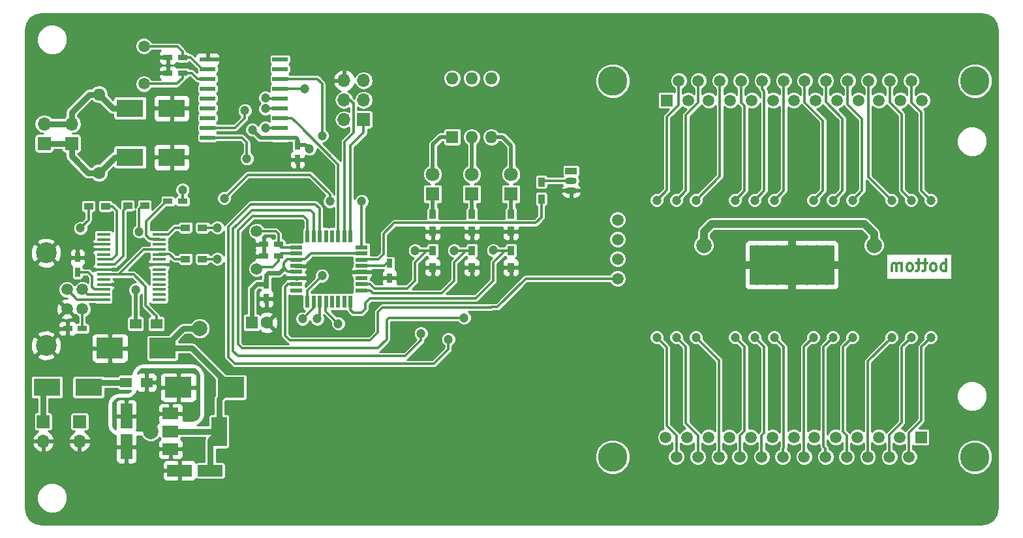
<source format=gbl>
%TF.GenerationSoftware,KiCad,Pcbnew,4.0.7*%
%TF.CreationDate,2018-01-21T19:25:00+01:00*%
%TF.ProjectId,blinCAN,626C696E43414E2E6B696361645F7063,0.1*%
%TF.FileFunction,Copper,L2,Bot,Signal*%
%FSLAX46Y46*%
G04 Gerber Fmt 4.6, Leading zero omitted, Abs format (unit mm)*
G04 Created by KiCad (PCBNEW 4.0.7) date 01/21/18 19:25:00*
%MOMM*%
%LPD*%
G01*
G04 APERTURE LIST*
%ADD10C,0.050000*%
%ADD11C,0.300000*%
%ADD12R,1.200000X0.750000*%
%ADD13R,3.500000X2.300000*%
%ADD14R,0.750000X1.200000*%
%ADD15R,1.200000X0.900000*%
%ADD16C,1.500000*%
%ADD17R,1.800000X1.800000*%
%ADD18C,1.800000*%
%ADD19R,0.900000X1.200000*%
%ADD20R,1.500000X3.200000*%
%ADD21R,3.200000X1.500000*%
%ADD22R,3.500000X2.700000*%
%ADD23R,1.600000X1.600000*%
%ADD24C,1.600000*%
%ADD25R,1.500000X1.300000*%
%ADD26R,1.600000X0.550000*%
%ADD27R,0.550000X1.600000*%
%ADD28O,1.600000X1.600000*%
%ADD29R,1.700000X1.700000*%
%ADD30O,1.700000X1.700000*%
%ADD31C,1.520000*%
%ADD32C,2.700000*%
%ADD33C,3.810000*%
%ADD34R,1.520000X1.520000*%
%ADD35R,2.000000X3.800000*%
%ADD36R,2.000000X1.500000*%
%ADD37O,1.500000X0.900000*%
%ADD38R,1.500000X0.900000*%
%ADD39R,2.000000X0.600000*%
%ADD40R,1.750000X0.450000*%
%ADD41R,11.000000X5.200000*%
%ADD42C,1.330000*%
%ADD43C,1.000000*%
%ADD44C,1.200000*%
%ADD45C,2.000000*%
%ADD46C,1.000000*%
%ADD47C,0.500000*%
%ADD48C,0.800000*%
%ADD49C,0.600000*%
%ADD50C,0.254000*%
G04 APERTURE END LIST*
D10*
D11*
X151744714Y-80307571D02*
X151744714Y-78807571D01*
X151744714Y-79379000D02*
X151601857Y-79307571D01*
X151316143Y-79307571D01*
X151173286Y-79379000D01*
X151101857Y-79450429D01*
X151030428Y-79593286D01*
X151030428Y-80021857D01*
X151101857Y-80164714D01*
X151173286Y-80236143D01*
X151316143Y-80307571D01*
X151601857Y-80307571D01*
X151744714Y-80236143D01*
X150173285Y-80307571D02*
X150316143Y-80236143D01*
X150387571Y-80164714D01*
X150459000Y-80021857D01*
X150459000Y-79593286D01*
X150387571Y-79450429D01*
X150316143Y-79379000D01*
X150173285Y-79307571D01*
X149959000Y-79307571D01*
X149816143Y-79379000D01*
X149744714Y-79450429D01*
X149673285Y-79593286D01*
X149673285Y-80021857D01*
X149744714Y-80164714D01*
X149816143Y-80236143D01*
X149959000Y-80307571D01*
X150173285Y-80307571D01*
X149244714Y-79307571D02*
X148673285Y-79307571D01*
X149030428Y-78807571D02*
X149030428Y-80093286D01*
X148959000Y-80236143D01*
X148816142Y-80307571D01*
X148673285Y-80307571D01*
X148387571Y-79307571D02*
X147816142Y-79307571D01*
X148173285Y-78807571D02*
X148173285Y-80093286D01*
X148101857Y-80236143D01*
X147958999Y-80307571D01*
X147816142Y-80307571D01*
X147101856Y-80307571D02*
X147244714Y-80236143D01*
X147316142Y-80164714D01*
X147387571Y-80021857D01*
X147387571Y-79593286D01*
X147316142Y-79450429D01*
X147244714Y-79379000D01*
X147101856Y-79307571D01*
X146887571Y-79307571D01*
X146744714Y-79379000D01*
X146673285Y-79450429D01*
X146601856Y-79593286D01*
X146601856Y-80021857D01*
X146673285Y-80164714D01*
X146744714Y-80236143D01*
X146887571Y-80307571D01*
X147101856Y-80307571D01*
X145958999Y-80307571D02*
X145958999Y-79307571D01*
X145958999Y-79450429D02*
X145887571Y-79379000D01*
X145744713Y-79307571D01*
X145530428Y-79307571D01*
X145387571Y-79379000D01*
X145316142Y-79521857D01*
X145316142Y-80307571D01*
X145316142Y-79521857D02*
X145244713Y-79379000D01*
X145101856Y-79307571D01*
X144887571Y-79307571D01*
X144744713Y-79379000D01*
X144673285Y-79521857D01*
X144673285Y-80307571D01*
D12*
X50739000Y-71247000D03*
X52639000Y-71247000D03*
D13*
X45814000Y-65532000D03*
X51214000Y-65532000D03*
D14*
X63500000Y-81981000D03*
X63500000Y-83881000D03*
D12*
X65085000Y-78359000D03*
X63185000Y-78359000D03*
D14*
X79502000Y-79314000D03*
X79502000Y-81214000D03*
D12*
X65085000Y-76835000D03*
X63185000Y-76835000D03*
X52639000Y-52578000D03*
X50739000Y-52578000D03*
X52639000Y-54610000D03*
X50739000Y-54610000D03*
D14*
X67564000Y-63947000D03*
X67564000Y-65847000D03*
D12*
X39621500Y-87757000D03*
X37721500Y-87757000D03*
D14*
X38989000Y-80452000D03*
X38989000Y-78552000D03*
D13*
X45814000Y-59182000D03*
X51214000Y-59182000D03*
D15*
X53002000Y-74676000D03*
X55202000Y-74676000D03*
X53002000Y-78740000D03*
X55202000Y-78740000D03*
X40429000Y-71882000D03*
X42629000Y-71882000D03*
X47709000Y-71818500D03*
X45509000Y-71818500D03*
D16*
X62230000Y-80010000D03*
X62230000Y-75130000D03*
X47625000Y-51152400D03*
X47625000Y-56032400D03*
D17*
X85090000Y-70281800D03*
D18*
X85090000Y-67741800D03*
D17*
X90170000Y-70281800D03*
D18*
X90170000Y-67741800D03*
D17*
X95250000Y-70281800D03*
D18*
X95250000Y-67741800D03*
D19*
X90170000Y-79840000D03*
X90170000Y-77640000D03*
X95250000Y-79840000D03*
X95250000Y-77640000D03*
X85090000Y-79840000D03*
X85090000Y-77640000D03*
X95250000Y-75166400D03*
X95250000Y-72966400D03*
X90170000Y-75166400D03*
X90170000Y-72966400D03*
X85090000Y-75166400D03*
X85090000Y-72966400D03*
X99187000Y-68750000D03*
X99187000Y-70950000D03*
D20*
X45339000Y-99092000D03*
X45339000Y-103092000D03*
D21*
X56229000Y-106172000D03*
X52229000Y-106172000D03*
D22*
X52099000Y-95377000D03*
X58899000Y-95377000D03*
X50009000Y-90297000D03*
X43209000Y-90297000D03*
D13*
X40419000Y-95377000D03*
X35019000Y-95377000D03*
D23*
X61595000Y-86995000D03*
D24*
X63595000Y-86995000D03*
D25*
X47959000Y-94742000D03*
X45259000Y-94742000D03*
X49229000Y-87122000D03*
X46529000Y-87122000D03*
D26*
X67386200Y-82816000D03*
X67386200Y-82016000D03*
X67386200Y-81216000D03*
X67386200Y-80416000D03*
X67386200Y-79616000D03*
X67386200Y-78816000D03*
X67386200Y-78016000D03*
X67386200Y-77216000D03*
D27*
X68836200Y-75766000D03*
X69636200Y-75766000D03*
X70436200Y-75766000D03*
X71236200Y-75766000D03*
X72036200Y-75766000D03*
X72836200Y-75766000D03*
X73636200Y-75766000D03*
X74436200Y-75766000D03*
D26*
X75886200Y-77216000D03*
X75886200Y-78016000D03*
X75886200Y-78816000D03*
X75886200Y-79616000D03*
X75886200Y-80416000D03*
X75886200Y-81216000D03*
X75886200Y-82016000D03*
X75886200Y-82816000D03*
D27*
X74436200Y-84266000D03*
X73636200Y-84266000D03*
X72836200Y-84266000D03*
X72036200Y-84266000D03*
X71236200Y-84266000D03*
X70436200Y-84266000D03*
X69636200Y-84266000D03*
X68836200Y-84266000D03*
D23*
X87630000Y-62915800D03*
D28*
X92710000Y-55295800D03*
X90170000Y-62915800D03*
X90170000Y-55295800D03*
X92710000Y-62915800D03*
X87630000Y-55295800D03*
D29*
X34544000Y-99822000D03*
D30*
X34544000Y-102362000D03*
D29*
X39268400Y-99822000D03*
D30*
X39268400Y-102362000D03*
D29*
X76123800Y-60655200D03*
D30*
X73583800Y-60655200D03*
X76123800Y-58115200D03*
X73583800Y-58115200D03*
X76123800Y-55575200D03*
X73583800Y-55575200D03*
D31*
X39624000Y-82677000D03*
X39624000Y-85217000D03*
X37624000Y-85217000D03*
X37624000Y-82677000D03*
D32*
X34924000Y-77947000D03*
X34924000Y-89947000D03*
D29*
X34671000Y-63754000D03*
D30*
X34671000Y-61214000D03*
D29*
X38227000Y-63754000D03*
D30*
X38227000Y-61214000D03*
D33*
X108448200Y-104394000D03*
X155438200Y-104394000D03*
D34*
X148458200Y-101854000D03*
D31*
X145668200Y-101854000D03*
X142998200Y-101854000D03*
X140198200Y-101854000D03*
X137408200Y-101854000D03*
X134618200Y-101854000D03*
X131948200Y-101854000D03*
X129158200Y-101854000D03*
X126358200Y-101854000D03*
X123568200Y-101854000D03*
X120898200Y-101854000D03*
X118108200Y-101854000D03*
X115308200Y-101854000D03*
X146888200Y-104394000D03*
X144348200Y-104394000D03*
X141548200Y-104394000D03*
X138808200Y-104394000D03*
X136058200Y-104394000D03*
X133268200Y-104394000D03*
X130528200Y-104394000D03*
X127778200Y-104394000D03*
X124938200Y-104394000D03*
X122248200Y-104394000D03*
X119498200Y-104394000D03*
X116708200Y-104394000D03*
D33*
X155453000Y-55626000D03*
X108463000Y-55626000D03*
D34*
X115443000Y-58166000D03*
D31*
X118233000Y-58166000D03*
X120903000Y-58166000D03*
X123703000Y-58166000D03*
X126493000Y-58166000D03*
X129283000Y-58166000D03*
X131953000Y-58166000D03*
X134743000Y-58166000D03*
X137543000Y-58166000D03*
X140333000Y-58166000D03*
X143003000Y-58166000D03*
X145793000Y-58166000D03*
X148593000Y-58166000D03*
X117013000Y-55626000D03*
X119553000Y-55626000D03*
X122353000Y-55626000D03*
X125093000Y-55626000D03*
X127843000Y-55626000D03*
X130633000Y-55626000D03*
X133373000Y-55626000D03*
X136123000Y-55626000D03*
X138963000Y-55626000D03*
X141653000Y-55626000D03*
X144403000Y-55626000D03*
X147193000Y-55626000D03*
D24*
X41783000Y-67564000D03*
D28*
X41783000Y-57404000D03*
D16*
X109093000Y-81280000D03*
X109093000Y-73660000D03*
X109093000Y-76200000D03*
X109093000Y-78740000D03*
D35*
X57379000Y-101092000D03*
D36*
X51079000Y-101092000D03*
X51079000Y-98792000D03*
X51079000Y-103392000D03*
D37*
X103047800Y-68580000D03*
X103047800Y-69850000D03*
D38*
X103047800Y-67310000D03*
D39*
X55879000Y-62992000D03*
X55879000Y-61722000D03*
X55879000Y-60452000D03*
X55879000Y-59182000D03*
X55879000Y-57912000D03*
X55879000Y-56642000D03*
X55879000Y-55372000D03*
X55879000Y-54102000D03*
X55879000Y-52832000D03*
X65279000Y-52832000D03*
X65279000Y-54102000D03*
X65279000Y-55372000D03*
X65279000Y-56642000D03*
X65279000Y-57912000D03*
X65279000Y-59182000D03*
X65279000Y-60452000D03*
X65279000Y-61722000D03*
X65279000Y-62992000D03*
D40*
X49567200Y-75537400D03*
X49567200Y-76187400D03*
X49567200Y-76837400D03*
X49567200Y-77487400D03*
X49567200Y-78137400D03*
X49567200Y-78787400D03*
X49567200Y-79437400D03*
X49567200Y-80087400D03*
X49567200Y-80737400D03*
X49567200Y-81387400D03*
X49567200Y-82037400D03*
X49567200Y-82687400D03*
X49567200Y-83337400D03*
X49567200Y-83987400D03*
X42367200Y-83987400D03*
X42367200Y-83337400D03*
X42367200Y-82687400D03*
X42367200Y-82037400D03*
X42367200Y-81387400D03*
X42367200Y-80737400D03*
X42367200Y-80087400D03*
X42367200Y-79437400D03*
X42367200Y-78787400D03*
X42367200Y-78137400D03*
X42367200Y-77487400D03*
X42367200Y-76837400D03*
X42367200Y-76187400D03*
X42367200Y-75537400D03*
D41*
X131699000Y-79502000D03*
D42*
X127149000Y-81452000D03*
X128449000Y-81452000D03*
X129749000Y-81452000D03*
X131049000Y-81452000D03*
X132349000Y-81452000D03*
X133649000Y-81452000D03*
X134949000Y-81452000D03*
X136249000Y-81452000D03*
X127149000Y-80152000D03*
X128449000Y-80152000D03*
X129749000Y-80152000D03*
X131049000Y-80152000D03*
X132349000Y-80152000D03*
X133649000Y-80152000D03*
X134949000Y-80152000D03*
X136249000Y-80152000D03*
X127149000Y-78852000D03*
X128449000Y-78852000D03*
X129749000Y-78852000D03*
X131049000Y-78852000D03*
X132349000Y-78852000D03*
X133649000Y-78852000D03*
X134949000Y-78852000D03*
X136249000Y-78852000D03*
X127149000Y-77552000D03*
X128449000Y-77552000D03*
X129749000Y-77552000D03*
X131049000Y-77552000D03*
X132349000Y-77552000D03*
X133649000Y-77552000D03*
X134949000Y-77552000D03*
X136249000Y-77552000D03*
D43*
X41529000Y-50292000D03*
X41529000Y-109728000D03*
X155829000Y-110490000D03*
X155829000Y-49530000D03*
D44*
X125603000Y-83185000D03*
X121793000Y-88900000D03*
X142113000Y-88900000D03*
X142113000Y-71120000D03*
X122047000Y-71120000D03*
X122682000Y-80518000D03*
X122682000Y-78232000D03*
X117602000Y-82423000D03*
X140589000Y-82931000D03*
X77444600Y-73507600D03*
X57234000Y-65024000D03*
D45*
X93853000Y-89154000D03*
D44*
X67373500Y-70612000D03*
D45*
X44577000Y-68326000D03*
X44577000Y-56388000D03*
X48514000Y-104902000D03*
D44*
X47371000Y-79883000D03*
X114173000Y-88900000D03*
X116713000Y-88900000D03*
X119253000Y-88900000D03*
X124333000Y-88900000D03*
X126873000Y-88900000D03*
X129413000Y-88900000D03*
X147193000Y-88900000D03*
X139573000Y-71120000D03*
X124333000Y-71120000D03*
X134493000Y-88900000D03*
X149733000Y-88900000D03*
X137033000Y-71120000D03*
X119253000Y-71120000D03*
X137033000Y-88900000D03*
X149733000Y-71120000D03*
X134493000Y-71120000D03*
X116713000Y-71120000D03*
X139573000Y-88900000D03*
X147193000Y-71120000D03*
X129413000Y-71120000D03*
X114173000Y-71120000D03*
X144653000Y-88900000D03*
X144653000Y-71120000D03*
X126873000Y-71120000D03*
X61671200Y-61976000D03*
X46532800Y-82753200D03*
D45*
X142367000Y-76962000D03*
X120269000Y-76962000D03*
D44*
X69088000Y-64452500D03*
D45*
X54864000Y-87757000D03*
D44*
X63376094Y-57845492D03*
X63373000Y-59245500D03*
X72834500Y-87122000D03*
X52641500Y-69786500D03*
X63373000Y-61722000D03*
X70739000Y-62738000D03*
X70739000Y-80899000D03*
X68453000Y-56642000D03*
X58039000Y-70866000D03*
X71755000Y-71247000D03*
X75878000Y-71247000D03*
X82804000Y-77647800D03*
X87884000Y-77647800D03*
X92964000Y-77622400D03*
D45*
X48514000Y-101092000D03*
D44*
X39370000Y-74739500D03*
X46990000Y-75184000D03*
X89154000Y-86360000D03*
X83566000Y-88392000D03*
X87122000Y-89154000D03*
X70104000Y-86487000D03*
X57150000Y-74676000D03*
X57150000Y-78740000D03*
X68199000Y-86487000D03*
X60985400Y-65709800D03*
X60706000Y-59486800D03*
D46*
X131699000Y-76289998D02*
X131699000Y-77470000D01*
X136861001Y-79502000D02*
X138041003Y-79502000D01*
X125431001Y-79502000D02*
X126611003Y-79502000D01*
X131699000Y-81534000D02*
X131699000Y-82714002D01*
D11*
X41131500Y-76898500D02*
X40068500Y-76898500D01*
X42374000Y-76831000D02*
X41199000Y-76831000D01*
X41199000Y-76831000D02*
X41131500Y-76898500D01*
X41124500Y-77406500D02*
X40068500Y-77406500D01*
X42374000Y-77481000D02*
X41199000Y-77481000D01*
X41199000Y-77481000D02*
X41124500Y-77406500D01*
X97155000Y-81280000D02*
X109093000Y-81280000D01*
X67378000Y-82010000D02*
X66278000Y-82010000D01*
X66278000Y-82010000D02*
X65913000Y-82375000D01*
X66548000Y-89281000D02*
X76962000Y-89281000D01*
X65913000Y-82375000D02*
X65913000Y-88646000D01*
X92710000Y-84963000D02*
X93472000Y-84963000D01*
X65913000Y-88646000D02*
X66548000Y-89281000D01*
X76962000Y-89281000D02*
X77978000Y-88265000D01*
X77978000Y-88265000D02*
X77978000Y-85598000D01*
X77978000Y-85598000D02*
X78566001Y-85009999D01*
X78566001Y-85009999D02*
X92663001Y-85009999D01*
X92663001Y-85009999D02*
X92710000Y-84963000D01*
X93472000Y-84963000D02*
X97155000Y-81280000D01*
X114173000Y-88900000D02*
X115473999Y-90200999D01*
X115473999Y-90200999D02*
X115473999Y-100372197D01*
X115473999Y-100372197D02*
X116713000Y-101611198D01*
X116713000Y-101611198D02*
X116713000Y-103319198D01*
X116713000Y-103319198D02*
X116713000Y-104394000D01*
X116713000Y-88900000D02*
X117952001Y-90139001D01*
X117952001Y-90139001D02*
X117952001Y-100050199D01*
X117952001Y-100050199D02*
X119503000Y-101601198D01*
X119503000Y-101601198D02*
X119503000Y-103319198D01*
X119503000Y-103319198D02*
X119503000Y-104394000D01*
X119253000Y-88900000D02*
X122253000Y-91900000D01*
X122253000Y-91900000D02*
X122253000Y-104394000D01*
X124333000Y-88900000D02*
X125572001Y-90139001D01*
X125572001Y-90139001D02*
X125572001Y-101002197D01*
X125572001Y-101002197D02*
X124943000Y-101631198D01*
X124943000Y-101631198D02*
X124943000Y-103319198D01*
X124943000Y-103319198D02*
X124943000Y-104394000D01*
X126873000Y-88900000D02*
X128112001Y-90139001D01*
X128112001Y-90139001D02*
X128112001Y-101262197D01*
X128112001Y-101262197D02*
X127783000Y-101591198D01*
X127783000Y-101591198D02*
X127783000Y-103319198D01*
X127783000Y-103319198D02*
X127783000Y-104394000D01*
X129413000Y-88900000D02*
X130652001Y-90139001D01*
X130652001Y-90139001D02*
X130652001Y-103200197D01*
X130652001Y-103200197D02*
X130533000Y-103319198D01*
X130533000Y-103319198D02*
X130533000Y-104394000D01*
X147193000Y-88900000D02*
X145953999Y-90139001D01*
X145953999Y-90139001D02*
X145953999Y-99930199D01*
X145953999Y-99930199D02*
X144353000Y-101531198D01*
X144353000Y-101531198D02*
X144353000Y-103319198D01*
X144353000Y-103319198D02*
X144353000Y-104394000D01*
X139573000Y-71120000D02*
X140812001Y-69880999D01*
X140812001Y-69880999D02*
X140812001Y-60573401D01*
X140812001Y-60573401D02*
X138963000Y-58724400D01*
X138963000Y-58724400D02*
X138963000Y-56700802D01*
X138963000Y-56700802D02*
X138963000Y-55626000D01*
X124333000Y-71120000D02*
X125572001Y-69880999D01*
X125572001Y-69880999D02*
X125572001Y-58887803D01*
X125572001Y-58887803D02*
X125093000Y-58408802D01*
X125093000Y-58408802D02*
X125093000Y-56700802D01*
X125093000Y-56700802D02*
X125093000Y-55626000D01*
X134493000Y-88900000D02*
X133253999Y-90139001D01*
X133253999Y-90139001D02*
X133253999Y-103300197D01*
X133253999Y-103300197D02*
X133273000Y-103319198D01*
X133273000Y-103319198D02*
X133273000Y-104394000D01*
X149733000Y-88900000D02*
X148493999Y-90139001D01*
X148493999Y-90139001D02*
X148493999Y-99672999D01*
X148493999Y-99672999D02*
X146893000Y-101273998D01*
X146893000Y-101273998D02*
X146893000Y-103319198D01*
X146893000Y-103319198D02*
X146893000Y-104394000D01*
X137033000Y-71120000D02*
X138272001Y-69880999D01*
X138272001Y-69880999D02*
X138272001Y-60537803D01*
X138272001Y-60537803D02*
X136123000Y-58388802D01*
X136123000Y-58388802D02*
X136123000Y-56700802D01*
X136123000Y-56700802D02*
X136123000Y-55626000D01*
X119253000Y-71120000D02*
X122353000Y-68020000D01*
X122353000Y-68020000D02*
X122353000Y-55626000D01*
X137033000Y-88900000D02*
X135793999Y-90139001D01*
X135793999Y-90139001D02*
X135793999Y-103050197D01*
X135793999Y-103050197D02*
X136063000Y-103319198D01*
X136063000Y-103319198D02*
X136063000Y-104394000D01*
X149733000Y-71120000D02*
X148493999Y-69880999D01*
X148493999Y-69880999D02*
X148493999Y-59709801D01*
X148493999Y-59709801D02*
X147193000Y-58408802D01*
X147193000Y-58408802D02*
X147193000Y-56700802D01*
X147193000Y-56700802D02*
X147193000Y-55626000D01*
X134493000Y-71120000D02*
X135732001Y-69880999D01*
X135732001Y-69880999D02*
X135732001Y-60797803D01*
X135732001Y-60797803D02*
X133373000Y-58438802D01*
X133373000Y-58438802D02*
X133373000Y-56700802D01*
X133373000Y-56700802D02*
X133373000Y-55626000D01*
X119557800Y-58484002D02*
X119553000Y-58479202D01*
X119553000Y-58479202D02*
X119553000Y-55626000D01*
X116713000Y-71120000D02*
X117952001Y-69880999D01*
X117952001Y-69880999D02*
X117952001Y-60089801D01*
X117952001Y-60089801D02*
X119557800Y-58484002D01*
X139573000Y-88900000D02*
X138333999Y-90139001D01*
X138333999Y-90139001D02*
X138333999Y-101132197D01*
X138333999Y-101132197D02*
X138813000Y-101611198D01*
X138813000Y-101611198D02*
X138813000Y-103319198D01*
X138813000Y-103319198D02*
X138813000Y-104394000D01*
X147193000Y-71120000D02*
X145953999Y-69880999D01*
X145953999Y-69880999D02*
X145953999Y-59969801D01*
X145953999Y-59969801D02*
X144403000Y-58418802D01*
X144403000Y-58418802D02*
X144403000Y-56700802D01*
X144403000Y-56700802D02*
X144403000Y-55626000D01*
X129413000Y-71120000D02*
X130652001Y-69880999D01*
X130652001Y-69880999D02*
X130652001Y-56719803D01*
X130652001Y-56719803D02*
X130633000Y-56700802D01*
X130633000Y-56700802D02*
X130633000Y-55626000D01*
X114173000Y-71120000D02*
X115473999Y-69819001D01*
X115473999Y-69819001D02*
X115473999Y-60285003D01*
X115473999Y-60285003D02*
X117013000Y-58746002D01*
X117013000Y-58746002D02*
X117013000Y-56700802D01*
X117013000Y-56700802D02*
X117013000Y-55626000D01*
X144653000Y-88900000D02*
X141553000Y-92000000D01*
X141553000Y-92000000D02*
X141553000Y-104394000D01*
X144653000Y-71120000D02*
X141653000Y-68120000D01*
X141653000Y-68120000D02*
X141653000Y-55626000D01*
X126873000Y-71120000D02*
X128112001Y-69880999D01*
X128112001Y-69880999D02*
X128112001Y-56969803D01*
X128112001Y-56969803D02*
X127843000Y-56700802D01*
X127843000Y-56700802D02*
X127843000Y-55626000D01*
D47*
X65279000Y-62992000D02*
X62687200Y-62992000D01*
X62687200Y-62992000D02*
X61671200Y-61976000D01*
X46532800Y-86168200D02*
X46532800Y-82753200D01*
X46529000Y-87122000D02*
X46529000Y-86172000D01*
X46529000Y-86172000D02*
X46532800Y-86168200D01*
D46*
X142367000Y-75438000D02*
X142367000Y-76962000D01*
X141097000Y-74168000D02*
X142367000Y-75438000D01*
X139827000Y-74168000D02*
X141097000Y-74168000D01*
X121285000Y-74168000D02*
X139827000Y-74168000D01*
X120269000Y-75184000D02*
X121285000Y-74168000D01*
X120269000Y-76962000D02*
X120269000Y-75184000D01*
D48*
X57379000Y-101092000D02*
X51079000Y-101092000D01*
D47*
X67564000Y-63947000D02*
X68582500Y-63947000D01*
X68582500Y-63947000D02*
X69088000Y-64452500D01*
X65279000Y-62992000D02*
X67373500Y-62992000D01*
X67373500Y-62992000D02*
X67564000Y-63182500D01*
X67564000Y-63182500D02*
X67564000Y-63947000D01*
D11*
X75878000Y-78010000D02*
X69310000Y-78010000D01*
X69310000Y-78010000D02*
X68510000Y-78810000D01*
X68510000Y-78810000D02*
X67378000Y-78810000D01*
D48*
X54864000Y-87757000D02*
X52705000Y-87757000D01*
X51879500Y-88582500D02*
X52705000Y-87757000D01*
X50165000Y-90297000D02*
X51879500Y-88582500D01*
X50009000Y-90297000D02*
X50165000Y-90297000D01*
X50009000Y-90297000D02*
X50009000Y-89437000D01*
X58899000Y-95348000D02*
X53848000Y-90297000D01*
X58899000Y-95377000D02*
X58899000Y-95348000D01*
X52559000Y-90297000D02*
X53848000Y-90297000D01*
X52559000Y-90297000D02*
X50009000Y-90297000D01*
X57379000Y-101092000D02*
X57379000Y-96897000D01*
X57379000Y-96897000D02*
X58899000Y-95377000D01*
X56229000Y-106172000D02*
X56229000Y-102242000D01*
X56229000Y-102242000D02*
X57379000Y-101092000D01*
D49*
X63763000Y-80518000D02*
X65186000Y-80518000D01*
X65186000Y-80518000D02*
X65786000Y-79918000D01*
X63500000Y-81981000D02*
X63500000Y-80781000D01*
X63500000Y-80781000D02*
X63763000Y-80518000D01*
X61595000Y-86995000D02*
X61595000Y-82677000D01*
X61595000Y-82677000D02*
X62291000Y-81981000D01*
X62291000Y-81981000D02*
X63500000Y-81981000D01*
D11*
X65786000Y-79248000D02*
X66224000Y-78810000D01*
X66224000Y-78810000D02*
X67378000Y-78810000D01*
X65786000Y-79918000D02*
X65786000Y-79248000D01*
X67378000Y-80410000D02*
X66278000Y-80410000D01*
X66278000Y-80410000D02*
X65786000Y-79918000D01*
X39621500Y-87757000D02*
X39621500Y-85219500D01*
X39621500Y-85219500D02*
X39624000Y-85217000D01*
X68135500Y-61785500D02*
X67437000Y-61087000D01*
X67437000Y-61087000D02*
X66802000Y-60452000D01*
X72828000Y-74660000D02*
X72828000Y-66478000D01*
X72828000Y-66478000D02*
X67437000Y-61087000D01*
X66802000Y-60452000D02*
X65279000Y-60452000D01*
X72828000Y-75760000D02*
X72828000Y-74660000D01*
X72828000Y-74660000D02*
X72834500Y-74653500D01*
X73628000Y-75760000D02*
X73628000Y-63546202D01*
X73628000Y-63546202D02*
X74810101Y-62364101D01*
X74810101Y-62364101D02*
X74810101Y-58554101D01*
X74810101Y-58554101D02*
X74358500Y-58102500D01*
X74358500Y-58102500D02*
X73596500Y-58102500D01*
X63442602Y-57912000D02*
X63376094Y-57845492D01*
X65279000Y-57912000D02*
X63442602Y-57912000D01*
X65279000Y-59182000D02*
X63436500Y-59182000D01*
X63436500Y-59182000D02*
X63373000Y-59245500D01*
X74428000Y-75760000D02*
X74428000Y-64065500D01*
X74428000Y-64065500D02*
X76136500Y-62357000D01*
X76136500Y-62357000D02*
X76136500Y-60642500D01*
X52639000Y-71247000D02*
X52639000Y-69789000D01*
X52639000Y-69789000D02*
X52641500Y-69786500D01*
X71228000Y-84260000D02*
X71228000Y-85515500D01*
X71228000Y-85515500D02*
X72834500Y-87122000D01*
X65279000Y-61722000D02*
X63373000Y-61722000D01*
X70739000Y-62738000D02*
X70739000Y-56007000D01*
X70739000Y-56007000D02*
X70104000Y-55372000D01*
X70104000Y-55372000D02*
X69786500Y-55372000D01*
X69786500Y-55372000D02*
X65279000Y-55372000D01*
X70739000Y-80899000D02*
X68828000Y-82810000D01*
X68828000Y-82810000D02*
X68828000Y-84260000D01*
X42374000Y-83331000D02*
X40278000Y-83331000D01*
X40278000Y-83331000D02*
X39624000Y-82677000D01*
X42355000Y-83312000D02*
X42374000Y-83331000D01*
X42374000Y-83981000D02*
X38928000Y-83981000D01*
X38928000Y-83981000D02*
X37624000Y-82677000D01*
X75878000Y-79610000D02*
X78848000Y-79610000D01*
X78848000Y-79610000D02*
X79144000Y-79314000D01*
X79144000Y-79314000D02*
X79502000Y-79314000D01*
X65279000Y-56642000D02*
X68453000Y-56642000D01*
X75878000Y-77210000D02*
X75878000Y-71247000D01*
X71755000Y-71247000D02*
X71755000Y-70398472D01*
X71755000Y-70398472D02*
X69174528Y-67818000D01*
X69174528Y-67818000D02*
X61087000Y-67818000D01*
X61087000Y-67818000D02*
X58039000Y-70866000D01*
X51604000Y-74676000D02*
X53002000Y-74676000D01*
X49574000Y-75531000D02*
X50749000Y-75531000D01*
X50749000Y-75531000D02*
X51604000Y-74676000D01*
X50953000Y-78131000D02*
X51562000Y-78740000D01*
X51562000Y-78740000D02*
X53002000Y-78740000D01*
X49574000Y-78131000D02*
X50953000Y-78131000D01*
X85090000Y-77640000D02*
X82811800Y-77640000D01*
X82811800Y-77640000D02*
X82804000Y-77647800D01*
D47*
X87630000Y-62915800D02*
X86080600Y-62915800D01*
X86080600Y-62915800D02*
X85090000Y-63906400D01*
X85090000Y-63906400D02*
X85090000Y-67741800D01*
D11*
X85090000Y-77640000D02*
X84340000Y-77640000D01*
X84340000Y-77640000D02*
X82804000Y-79176000D01*
X82804000Y-79176000D02*
X82804000Y-81534000D01*
X82804000Y-81534000D02*
X81788000Y-82550000D01*
X81788000Y-82550000D02*
X77518000Y-82550000D01*
X77518000Y-82550000D02*
X76978000Y-82010000D01*
X76978000Y-82010000D02*
X75878000Y-82010000D01*
X90170000Y-77640000D02*
X87891800Y-77640000D01*
X87891800Y-77640000D02*
X87884000Y-77647800D01*
D47*
X90170000Y-64047170D02*
X90170000Y-67741800D01*
X90170000Y-62915800D02*
X90170000Y-64047170D01*
D11*
X90170000Y-77640000D02*
X89420000Y-77640000D01*
X89420000Y-77640000D02*
X87884000Y-79176000D01*
X87884000Y-79176000D02*
X87884000Y-81534000D01*
X87884000Y-81534000D02*
X86233000Y-83185000D01*
X86233000Y-83185000D02*
X77353000Y-83185000D01*
X77353000Y-83185000D02*
X76978000Y-82810000D01*
X76978000Y-82810000D02*
X75878000Y-82810000D01*
X95250000Y-77640000D02*
X92981600Y-77640000D01*
X92981600Y-77640000D02*
X92964000Y-77622400D01*
D47*
X92710000Y-62915800D02*
X94157800Y-62915800D01*
X94157800Y-62915800D02*
X95250000Y-64008000D01*
X95250000Y-64008000D02*
X95250000Y-66268600D01*
X95250000Y-66268600D02*
X95250000Y-67741800D01*
D11*
X95250000Y-77640000D02*
X94500000Y-77640000D01*
X94500000Y-77640000D02*
X92964000Y-79176000D01*
X92964000Y-79176000D02*
X92964000Y-81534000D01*
X92964000Y-81534000D02*
X90678000Y-83820000D01*
X76962000Y-83820000D02*
X76327000Y-84455000D01*
X90678000Y-83820000D02*
X76962000Y-83820000D01*
X74428000Y-85360000D02*
X74428000Y-84260000D01*
X76327000Y-84455000D02*
X76327000Y-85217000D01*
X76327000Y-85217000D02*
X75819000Y-85725000D01*
X75819000Y-85725000D02*
X74793000Y-85725000D01*
X74793000Y-85725000D02*
X74428000Y-85360000D01*
X78740000Y-75438000D02*
X80111600Y-74066400D01*
X80111600Y-74066400D02*
X98475800Y-74066400D01*
X98475800Y-74066400D02*
X99187000Y-73355200D01*
X99187000Y-73355200D02*
X99187000Y-70950000D01*
X78740000Y-75565000D02*
X78740000Y-75438000D01*
X78740000Y-78105000D02*
X78740000Y-75438000D01*
X78035000Y-78810000D02*
X78740000Y-78105000D01*
X75878000Y-78810000D02*
X78035000Y-78810000D01*
D48*
X41783000Y-57404000D02*
X43561000Y-59182000D01*
X43561000Y-59182000D02*
X45814000Y-59182000D01*
X40513000Y-57404000D02*
X41783000Y-57404000D01*
X38227000Y-59690000D02*
X40513000Y-57404000D01*
X38227000Y-61214000D02*
X38227000Y-59690000D01*
X34671000Y-61214000D02*
X38227000Y-61214000D01*
X41783000Y-67564000D02*
X43815000Y-65532000D01*
X43815000Y-65532000D02*
X45814000Y-65532000D01*
X40387000Y-67564000D02*
X41783000Y-67564000D01*
X38227000Y-63754000D02*
X38227000Y-65404000D01*
X38227000Y-65404000D02*
X40387000Y-67564000D01*
X34671000Y-63754000D02*
X38227000Y-63754000D01*
D11*
X65085000Y-78359000D02*
X65085000Y-79034000D01*
X65085000Y-79034000D02*
X64363000Y-79756000D01*
X64363000Y-79756000D02*
X62484000Y-79756000D01*
X62484000Y-79756000D02*
X62230000Y-80010000D01*
X67378000Y-78010000D02*
X65434000Y-78010000D01*
X65434000Y-78010000D02*
X65085000Y-78359000D01*
X67378000Y-77210000D02*
X65460000Y-77210000D01*
X65460000Y-77210000D02*
X65085000Y-76835000D01*
X64716000Y-75130000D02*
X65085000Y-75499000D01*
X65085000Y-75499000D02*
X65085000Y-76835000D01*
X62230000Y-75130000D02*
X64716000Y-75130000D01*
X51939800Y-51152400D02*
X52639000Y-51851600D01*
X52639000Y-51851600D02*
X52639000Y-52578000D01*
X47625000Y-51152400D02*
X51939800Y-51152400D01*
X53655000Y-52578000D02*
X52639000Y-52578000D01*
X55879000Y-54102000D02*
X55179000Y-54102000D01*
X55179000Y-54102000D02*
X53655000Y-52578000D01*
X47625000Y-56032400D02*
X51891600Y-56032400D01*
X51891600Y-56032400D02*
X52639000Y-55285000D01*
X52639000Y-55285000D02*
X52639000Y-54610000D01*
X53817000Y-54610000D02*
X52639000Y-54610000D01*
X55879000Y-55372000D02*
X54579000Y-55372000D01*
X54579000Y-55372000D02*
X53817000Y-54610000D01*
X49574000Y-76181000D02*
X48399000Y-76181000D01*
X48399000Y-76181000D02*
X47942500Y-75724500D01*
X47942500Y-75724500D02*
X47942500Y-73818500D01*
X47942500Y-73818500D02*
X50514000Y-71247000D01*
X50514000Y-71247000D02*
X50739000Y-71247000D01*
D48*
X34544000Y-99822000D02*
X34544000Y-95852000D01*
X34544000Y-95852000D02*
X35019000Y-95377000D01*
X34419000Y-95377000D02*
X35019000Y-95377000D01*
X45259000Y-94742000D02*
X41054000Y-94742000D01*
X41054000Y-94742000D02*
X40419000Y-95377000D01*
D11*
X40429000Y-71882000D02*
X40429000Y-73680500D01*
X40429000Y-73680500D02*
X39370000Y-74739500D01*
X46990000Y-72263000D02*
X46990000Y-75184000D01*
X47709000Y-71818500D02*
X47434500Y-71818500D01*
X47434500Y-71818500D02*
X46990000Y-72263000D01*
D47*
X95250000Y-72966400D02*
X95250000Y-70281800D01*
X90170000Y-72966400D02*
X90170000Y-70281800D01*
X85090000Y-72966400D02*
X85090000Y-70281800D01*
D11*
X47853600Y-82296000D02*
X46295000Y-80737400D01*
X46295000Y-80737400D02*
X44357600Y-80737400D01*
X47853600Y-84796600D02*
X47853600Y-82296000D01*
X49229000Y-87122000D02*
X49229000Y-86172000D01*
X49229000Y-86172000D02*
X47853600Y-84796600D01*
X47607600Y-77487400D02*
X44357600Y-80737400D01*
X44357600Y-80737400D02*
X42367200Y-80737400D01*
X49567200Y-77487400D02*
X47607600Y-77487400D01*
X79121000Y-86614000D02*
X79375000Y-86360000D01*
X79375000Y-86360000D02*
X89154000Y-86360000D01*
X79121000Y-89154000D02*
X79121000Y-86614000D01*
X77978000Y-90297000D02*
X79121000Y-89154000D01*
X60325000Y-90297000D02*
X77978000Y-90297000D01*
X59817000Y-89789000D02*
X60325000Y-90297000D01*
X59817000Y-84963000D02*
X59817000Y-89789000D01*
X59817000Y-75057000D02*
X59817000Y-84963000D01*
X60452000Y-74422000D02*
X59817000Y-75057000D01*
X61722000Y-73152000D02*
X60452000Y-74422000D01*
X62579998Y-73152000D02*
X61722000Y-73152000D01*
X64897000Y-73152000D02*
X62579998Y-73152000D01*
X68828000Y-75760000D02*
X68828000Y-73654000D01*
X68828000Y-73654000D02*
X68326000Y-73152000D01*
X68326000Y-73152000D02*
X67320000Y-73152000D01*
X67320000Y-73152000D02*
X64897000Y-73152000D01*
X81534000Y-91313000D02*
X83566000Y-89281000D01*
X83566000Y-89281000D02*
X83566000Y-88392000D01*
X80137000Y-91313000D02*
X81534000Y-91313000D01*
X59817000Y-91313000D02*
X80137000Y-91313000D01*
X59182000Y-90678000D02*
X59817000Y-91313000D01*
X59182000Y-74803000D02*
X59182000Y-90678000D01*
X59817000Y-74168000D02*
X59182000Y-74803000D01*
X61595000Y-72390000D02*
X59817000Y-74168000D01*
X64897000Y-72390000D02*
X61595000Y-72390000D01*
X69215000Y-72390000D02*
X64897000Y-72390000D01*
X69628000Y-72803000D02*
X69215000Y-72390000D01*
X69628000Y-74660000D02*
X69628000Y-72803000D01*
X69628000Y-75760000D02*
X69628000Y-74660000D01*
X70428000Y-75760000D02*
X70428000Y-72206000D01*
X69850000Y-71628000D02*
X61468000Y-71628000D01*
X61468000Y-71628000D02*
X58547000Y-74549000D01*
X70428000Y-72206000D02*
X69850000Y-71628000D01*
X58547000Y-74549000D02*
X58547000Y-91440000D01*
X58547000Y-91440000D02*
X59436000Y-92329000D01*
X59436000Y-92329000D02*
X85217000Y-92329000D01*
X85217000Y-92329000D02*
X87122000Y-90424000D01*
X87122000Y-90424000D02*
X87122000Y-90002528D01*
X87122000Y-90002528D02*
X87122000Y-89154000D01*
X70428000Y-84260000D02*
X70428000Y-86163000D01*
X70428000Y-86163000D02*
X70104000Y-86487000D01*
X57150000Y-74676000D02*
X55202000Y-74676000D01*
X69628000Y-84260000D02*
X69628000Y-85058000D01*
X69628000Y-85058000D02*
X68199000Y-86487000D01*
X57150000Y-78740000D02*
X55202000Y-78740000D01*
X103047800Y-68580000D02*
X99357000Y-68580000D01*
X99357000Y-68580000D02*
X99187000Y-68750000D01*
X44132500Y-72485500D02*
X44132500Y-73184500D01*
X42629000Y-71882000D02*
X43529000Y-71882000D01*
X43529000Y-71882000D02*
X44132500Y-72485500D01*
X42374000Y-78781000D02*
X43491878Y-78781000D01*
X43491878Y-78781000D02*
X44132500Y-78140378D01*
X44132500Y-78140378D02*
X44132500Y-73184500D01*
X44132500Y-73184500D02*
X44120500Y-73172500D01*
X42374000Y-79431000D02*
X43886000Y-79431000D01*
X43886000Y-79431000D02*
X44958000Y-78359000D01*
X44958000Y-78359000D02*
X44958000Y-72453500D01*
X44958000Y-72453500D02*
X45509000Y-71902500D01*
X45509000Y-71902500D02*
X45509000Y-71818500D01*
X60985400Y-65709800D02*
X60985400Y-63652400D01*
X60985400Y-63652400D02*
X60325000Y-62992000D01*
X60325000Y-62992000D02*
X55879000Y-62992000D01*
X60706000Y-60477400D02*
X59461400Y-61722000D01*
X59461400Y-61722000D02*
X55879000Y-61722000D01*
X60706000Y-59486800D02*
X60706000Y-60477400D01*
X39624000Y-80452000D02*
X38989000Y-80452000D01*
X40894000Y-80962500D02*
X40383500Y-80452000D01*
X40383500Y-80452000D02*
X39624000Y-80452000D01*
X40894000Y-82376000D02*
X40894000Y-80962500D01*
X42374000Y-82681000D02*
X41199000Y-82681000D01*
X41199000Y-82681000D02*
X40894000Y-82376000D01*
D50*
G36*
X157131094Y-47104888D02*
X157804293Y-47554707D01*
X158254112Y-48227906D01*
X158421000Y-49066911D01*
X158421000Y-111003889D01*
X158254112Y-111842894D01*
X157804293Y-112516093D01*
X157131094Y-112965912D01*
X156292089Y-113132800D01*
X34360311Y-113132800D01*
X33521306Y-112965912D01*
X32848107Y-112516093D01*
X32398288Y-111842894D01*
X32231400Y-111003889D01*
X32231400Y-110120316D01*
X33705657Y-110120316D01*
X34006611Y-110848680D01*
X34563389Y-111406431D01*
X35291226Y-111708655D01*
X36079316Y-111709343D01*
X36807680Y-111408389D01*
X37365431Y-110851611D01*
X37667655Y-110123774D01*
X37668343Y-109335684D01*
X37367389Y-108607320D01*
X36810611Y-108049569D01*
X36082774Y-107747345D01*
X35294684Y-107746657D01*
X34566320Y-108047611D01*
X34008569Y-108604389D01*
X33706345Y-109332226D01*
X33705657Y-110120316D01*
X32231400Y-110120316D01*
X32231400Y-106457750D01*
X49994000Y-106457750D01*
X49994000Y-107048310D01*
X50090673Y-107281699D01*
X50269302Y-107460327D01*
X50502691Y-107557000D01*
X51943250Y-107557000D01*
X52102000Y-107398250D01*
X52102000Y-106299000D01*
X50152750Y-106299000D01*
X49994000Y-106457750D01*
X32231400Y-106457750D01*
X32231400Y-102718890D01*
X33102524Y-102718890D01*
X33272355Y-103128924D01*
X33662642Y-103557183D01*
X34187108Y-103803486D01*
X34417000Y-103682819D01*
X34417000Y-102489000D01*
X34671000Y-102489000D01*
X34671000Y-103682819D01*
X34900892Y-103803486D01*
X35425358Y-103557183D01*
X35815645Y-103128924D01*
X35985476Y-102718890D01*
X37826924Y-102718890D01*
X37996755Y-103128924D01*
X38387042Y-103557183D01*
X38911508Y-103803486D01*
X39141400Y-103682819D01*
X39141400Y-102489000D01*
X39395400Y-102489000D01*
X39395400Y-103682819D01*
X39625292Y-103803486D01*
X40149758Y-103557183D01*
X40313281Y-103377750D01*
X43954000Y-103377750D01*
X43954000Y-104818309D01*
X44050673Y-105051698D01*
X44229301Y-105230327D01*
X44462690Y-105327000D01*
X45053250Y-105327000D01*
X45212000Y-105168250D01*
X45212000Y-103219000D01*
X45466000Y-103219000D01*
X45466000Y-105168250D01*
X45624750Y-105327000D01*
X46215310Y-105327000D01*
X46290898Y-105295690D01*
X49994000Y-105295690D01*
X49994000Y-105886250D01*
X50152750Y-106045000D01*
X52102000Y-106045000D01*
X52102000Y-104945750D01*
X51943250Y-104787000D01*
X50502691Y-104787000D01*
X50269302Y-104883673D01*
X50090673Y-105062301D01*
X49994000Y-105295690D01*
X46290898Y-105295690D01*
X46448699Y-105230327D01*
X46627327Y-105051698D01*
X46724000Y-104818309D01*
X46724000Y-103677750D01*
X49444000Y-103677750D01*
X49444000Y-104268310D01*
X49540673Y-104501699D01*
X49719302Y-104680327D01*
X49952691Y-104777000D01*
X50793250Y-104777000D01*
X50952000Y-104618250D01*
X50952000Y-103519000D01*
X51206000Y-103519000D01*
X51206000Y-104618250D01*
X51364750Y-104777000D01*
X52205309Y-104777000D01*
X52438698Y-104680327D01*
X52617327Y-104501699D01*
X52714000Y-104268310D01*
X52714000Y-103677750D01*
X52555250Y-103519000D01*
X51206000Y-103519000D01*
X50952000Y-103519000D01*
X49602750Y-103519000D01*
X49444000Y-103677750D01*
X46724000Y-103677750D01*
X46724000Y-103377750D01*
X46565250Y-103219000D01*
X45466000Y-103219000D01*
X45212000Y-103219000D01*
X44112750Y-103219000D01*
X43954000Y-103377750D01*
X40313281Y-103377750D01*
X40540045Y-103128924D01*
X40709876Y-102718890D01*
X40588555Y-102489000D01*
X39395400Y-102489000D01*
X39141400Y-102489000D01*
X37948245Y-102489000D01*
X37826924Y-102718890D01*
X35985476Y-102718890D01*
X35864155Y-102489000D01*
X34671000Y-102489000D01*
X34417000Y-102489000D01*
X33223845Y-102489000D01*
X33102524Y-102718890D01*
X32231400Y-102718890D01*
X32231400Y-94227000D01*
X32880536Y-94227000D01*
X32880536Y-96527000D01*
X32907103Y-96668190D01*
X32990546Y-96797865D01*
X33117866Y-96884859D01*
X33269000Y-96915464D01*
X33763000Y-96915464D01*
X33763000Y-98583536D01*
X33694000Y-98583536D01*
X33552810Y-98610103D01*
X33423135Y-98693546D01*
X33336141Y-98820866D01*
X33305536Y-98972000D01*
X33305536Y-100672000D01*
X33332103Y-100813190D01*
X33415546Y-100942865D01*
X33542866Y-101029859D01*
X33694000Y-101060464D01*
X33889105Y-101060464D01*
X33662642Y-101166817D01*
X33272355Y-101595076D01*
X33102524Y-102005110D01*
X33223845Y-102235000D01*
X34417000Y-102235000D01*
X34417000Y-102215000D01*
X34671000Y-102215000D01*
X34671000Y-102235000D01*
X35864155Y-102235000D01*
X35985476Y-102005110D01*
X37826924Y-102005110D01*
X37948245Y-102235000D01*
X39141400Y-102235000D01*
X39141400Y-102215000D01*
X39395400Y-102215000D01*
X39395400Y-102235000D01*
X40588555Y-102235000D01*
X40709876Y-102005110D01*
X40540045Y-101595076D01*
X40149758Y-101166817D01*
X39923295Y-101060464D01*
X40118400Y-101060464D01*
X40259590Y-101033897D01*
X40389265Y-100950454D01*
X40476259Y-100823134D01*
X40506864Y-100672000D01*
X40506864Y-98972000D01*
X40480297Y-98830810D01*
X40396854Y-98701135D01*
X40269534Y-98614141D01*
X40118400Y-98583536D01*
X38418400Y-98583536D01*
X38277210Y-98610103D01*
X38147535Y-98693546D01*
X38060541Y-98820866D01*
X38029936Y-98972000D01*
X38029936Y-100672000D01*
X38056503Y-100813190D01*
X38139946Y-100942865D01*
X38267266Y-101029859D01*
X38418400Y-101060464D01*
X38613505Y-101060464D01*
X38387042Y-101166817D01*
X37996755Y-101595076D01*
X37826924Y-102005110D01*
X35985476Y-102005110D01*
X35815645Y-101595076D01*
X35425358Y-101166817D01*
X35198895Y-101060464D01*
X35394000Y-101060464D01*
X35535190Y-101033897D01*
X35664865Y-100950454D01*
X35751859Y-100823134D01*
X35782464Y-100672000D01*
X35782464Y-98972000D01*
X35755897Y-98830810D01*
X35672454Y-98701135D01*
X35545134Y-98614141D01*
X35394000Y-98583536D01*
X35325000Y-98583536D01*
X35325000Y-96915464D01*
X36769000Y-96915464D01*
X36910190Y-96888897D01*
X37039865Y-96805454D01*
X37126859Y-96678134D01*
X37157464Y-96527000D01*
X37157464Y-94227000D01*
X38280536Y-94227000D01*
X38280536Y-96527000D01*
X38307103Y-96668190D01*
X38390546Y-96797865D01*
X38517866Y-96884859D01*
X38669000Y-96915464D01*
X42169000Y-96915464D01*
X42310190Y-96888897D01*
X42439865Y-96805454D01*
X42526859Y-96678134D01*
X42557464Y-96527000D01*
X42557464Y-95523000D01*
X44145186Y-95523000D01*
X44147103Y-95533190D01*
X44230546Y-95662865D01*
X44357866Y-95749859D01*
X44509000Y-95780464D01*
X45902811Y-95780464D01*
X45838585Y-95876585D01*
X45694705Y-95972723D01*
X45497244Y-96012000D01*
X44483214Y-96012000D01*
X44359333Y-96024201D01*
X43976649Y-96100321D01*
X43747742Y-96195137D01*
X43423319Y-96411910D01*
X43327094Y-96490880D01*
X43277880Y-96540094D01*
X43198910Y-96636319D01*
X42982137Y-96960742D01*
X42887321Y-97189649D01*
X42811201Y-97572333D01*
X42799000Y-97696214D01*
X42799000Y-100092000D01*
X42811201Y-100215882D01*
X42887321Y-100598565D01*
X42982137Y-100827470D01*
X43198910Y-101151894D01*
X43374106Y-101327090D01*
X43698530Y-101543863D01*
X43927435Y-101638679D01*
X43954000Y-101643963D01*
X43954000Y-102806250D01*
X44112750Y-102965000D01*
X45212000Y-102965000D01*
X45212000Y-102945000D01*
X45466000Y-102945000D01*
X45466000Y-102965000D01*
X46565250Y-102965000D01*
X46724000Y-102806250D01*
X46724000Y-101727000D01*
X47282133Y-101727000D01*
X47342563Y-101873251D01*
X47730705Y-102262072D01*
X48238097Y-102472759D01*
X48787493Y-102473239D01*
X49295251Y-102263437D01*
X49684072Y-101875295D01*
X49692832Y-101854200D01*
X49717103Y-101983190D01*
X49778778Y-102079037D01*
X49719302Y-102103673D01*
X49540673Y-102282301D01*
X49444000Y-102515690D01*
X49444000Y-103106250D01*
X49602750Y-103265000D01*
X50952000Y-103265000D01*
X50952000Y-103245000D01*
X51206000Y-103245000D01*
X51206000Y-103265000D01*
X52555250Y-103265000D01*
X52714000Y-103106250D01*
X52714000Y-102515690D01*
X52617327Y-102282301D01*
X52438698Y-102103673D01*
X52378397Y-102078696D01*
X52436859Y-101993134D01*
X52461186Y-101873000D01*
X55554306Y-101873000D01*
X55507450Y-101943124D01*
X55448000Y-102242000D01*
X55448000Y-105033536D01*
X54629000Y-105033536D01*
X54487810Y-105060103D01*
X54391963Y-105121778D01*
X54367327Y-105062301D01*
X54188698Y-104883673D01*
X53955309Y-104787000D01*
X52514750Y-104787000D01*
X52356000Y-104945750D01*
X52356000Y-106045000D01*
X52376000Y-106045000D01*
X52376000Y-106299000D01*
X52356000Y-106299000D01*
X52356000Y-107398250D01*
X52514750Y-107557000D01*
X53955309Y-107557000D01*
X54188698Y-107460327D01*
X54367327Y-107281699D01*
X54392305Y-107221398D01*
X54477866Y-107279859D01*
X54629000Y-107310464D01*
X57829000Y-107310464D01*
X57970190Y-107283897D01*
X58099865Y-107200454D01*
X58186859Y-107073134D01*
X58217464Y-106922000D01*
X58217464Y-105422000D01*
X58190897Y-105280810D01*
X58107454Y-105151135D01*
X57980134Y-105064141D01*
X57829000Y-105033536D01*
X57010000Y-105033536D01*
X57010000Y-104846719D01*
X106161804Y-104846719D01*
X106509094Y-105687223D01*
X107151595Y-106330846D01*
X107991492Y-106679602D01*
X108900919Y-106680396D01*
X109741423Y-106333106D01*
X110385046Y-105690605D01*
X110733802Y-104850708D01*
X110734596Y-103941281D01*
X110387306Y-103100777D01*
X109744805Y-102457154D01*
X108904908Y-102108398D01*
X107995481Y-102107604D01*
X107154977Y-102454894D01*
X106511354Y-103097395D01*
X106162598Y-103937292D01*
X106161804Y-104846719D01*
X57010000Y-104846719D01*
X57010000Y-103380464D01*
X58379000Y-103380464D01*
X58520190Y-103353897D01*
X58649865Y-103270454D01*
X58736859Y-103143134D01*
X58767464Y-102992000D01*
X58767464Y-99192000D01*
X58740897Y-99050810D01*
X58657454Y-98921135D01*
X58530134Y-98834141D01*
X58379000Y-98803536D01*
X58160000Y-98803536D01*
X58160000Y-97220500D01*
X58265036Y-97115464D01*
X60649000Y-97115464D01*
X60790190Y-97088897D01*
X60919865Y-97005454D01*
X61006859Y-96878134D01*
X61037464Y-96727000D01*
X61037464Y-94027000D01*
X61010897Y-93885810D01*
X60927454Y-93756135D01*
X60800134Y-93669141D01*
X60649000Y-93638536D01*
X58294037Y-93638536D01*
X54400250Y-89744750D01*
X54146876Y-89575450D01*
X53848000Y-89516000D01*
X52147464Y-89516000D01*
X52147464Y-89419037D01*
X52431750Y-89134751D01*
X52431752Y-89134748D01*
X53028501Y-88538000D01*
X53692459Y-88538000D01*
X53692563Y-88538251D01*
X54080705Y-88927072D01*
X54588097Y-89137759D01*
X55137493Y-89138239D01*
X55645251Y-88928437D01*
X56034072Y-88540295D01*
X56244759Y-88032903D01*
X56245239Y-87483507D01*
X56035437Y-86975749D01*
X55647295Y-86586928D01*
X55139903Y-86376241D01*
X54590507Y-86375761D01*
X54082749Y-86585563D01*
X53693928Y-86973705D01*
X53692975Y-86976000D01*
X52705000Y-86976000D01*
X52406124Y-87035450D01*
X52152749Y-87204750D01*
X51327252Y-88030248D01*
X51327249Y-88030250D01*
X50798963Y-88558536D01*
X48259000Y-88558536D01*
X48117810Y-88585103D01*
X47988135Y-88668546D01*
X47901141Y-88795866D01*
X47870536Y-88947000D01*
X47870536Y-91647000D01*
X47897103Y-91788190D01*
X47980546Y-91917865D01*
X48107866Y-92004859D01*
X48259000Y-92035464D01*
X51759000Y-92035464D01*
X51900190Y-92008897D01*
X52029865Y-91925454D01*
X52116859Y-91798134D01*
X52147464Y-91647000D01*
X52147464Y-91078000D01*
X53524500Y-91078000D01*
X56760536Y-94314037D01*
X56760536Y-96443846D01*
X56657450Y-96598124D01*
X56598000Y-96897000D01*
X56598000Y-98803536D01*
X56379000Y-98803536D01*
X56237810Y-98830103D01*
X56108135Y-98913546D01*
X56021141Y-99040866D01*
X55990536Y-99192000D01*
X55990536Y-100311000D01*
X54509814Y-100311000D01*
X54599470Y-100273863D01*
X54923894Y-100057090D01*
X55099090Y-99881894D01*
X55315863Y-99557470D01*
X55410679Y-99328565D01*
X55486799Y-98945882D01*
X55499000Y-98822000D01*
X55499000Y-93886214D01*
X55486799Y-93762333D01*
X55410679Y-93379649D01*
X55315863Y-93150742D01*
X55099090Y-92826319D01*
X55020120Y-92730094D01*
X54970906Y-92680880D01*
X54874681Y-92601910D01*
X54550258Y-92385137D01*
X54321351Y-92290321D01*
X53938667Y-92214201D01*
X53814786Y-92202000D01*
X47658214Y-92202000D01*
X47534333Y-92214201D01*
X47151649Y-92290321D01*
X46922742Y-92385137D01*
X46598319Y-92601910D01*
X46502094Y-92680880D01*
X46452880Y-92730094D01*
X46373910Y-92826319D01*
X46157137Y-93150742D01*
X46062321Y-93379649D01*
X45997896Y-93703536D01*
X44509000Y-93703536D01*
X44367810Y-93730103D01*
X44238135Y-93813546D01*
X44151141Y-93940866D01*
X44147064Y-93961000D01*
X42450585Y-93961000D01*
X42447454Y-93956135D01*
X42320134Y-93869141D01*
X42169000Y-93838536D01*
X38669000Y-93838536D01*
X38527810Y-93865103D01*
X38398135Y-93948546D01*
X38311141Y-94075866D01*
X38280536Y-94227000D01*
X37157464Y-94227000D01*
X37130897Y-94085810D01*
X37047454Y-93956135D01*
X36920134Y-93869141D01*
X36769000Y-93838536D01*
X33269000Y-93838536D01*
X33127810Y-93865103D01*
X32998135Y-93948546D01*
X32911141Y-94075866D01*
X32880536Y-94227000D01*
X32231400Y-94227000D01*
X32231400Y-91352593D01*
X33698012Y-91352593D01*
X33839478Y-91655782D01*
X34575955Y-91940737D01*
X35365418Y-91922164D01*
X36008522Y-91655782D01*
X36149988Y-91352593D01*
X34924000Y-90126605D01*
X33698012Y-91352593D01*
X32231400Y-91352593D01*
X32231400Y-89598955D01*
X32930263Y-89598955D01*
X32948836Y-90388418D01*
X33215218Y-91031522D01*
X33518407Y-91172988D01*
X34744395Y-89947000D01*
X35103605Y-89947000D01*
X36329593Y-91172988D01*
X36632782Y-91031522D01*
X36806419Y-90582750D01*
X40824000Y-90582750D01*
X40824000Y-91773310D01*
X40920673Y-92006699D01*
X41099302Y-92185327D01*
X41332691Y-92282000D01*
X42923250Y-92282000D01*
X43082000Y-92123250D01*
X43082000Y-90424000D01*
X43336000Y-90424000D01*
X43336000Y-92123250D01*
X43494750Y-92282000D01*
X45085309Y-92282000D01*
X45318698Y-92185327D01*
X45497327Y-92006699D01*
X45594000Y-91773310D01*
X45594000Y-90582750D01*
X45435250Y-90424000D01*
X43336000Y-90424000D01*
X43082000Y-90424000D01*
X40982750Y-90424000D01*
X40824000Y-90582750D01*
X36806419Y-90582750D01*
X36917737Y-90295045D01*
X36899164Y-89505582D01*
X36632782Y-88862478D01*
X36543223Y-88820690D01*
X40824000Y-88820690D01*
X40824000Y-90011250D01*
X40982750Y-90170000D01*
X43082000Y-90170000D01*
X43082000Y-88470750D01*
X43336000Y-88470750D01*
X43336000Y-90170000D01*
X45435250Y-90170000D01*
X45594000Y-90011250D01*
X45594000Y-88820690D01*
X45497327Y-88587301D01*
X45318698Y-88408673D01*
X45085309Y-88312000D01*
X43494750Y-88312000D01*
X43336000Y-88470750D01*
X43082000Y-88470750D01*
X42923250Y-88312000D01*
X41332691Y-88312000D01*
X41099302Y-88408673D01*
X40920673Y-88587301D01*
X40824000Y-88820690D01*
X36543223Y-88820690D01*
X36329593Y-88721012D01*
X35103605Y-89947000D01*
X34744395Y-89947000D01*
X33518407Y-88721012D01*
X33215218Y-88862478D01*
X32930263Y-89598955D01*
X32231400Y-89598955D01*
X32231400Y-88541407D01*
X33698012Y-88541407D01*
X34924000Y-89767395D01*
X36149988Y-88541407D01*
X36008522Y-88238218D01*
X35503328Y-88042750D01*
X36486500Y-88042750D01*
X36486500Y-88258310D01*
X36583173Y-88491699D01*
X36761802Y-88670327D01*
X36995191Y-88767000D01*
X37435750Y-88767000D01*
X37594500Y-88608250D01*
X37594500Y-87884000D01*
X36645250Y-87884000D01*
X36486500Y-88042750D01*
X35503328Y-88042750D01*
X35272045Y-87953263D01*
X34482582Y-87971836D01*
X33839478Y-88238218D01*
X33698012Y-88541407D01*
X32231400Y-88541407D01*
X32231400Y-87255690D01*
X36486500Y-87255690D01*
X36486500Y-87471250D01*
X36645250Y-87630000D01*
X37594500Y-87630000D01*
X37594500Y-86905750D01*
X37435750Y-86747000D01*
X36995191Y-86747000D01*
X36761802Y-86843673D01*
X36583173Y-87022301D01*
X36486500Y-87255690D01*
X32231400Y-87255690D01*
X32231400Y-86195764D01*
X36824841Y-86195764D01*
X36894059Y-86437742D01*
X37416780Y-86624155D01*
X37971049Y-86596341D01*
X38353941Y-86437742D01*
X38423159Y-86195764D01*
X37624000Y-85396605D01*
X36824841Y-86195764D01*
X32231400Y-86195764D01*
X32231400Y-85009780D01*
X36216845Y-85009780D01*
X36244659Y-85564049D01*
X36403258Y-85946941D01*
X36645236Y-86016159D01*
X37444395Y-85217000D01*
X36645236Y-84417841D01*
X36403258Y-84487059D01*
X36216845Y-85009780D01*
X32231400Y-85009780D01*
X32231400Y-82902963D01*
X36482802Y-82902963D01*
X36656143Y-83322480D01*
X36976831Y-83643729D01*
X37396045Y-83817802D01*
X37667929Y-83818039D01*
X37276951Y-83837659D01*
X36894059Y-83996258D01*
X36824841Y-84238236D01*
X37624000Y-85037395D01*
X37638143Y-85023253D01*
X37817748Y-85202858D01*
X37803605Y-85217000D01*
X38602764Y-86016159D01*
X38763621Y-85970146D01*
X38976831Y-86183729D01*
X39090500Y-86230929D01*
X39090500Y-86993536D01*
X39021500Y-86993536D01*
X38880310Y-87020103D01*
X38863419Y-87030972D01*
X38859827Y-87022301D01*
X38681198Y-86843673D01*
X38447809Y-86747000D01*
X38007250Y-86747000D01*
X37848500Y-86905750D01*
X37848500Y-87630000D01*
X37868500Y-87630000D01*
X37868500Y-87884000D01*
X37848500Y-87884000D01*
X37848500Y-88608250D01*
X38007250Y-88767000D01*
X38447809Y-88767000D01*
X38681198Y-88670327D01*
X38859827Y-88491699D01*
X38862746Y-88484652D01*
X38870366Y-88489859D01*
X39021500Y-88520464D01*
X40221500Y-88520464D01*
X40362690Y-88493897D01*
X40492365Y-88410454D01*
X40579359Y-88283134D01*
X40609964Y-88132000D01*
X40609964Y-87382000D01*
X40583397Y-87240810D01*
X40499954Y-87111135D01*
X40372634Y-87024141D01*
X40221500Y-86993536D01*
X40152500Y-86993536D01*
X40152500Y-86233192D01*
X40269480Y-86184857D01*
X40590729Y-85864169D01*
X40764802Y-85444955D01*
X40765198Y-84991037D01*
X40591857Y-84571520D01*
X40532441Y-84512000D01*
X41255801Y-84512000D01*
X41341066Y-84570259D01*
X41492200Y-84600864D01*
X43242200Y-84600864D01*
X43383390Y-84574297D01*
X43513065Y-84490854D01*
X43600059Y-84363534D01*
X43630664Y-84212400D01*
X43630664Y-83762400D01*
X43611157Y-83658730D01*
X43630664Y-83562400D01*
X43630664Y-83112400D01*
X43611157Y-83008730D01*
X43630664Y-82912400D01*
X43630664Y-82771961D01*
X43780527Y-82622099D01*
X43877200Y-82388710D01*
X43877200Y-82308650D01*
X43718450Y-82149900D01*
X43459719Y-82149900D01*
X43393334Y-82104541D01*
X43242200Y-82073936D01*
X42220200Y-82073936D01*
X42220200Y-82000864D01*
X43242200Y-82000864D01*
X43383390Y-81974297D01*
X43460156Y-81924900D01*
X43718450Y-81924900D01*
X43877200Y-81766150D01*
X43877200Y-81686090D01*
X43780527Y-81452701D01*
X43630664Y-81302839D01*
X43630664Y-81268400D01*
X46075052Y-81268400D01*
X46578892Y-81772240D01*
X46338523Y-81772030D01*
X45977834Y-81921064D01*
X45701634Y-82196783D01*
X45551971Y-82557211D01*
X45551630Y-82947477D01*
X45700664Y-83308166D01*
X45901800Y-83509653D01*
X45901800Y-86083536D01*
X45779000Y-86083536D01*
X45637810Y-86110103D01*
X45508135Y-86193546D01*
X45421141Y-86320866D01*
X45390536Y-86472000D01*
X45390536Y-87772000D01*
X45417103Y-87913190D01*
X45500546Y-88042865D01*
X45627866Y-88129859D01*
X45779000Y-88160464D01*
X47279000Y-88160464D01*
X47420190Y-88133897D01*
X47549865Y-88050454D01*
X47636859Y-87923134D01*
X47667464Y-87772000D01*
X47667464Y-86472000D01*
X47640897Y-86330810D01*
X47557454Y-86201135D01*
X47430134Y-86114141D01*
X47279000Y-86083536D01*
X47163800Y-86083536D01*
X47163800Y-83509434D01*
X47322600Y-83350911D01*
X47322600Y-84796600D01*
X47363020Y-84999805D01*
X47478126Y-85172074D01*
X48403748Y-86097696D01*
X48337810Y-86110103D01*
X48208135Y-86193546D01*
X48121141Y-86320866D01*
X48090536Y-86472000D01*
X48090536Y-87772000D01*
X48117103Y-87913190D01*
X48200546Y-88042865D01*
X48327866Y-88129859D01*
X48479000Y-88160464D01*
X49979000Y-88160464D01*
X50120190Y-88133897D01*
X50249865Y-88050454D01*
X50336859Y-87923134D01*
X50367464Y-87772000D01*
X50367464Y-86472000D01*
X50340897Y-86330810D01*
X50257454Y-86201135D01*
X50130134Y-86114141D01*
X49979000Y-86083536D01*
X49742403Y-86083536D01*
X49719580Y-85968795D01*
X49604474Y-85796526D01*
X49604471Y-85796524D01*
X48384600Y-84576652D01*
X48384600Y-84437971D01*
X48413746Y-84483265D01*
X48541066Y-84570259D01*
X48692200Y-84600864D01*
X50442200Y-84600864D01*
X50583390Y-84574297D01*
X50713065Y-84490854D01*
X50800059Y-84363534D01*
X50830664Y-84212400D01*
X50830664Y-83762400D01*
X50811157Y-83658730D01*
X50830664Y-83562400D01*
X50830664Y-83112400D01*
X50811157Y-83008730D01*
X50830664Y-82912400D01*
X50830664Y-82462400D01*
X50811157Y-82358730D01*
X50830664Y-82262400D01*
X50830664Y-81812400D01*
X50811157Y-81708730D01*
X50830664Y-81612400D01*
X50830664Y-81162400D01*
X50811157Y-81058730D01*
X50830664Y-80962400D01*
X50830664Y-80512400D01*
X50811157Y-80408730D01*
X50830664Y-80312400D01*
X50830664Y-80171961D01*
X50980527Y-80022099D01*
X51077200Y-79788710D01*
X51077200Y-79708650D01*
X50918450Y-79549900D01*
X50659719Y-79549900D01*
X50593334Y-79504541D01*
X50442200Y-79473936D01*
X48692200Y-79473936D01*
X48551010Y-79500503D01*
X48474244Y-79549900D01*
X48215950Y-79549900D01*
X48057200Y-79708650D01*
X48057200Y-79788710D01*
X48153873Y-80022099D01*
X48303736Y-80171961D01*
X48303736Y-80312400D01*
X48323243Y-80416070D01*
X48303736Y-80512400D01*
X48303736Y-80962400D01*
X48323243Y-81066070D01*
X48303736Y-81162400D01*
X48303736Y-81612400D01*
X48323243Y-81716070D01*
X48303736Y-81812400D01*
X48303736Y-82032266D01*
X48229074Y-81920526D01*
X46670474Y-80361926D01*
X46498205Y-80246820D01*
X46295000Y-80206400D01*
X45639548Y-80206400D01*
X47827548Y-78018400D01*
X48303736Y-78018400D01*
X48303736Y-78362400D01*
X48323243Y-78466070D01*
X48303736Y-78562400D01*
X48303736Y-78702839D01*
X48153873Y-78852701D01*
X48057200Y-79086090D01*
X48057200Y-79166150D01*
X48215950Y-79324900D01*
X48474681Y-79324900D01*
X48541066Y-79370259D01*
X48692200Y-79400864D01*
X50442200Y-79400864D01*
X50583390Y-79374297D01*
X50660156Y-79324900D01*
X50918450Y-79324900D01*
X51077200Y-79166150D01*
X51077200Y-79086090D01*
X51020672Y-78949620D01*
X51186526Y-79115474D01*
X51358795Y-79230580D01*
X51562000Y-79271000D01*
X52028777Y-79271000D01*
X52040103Y-79331190D01*
X52123546Y-79460865D01*
X52250866Y-79547859D01*
X52402000Y-79578464D01*
X53602000Y-79578464D01*
X53743190Y-79551897D01*
X53872865Y-79468454D01*
X53959859Y-79341134D01*
X53990464Y-79190000D01*
X53990464Y-78290000D01*
X53963897Y-78148810D01*
X53880454Y-78019135D01*
X53753134Y-77932141D01*
X53602000Y-77901536D01*
X52402000Y-77901536D01*
X52260810Y-77928103D01*
X52131135Y-78011546D01*
X52044141Y-78138866D01*
X52029939Y-78209000D01*
X51781948Y-78209000D01*
X51328474Y-77755526D01*
X51156205Y-77640420D01*
X50953000Y-77600000D01*
X50830664Y-77600000D01*
X50830664Y-77262400D01*
X50811157Y-77158730D01*
X50830664Y-77062400D01*
X50830664Y-76612400D01*
X50811157Y-76508730D01*
X50830664Y-76412400D01*
X50830664Y-76045756D01*
X50952205Y-76021580D01*
X51124474Y-75906474D01*
X51823947Y-75207000D01*
X52028777Y-75207000D01*
X52040103Y-75267190D01*
X52123546Y-75396865D01*
X52250866Y-75483859D01*
X52402000Y-75514464D01*
X53602000Y-75514464D01*
X53743190Y-75487897D01*
X53872865Y-75404454D01*
X53959859Y-75277134D01*
X53990464Y-75126000D01*
X53990464Y-74226000D01*
X54213536Y-74226000D01*
X54213536Y-75126000D01*
X54240103Y-75267190D01*
X54323546Y-75396865D01*
X54450866Y-75483859D01*
X54602000Y-75514464D01*
X55802000Y-75514464D01*
X55943190Y-75487897D01*
X56072865Y-75404454D01*
X56159859Y-75277134D01*
X56174061Y-75207000D01*
X56307961Y-75207000D01*
X56317864Y-75230966D01*
X56593583Y-75507166D01*
X56954011Y-75656829D01*
X57344277Y-75657170D01*
X57704966Y-75508136D01*
X57981166Y-75232417D01*
X58016000Y-75148528D01*
X58016000Y-78266991D01*
X57982136Y-78185034D01*
X57706417Y-77908834D01*
X57345989Y-77759171D01*
X56955723Y-77758830D01*
X56595034Y-77907864D01*
X56318834Y-78183583D01*
X56308280Y-78209000D01*
X56175223Y-78209000D01*
X56163897Y-78148810D01*
X56080454Y-78019135D01*
X55953134Y-77932141D01*
X55802000Y-77901536D01*
X54602000Y-77901536D01*
X54460810Y-77928103D01*
X54331135Y-78011546D01*
X54244141Y-78138866D01*
X54213536Y-78290000D01*
X54213536Y-79190000D01*
X54240103Y-79331190D01*
X54323546Y-79460865D01*
X54450866Y-79547859D01*
X54602000Y-79578464D01*
X55802000Y-79578464D01*
X55943190Y-79551897D01*
X56072865Y-79468454D01*
X56159859Y-79341134D01*
X56174061Y-79271000D01*
X56307961Y-79271000D01*
X56317864Y-79294966D01*
X56593583Y-79571166D01*
X56954011Y-79720829D01*
X57344277Y-79721170D01*
X57704966Y-79572136D01*
X57981166Y-79296417D01*
X58016000Y-79212528D01*
X58016000Y-91440000D01*
X58056420Y-91643205D01*
X58171526Y-91815474D01*
X59060526Y-92704474D01*
X59232795Y-92819580D01*
X59436000Y-92860001D01*
X59436005Y-92860000D01*
X85217000Y-92860000D01*
X85420205Y-92819580D01*
X85592474Y-92704474D01*
X87497474Y-90799474D01*
X87612580Y-90627205D01*
X87653001Y-90424000D01*
X87653000Y-90423995D01*
X87653000Y-89996039D01*
X87676966Y-89986136D01*
X87953166Y-89710417D01*
X88102829Y-89349989D01*
X88103052Y-89094277D01*
X113191830Y-89094277D01*
X113340864Y-89454966D01*
X113616583Y-89731166D01*
X113977011Y-89880829D01*
X114367277Y-89881170D01*
X114392713Y-89870660D01*
X114942999Y-90420946D01*
X114942999Y-100372197D01*
X114983419Y-100575402D01*
X115076743Y-100715072D01*
X114662720Y-100886143D01*
X114341471Y-101206831D01*
X114167398Y-101626045D01*
X114167002Y-102079963D01*
X114340343Y-102499480D01*
X114661031Y-102820729D01*
X115080245Y-102994802D01*
X115534163Y-102995198D01*
X115953680Y-102821857D01*
X116182000Y-102593936D01*
X116182000Y-103376857D01*
X116062720Y-103426143D01*
X115741471Y-103746831D01*
X115567398Y-104166045D01*
X115567002Y-104619963D01*
X115740343Y-105039480D01*
X116061031Y-105360729D01*
X116480245Y-105534802D01*
X116934163Y-105535198D01*
X117353680Y-105361857D01*
X117674929Y-105041169D01*
X117849002Y-104621955D01*
X117849398Y-104168037D01*
X117676057Y-103748520D01*
X117355369Y-103427271D01*
X117244000Y-103381027D01*
X117244000Y-102603318D01*
X117461031Y-102820729D01*
X117880245Y-102994802D01*
X118334163Y-102995198D01*
X118753680Y-102821857D01*
X118972000Y-102603918D01*
X118972000Y-103376857D01*
X118852720Y-103426143D01*
X118531471Y-103746831D01*
X118357398Y-104166045D01*
X118357002Y-104619963D01*
X118530343Y-105039480D01*
X118851031Y-105360729D01*
X119270245Y-105534802D01*
X119724163Y-105535198D01*
X120143680Y-105361857D01*
X120464929Y-105041169D01*
X120639002Y-104621955D01*
X120639398Y-104168037D01*
X120466057Y-103748520D01*
X120145369Y-103427271D01*
X120034000Y-103381027D01*
X120034000Y-102603318D01*
X120251031Y-102820729D01*
X120670245Y-102994802D01*
X121124163Y-102995198D01*
X121543680Y-102821857D01*
X121722000Y-102643848D01*
X121722000Y-103376857D01*
X121602720Y-103426143D01*
X121281471Y-103746831D01*
X121107398Y-104166045D01*
X121107002Y-104619963D01*
X121280343Y-105039480D01*
X121601031Y-105360729D01*
X122020245Y-105534802D01*
X122474163Y-105535198D01*
X122893680Y-105361857D01*
X123214929Y-105041169D01*
X123389002Y-104621955D01*
X123389398Y-104168037D01*
X123216057Y-103748520D01*
X122895369Y-103427271D01*
X122784000Y-103381027D01*
X122784000Y-102683458D01*
X122921031Y-102820729D01*
X123340245Y-102994802D01*
X123794163Y-102995198D01*
X124213680Y-102821857D01*
X124412000Y-102623883D01*
X124412000Y-103376857D01*
X124292720Y-103426143D01*
X123971471Y-103746831D01*
X123797398Y-104166045D01*
X123797002Y-104619963D01*
X123970343Y-105039480D01*
X124291031Y-105360729D01*
X124710245Y-105534802D01*
X125164163Y-105535198D01*
X125583680Y-105361857D01*
X125904929Y-105041169D01*
X126079002Y-104621955D01*
X126079398Y-104168037D01*
X125906057Y-103748520D01*
X125585369Y-103427271D01*
X125474000Y-103381027D01*
X125474000Y-102583283D01*
X125711031Y-102820729D01*
X126130245Y-102994802D01*
X126584163Y-102995198D01*
X127003680Y-102821857D01*
X127252000Y-102573971D01*
X127252000Y-103376857D01*
X127132720Y-103426143D01*
X126811471Y-103746831D01*
X126637398Y-104166045D01*
X126637002Y-104619963D01*
X126810343Y-105039480D01*
X127131031Y-105360729D01*
X127550245Y-105534802D01*
X128004163Y-105535198D01*
X128423680Y-105361857D01*
X128744929Y-105041169D01*
X128919002Y-104621955D01*
X128919398Y-104168037D01*
X128746057Y-103748520D01*
X128425369Y-103427271D01*
X128314000Y-103381027D01*
X128314000Y-102623353D01*
X128511031Y-102820729D01*
X128930245Y-102994802D01*
X129384163Y-102995198D01*
X129803680Y-102821857D01*
X130121001Y-102505090D01*
X130121001Y-102998388D01*
X130042420Y-103115993D01*
X130002000Y-103319198D01*
X130002000Y-103376857D01*
X129882720Y-103426143D01*
X129561471Y-103746831D01*
X129387398Y-104166045D01*
X129387002Y-104619963D01*
X129560343Y-105039480D01*
X129881031Y-105360729D01*
X130300245Y-105534802D01*
X130754163Y-105535198D01*
X131173680Y-105361857D01*
X131494929Y-105041169D01*
X131669002Y-104621955D01*
X131669398Y-104168037D01*
X131496057Y-103748520D01*
X131175369Y-103427271D01*
X131137217Y-103411429D01*
X131142581Y-103403402D01*
X131183002Y-103200197D01*
X131183001Y-103200192D01*
X131183001Y-102702493D01*
X131301031Y-102820729D01*
X131720245Y-102994802D01*
X132174163Y-102995198D01*
X132593680Y-102821857D01*
X132722999Y-102692764D01*
X132722999Y-103300197D01*
X132738533Y-103378290D01*
X132622720Y-103426143D01*
X132301471Y-103746831D01*
X132127398Y-104166045D01*
X132127002Y-104619963D01*
X132300343Y-105039480D01*
X132621031Y-105360729D01*
X133040245Y-105534802D01*
X133494163Y-105535198D01*
X133913680Y-105361857D01*
X134234929Y-105041169D01*
X134409002Y-104621955D01*
X134409398Y-104168037D01*
X134236057Y-103748520D01*
X133915369Y-103427271D01*
X133804000Y-103381027D01*
X133804000Y-103319198D01*
X133784999Y-103223674D01*
X133784999Y-102634372D01*
X133971031Y-102820729D01*
X134390245Y-102994802D01*
X134844163Y-102995198D01*
X135262999Y-102822138D01*
X135262999Y-103050197D01*
X135303419Y-103253402D01*
X135417516Y-103424161D01*
X135412720Y-103426143D01*
X135091471Y-103746831D01*
X134917398Y-104166045D01*
X134917002Y-104619963D01*
X135090343Y-105039480D01*
X135411031Y-105360729D01*
X135830245Y-105534802D01*
X136284163Y-105535198D01*
X136703680Y-105361857D01*
X137024929Y-105041169D01*
X137199002Y-104621955D01*
X137199398Y-104168037D01*
X137026057Y-103748520D01*
X136705369Y-103427271D01*
X136594000Y-103381027D01*
X136594000Y-103319203D01*
X136594001Y-103319198D01*
X136553580Y-103115993D01*
X136438474Y-102943724D01*
X136324999Y-102830249D01*
X136324999Y-102220326D01*
X136440343Y-102499480D01*
X136761031Y-102820729D01*
X137180245Y-102994802D01*
X137634163Y-102995198D01*
X138053680Y-102821857D01*
X138282000Y-102593936D01*
X138282000Y-103376857D01*
X138162720Y-103426143D01*
X137841471Y-103746831D01*
X137667398Y-104166045D01*
X137667002Y-104619963D01*
X137840343Y-105039480D01*
X138161031Y-105360729D01*
X138580245Y-105534802D01*
X139034163Y-105535198D01*
X139453680Y-105361857D01*
X139774929Y-105041169D01*
X139949002Y-104621955D01*
X139949398Y-104168037D01*
X139776057Y-103748520D01*
X139455369Y-103427271D01*
X139344000Y-103381027D01*
X139344000Y-102613336D01*
X139551031Y-102820729D01*
X139970245Y-102994802D01*
X140424163Y-102995198D01*
X140843680Y-102821857D01*
X141022000Y-102643848D01*
X141022000Y-103376857D01*
X140902720Y-103426143D01*
X140581471Y-103746831D01*
X140407398Y-104166045D01*
X140407002Y-104619963D01*
X140580343Y-105039480D01*
X140901031Y-105360729D01*
X141320245Y-105534802D01*
X141774163Y-105535198D01*
X142193680Y-105361857D01*
X142514929Y-105041169D01*
X142689002Y-104621955D01*
X142689398Y-104168037D01*
X142516057Y-103748520D01*
X142195369Y-103427271D01*
X142084000Y-103381027D01*
X142084000Y-102553231D01*
X142351031Y-102820729D01*
X142770245Y-102994802D01*
X143224163Y-102995198D01*
X143643680Y-102821857D01*
X143822000Y-102643848D01*
X143822000Y-103376857D01*
X143702720Y-103426143D01*
X143381471Y-103746831D01*
X143207398Y-104166045D01*
X143207002Y-104619963D01*
X143380343Y-105039480D01*
X143701031Y-105360729D01*
X144120245Y-105534802D01*
X144574163Y-105535198D01*
X144993680Y-105361857D01*
X145314929Y-105041169D01*
X145489002Y-104621955D01*
X145489398Y-104168037D01*
X145316057Y-103748520D01*
X144995369Y-103427271D01*
X144884000Y-103381027D01*
X144884000Y-102683458D01*
X145021031Y-102820729D01*
X145440245Y-102994802D01*
X145894163Y-102995198D01*
X146313680Y-102821857D01*
X146362000Y-102773621D01*
X146362000Y-103376857D01*
X146242720Y-103426143D01*
X145921471Y-103746831D01*
X145747398Y-104166045D01*
X145747002Y-104619963D01*
X145920343Y-105039480D01*
X146241031Y-105360729D01*
X146660245Y-105534802D01*
X147114163Y-105535198D01*
X147533680Y-105361857D01*
X147854929Y-105041169D01*
X147935671Y-104846719D01*
X153151804Y-104846719D01*
X153499094Y-105687223D01*
X154141595Y-106330846D01*
X154981492Y-106679602D01*
X155890919Y-106680396D01*
X156731423Y-106333106D01*
X157375046Y-105690605D01*
X157723802Y-104850708D01*
X157724596Y-103941281D01*
X157377306Y-103100777D01*
X156734805Y-102457154D01*
X155894908Y-102108398D01*
X154985481Y-102107604D01*
X154144977Y-102454894D01*
X153501354Y-103097395D01*
X153152598Y-103937292D01*
X153151804Y-104846719D01*
X147935671Y-104846719D01*
X148029002Y-104621955D01*
X148029398Y-104168037D01*
X147856057Y-103748520D01*
X147535369Y-103427271D01*
X147424000Y-103381027D01*
X147424000Y-102887772D01*
X147547066Y-102971859D01*
X147698200Y-103002464D01*
X149218200Y-103002464D01*
X149359390Y-102975897D01*
X149489065Y-102892454D01*
X149576059Y-102765134D01*
X149606664Y-102614000D01*
X149606664Y-101094000D01*
X149580097Y-100952810D01*
X149496654Y-100823135D01*
X149369334Y-100736141D01*
X149218200Y-100705536D01*
X148212409Y-100705536D01*
X148869470Y-100048475D01*
X148869473Y-100048473D01*
X148984579Y-99876204D01*
X149024999Y-99672999D01*
X149024999Y-96912316D01*
X153085657Y-96912316D01*
X153386611Y-97640680D01*
X153943389Y-98198431D01*
X154671226Y-98500655D01*
X155459316Y-98501343D01*
X156187680Y-98200389D01*
X156745431Y-97643611D01*
X157047655Y-96915774D01*
X157048343Y-96127684D01*
X156747389Y-95399320D01*
X156190611Y-94841569D01*
X155462774Y-94539345D01*
X154674684Y-94538657D01*
X153946320Y-94839611D01*
X153388569Y-95396389D01*
X153086345Y-96124226D01*
X153085657Y-96912316D01*
X149024999Y-96912316D01*
X149024999Y-90358949D01*
X149513063Y-89870885D01*
X149537011Y-89880829D01*
X149927277Y-89881170D01*
X150287966Y-89732136D01*
X150564166Y-89456417D01*
X150713829Y-89095989D01*
X150714170Y-88705723D01*
X150565136Y-88345034D01*
X150289417Y-88068834D01*
X149928989Y-87919171D01*
X149538723Y-87918830D01*
X149178034Y-88067864D01*
X148901834Y-88343583D01*
X148752171Y-88704011D01*
X148751830Y-89094277D01*
X148762340Y-89119712D01*
X148118525Y-89763527D01*
X148003419Y-89935796D01*
X147962999Y-90139001D01*
X147962999Y-99453052D01*
X146517526Y-100898524D01*
X146440973Y-101013094D01*
X146315369Y-100887271D01*
X145914380Y-100720766D01*
X146329470Y-100305675D01*
X146329473Y-100305673D01*
X146444579Y-100133404D01*
X146484999Y-99930199D01*
X146484999Y-90358949D01*
X146973063Y-89870885D01*
X146997011Y-89880829D01*
X147387277Y-89881170D01*
X147747966Y-89732136D01*
X148024166Y-89456417D01*
X148173829Y-89095989D01*
X148174170Y-88705723D01*
X148025136Y-88345034D01*
X147749417Y-88068834D01*
X147388989Y-87919171D01*
X146998723Y-87918830D01*
X146638034Y-88067864D01*
X146361834Y-88343583D01*
X146212171Y-88704011D01*
X146211830Y-89094277D01*
X146222340Y-89119712D01*
X145578525Y-89763527D01*
X145463419Y-89935796D01*
X145422999Y-90139001D01*
X145422999Y-99710252D01*
X143977526Y-101155724D01*
X143951795Y-101194233D01*
X143645369Y-100887271D01*
X143226155Y-100713198D01*
X142772237Y-100712802D01*
X142352720Y-100886143D01*
X142084000Y-101154394D01*
X142084000Y-92219948D01*
X144433063Y-89870885D01*
X144457011Y-89880829D01*
X144847277Y-89881170D01*
X145207966Y-89732136D01*
X145484166Y-89456417D01*
X145633829Y-89095989D01*
X145634170Y-88705723D01*
X145485136Y-88345034D01*
X145209417Y-88068834D01*
X144848989Y-87919171D01*
X144458723Y-87918830D01*
X144098034Y-88067864D01*
X143821834Y-88343583D01*
X143672171Y-88704011D01*
X143671830Y-89094277D01*
X143682340Y-89119712D01*
X141177526Y-91624526D01*
X141062420Y-91796795D01*
X141022000Y-92000000D01*
X141022000Y-101064211D01*
X140845369Y-100887271D01*
X140426155Y-100713198D01*
X139972237Y-100712802D01*
X139552720Y-100886143D01*
X139231471Y-101206831D01*
X139207592Y-101264337D01*
X139188474Y-101235724D01*
X139188471Y-101235722D01*
X138864999Y-100912249D01*
X138864999Y-90358949D01*
X139353063Y-89870885D01*
X139377011Y-89880829D01*
X139767277Y-89881170D01*
X140127966Y-89732136D01*
X140404166Y-89456417D01*
X140553829Y-89095989D01*
X140554170Y-88705723D01*
X140405136Y-88345034D01*
X140129417Y-88068834D01*
X139768989Y-87919171D01*
X139378723Y-87918830D01*
X139018034Y-88067864D01*
X138741834Y-88343583D01*
X138592171Y-88704011D01*
X138591830Y-89094277D01*
X138602340Y-89119712D01*
X137958525Y-89763527D01*
X137843419Y-89935796D01*
X137802999Y-90139001D01*
X137802999Y-100782478D01*
X137636155Y-100713198D01*
X137182237Y-100712802D01*
X136762720Y-100886143D01*
X136441471Y-101206831D01*
X136324999Y-101487326D01*
X136324999Y-90358949D01*
X136813063Y-89870885D01*
X136837011Y-89880829D01*
X137227277Y-89881170D01*
X137587966Y-89732136D01*
X137864166Y-89456417D01*
X138013829Y-89095989D01*
X138014170Y-88705723D01*
X137865136Y-88345034D01*
X137589417Y-88068834D01*
X137228989Y-87919171D01*
X136838723Y-87918830D01*
X136478034Y-88067864D01*
X136201834Y-88343583D01*
X136052171Y-88704011D01*
X136051830Y-89094277D01*
X136062340Y-89119712D01*
X135418525Y-89763527D01*
X135303419Y-89935796D01*
X135262999Y-90139001D01*
X135262999Y-100886287D01*
X134846155Y-100713198D01*
X134392237Y-100712802D01*
X133972720Y-100886143D01*
X133784999Y-101073536D01*
X133784999Y-90358949D01*
X134273063Y-89870885D01*
X134297011Y-89880829D01*
X134687277Y-89881170D01*
X135047966Y-89732136D01*
X135324166Y-89456417D01*
X135473829Y-89095989D01*
X135474170Y-88705723D01*
X135325136Y-88345034D01*
X135049417Y-88068834D01*
X134688989Y-87919171D01*
X134298723Y-87918830D01*
X133938034Y-88067864D01*
X133661834Y-88343583D01*
X133512171Y-88704011D01*
X133511830Y-89094277D01*
X133522340Y-89119712D01*
X132878525Y-89763527D01*
X132763419Y-89935796D01*
X132722999Y-90139001D01*
X132722999Y-101015124D01*
X132595369Y-100887271D01*
X132176155Y-100713198D01*
X131722237Y-100712802D01*
X131302720Y-100886143D01*
X131183001Y-101005653D01*
X131183001Y-90139001D01*
X131142581Y-89935796D01*
X131027475Y-89763527D01*
X130383885Y-89119937D01*
X130393829Y-89095989D01*
X130394170Y-88705723D01*
X130245136Y-88345034D01*
X129969417Y-88068834D01*
X129608989Y-87919171D01*
X129218723Y-87918830D01*
X128858034Y-88067864D01*
X128581834Y-88343583D01*
X128432171Y-88704011D01*
X128431830Y-89094277D01*
X128580864Y-89454966D01*
X128856583Y-89731166D01*
X129217011Y-89880829D01*
X129607277Y-89881170D01*
X129632712Y-89870660D01*
X130121001Y-90358949D01*
X130121001Y-101203455D01*
X129805369Y-100887271D01*
X129386155Y-100713198D01*
X128932237Y-100712802D01*
X128643001Y-100832312D01*
X128643001Y-90139001D01*
X128602581Y-89935796D01*
X128487475Y-89763527D01*
X127843885Y-89119937D01*
X127853829Y-89095989D01*
X127854170Y-88705723D01*
X127705136Y-88345034D01*
X127429417Y-88068834D01*
X127068989Y-87919171D01*
X126678723Y-87918830D01*
X126318034Y-88067864D01*
X126041834Y-88343583D01*
X125892171Y-88704011D01*
X125891830Y-89094277D01*
X126040864Y-89454966D01*
X126316583Y-89731166D01*
X126677011Y-89880829D01*
X127067277Y-89881170D01*
X127092712Y-89870660D01*
X127581001Y-90358949D01*
X127581001Y-101042250D01*
X127407526Y-101215724D01*
X127359026Y-101288310D01*
X127326057Y-101208520D01*
X127005369Y-100887271D01*
X126586155Y-100713198D01*
X126132237Y-100712802D01*
X126103001Y-100724882D01*
X126103001Y-90139001D01*
X126062581Y-89935796D01*
X125947475Y-89763527D01*
X125303885Y-89119937D01*
X125313829Y-89095989D01*
X125314170Y-88705723D01*
X125165136Y-88345034D01*
X124889417Y-88068834D01*
X124528989Y-87919171D01*
X124138723Y-87918830D01*
X123778034Y-88067864D01*
X123501834Y-88343583D01*
X123352171Y-88704011D01*
X123351830Y-89094277D01*
X123500864Y-89454966D01*
X123776583Y-89731166D01*
X124137011Y-89880829D01*
X124527277Y-89881170D01*
X124552712Y-89870660D01*
X125041001Y-90358949D01*
X125041001Y-100782249D01*
X124567526Y-101255724D01*
X124560133Y-101266788D01*
X124536057Y-101208520D01*
X124215369Y-100887271D01*
X123796155Y-100713198D01*
X123342237Y-100712802D01*
X122922720Y-100886143D01*
X122784000Y-101024621D01*
X122784000Y-91900005D01*
X122784001Y-91900000D01*
X122743580Y-91696795D01*
X122707772Y-91643205D01*
X122628474Y-91524526D01*
X122628471Y-91524524D01*
X120223885Y-89119937D01*
X120233829Y-89095989D01*
X120234170Y-88705723D01*
X120085136Y-88345034D01*
X119809417Y-88068834D01*
X119448989Y-87919171D01*
X119058723Y-87918830D01*
X118698034Y-88067864D01*
X118421834Y-88343583D01*
X118272171Y-88704011D01*
X118271830Y-89094277D01*
X118420864Y-89454966D01*
X118696583Y-89731166D01*
X119057011Y-89880829D01*
X119447277Y-89881170D01*
X119472712Y-89870660D01*
X121722000Y-92119947D01*
X121722000Y-101064211D01*
X121545369Y-100887271D01*
X121126155Y-100713198D01*
X120672237Y-100712802D01*
X120252720Y-100886143D01*
X119931471Y-101206831D01*
X119906321Y-101267400D01*
X119878474Y-101225724D01*
X118483001Y-99830251D01*
X118483001Y-90139001D01*
X118442581Y-89935796D01*
X118327475Y-89763527D01*
X117683885Y-89119937D01*
X117693829Y-89095989D01*
X117694170Y-88705723D01*
X117545136Y-88345034D01*
X117269417Y-88068834D01*
X116908989Y-87919171D01*
X116518723Y-87918830D01*
X116158034Y-88067864D01*
X115881834Y-88343583D01*
X115732171Y-88704011D01*
X115731830Y-89094277D01*
X115880864Y-89454966D01*
X116156583Y-89731166D01*
X116517011Y-89880829D01*
X116907277Y-89881170D01*
X116932712Y-89870660D01*
X117421001Y-90358949D01*
X117421001Y-100050199D01*
X117461421Y-100253404D01*
X117576527Y-100425673D01*
X117869089Y-100718235D01*
X117462720Y-100886143D01*
X117141471Y-101206831D01*
X117113760Y-101273567D01*
X117088474Y-101235724D01*
X116004999Y-100152249D01*
X116004999Y-90200999D01*
X115964579Y-89997794D01*
X115849473Y-89825525D01*
X115849470Y-89825523D01*
X115143885Y-89119937D01*
X115153829Y-89095989D01*
X115154170Y-88705723D01*
X115005136Y-88345034D01*
X114729417Y-88068834D01*
X114368989Y-87919171D01*
X113978723Y-87918830D01*
X113618034Y-88067864D01*
X113341834Y-88343583D01*
X113192171Y-88704011D01*
X113191830Y-89094277D01*
X88103052Y-89094277D01*
X88103170Y-88959723D01*
X87954136Y-88599034D01*
X87678417Y-88322834D01*
X87317989Y-88173171D01*
X86927723Y-88172830D01*
X86567034Y-88321864D01*
X86290834Y-88597583D01*
X86141171Y-88958011D01*
X86140830Y-89348277D01*
X86289864Y-89708966D01*
X86565583Y-89985166D01*
X86591000Y-89995720D01*
X86591000Y-90204052D01*
X84997052Y-91798000D01*
X81745556Y-91798000D01*
X81909474Y-91688474D01*
X83941474Y-89656474D01*
X84056580Y-89484205D01*
X84097000Y-89281000D01*
X84097000Y-89234039D01*
X84120966Y-89224136D01*
X84397166Y-88948417D01*
X84546829Y-88587989D01*
X84547170Y-88197723D01*
X84398136Y-87837034D01*
X84122417Y-87560834D01*
X83761989Y-87411171D01*
X83371723Y-87410830D01*
X83011034Y-87559864D01*
X82734834Y-87835583D01*
X82585171Y-88196011D01*
X82584830Y-88586277D01*
X82733864Y-88946966D01*
X82941294Y-89154758D01*
X81314052Y-90782000D01*
X78189556Y-90782000D01*
X78353474Y-90672474D01*
X79496474Y-89529474D01*
X79611580Y-89357205D01*
X79652000Y-89154000D01*
X79652000Y-86891000D01*
X88311961Y-86891000D01*
X88321864Y-86914966D01*
X88597583Y-87191166D01*
X88958011Y-87340829D01*
X89348277Y-87341170D01*
X89708966Y-87192136D01*
X89985166Y-86916417D01*
X90134829Y-86555989D01*
X90135170Y-86165723D01*
X89986136Y-85805034D01*
X89722561Y-85540999D01*
X92663001Y-85540999D01*
X92866206Y-85500579D01*
X92876052Y-85494000D01*
X93472000Y-85494000D01*
X93675205Y-85453580D01*
X93847474Y-85338474D01*
X93847475Y-85338473D01*
X97374947Y-81811000D01*
X108088660Y-81811000D01*
X108133625Y-81919823D01*
X108451503Y-82238256D01*
X108867043Y-82410804D01*
X109316983Y-82411196D01*
X109732823Y-82239375D01*
X110051256Y-81921497D01*
X110223804Y-81505957D01*
X110224196Y-81056017D01*
X110052375Y-80640177D01*
X109734497Y-80321744D01*
X109318957Y-80149196D01*
X108869017Y-80148804D01*
X108453177Y-80320625D01*
X108134744Y-80638503D01*
X108088861Y-80749000D01*
X97155005Y-80749000D01*
X97155000Y-80748999D01*
X97002978Y-80779239D01*
X96951795Y-80789420D01*
X96779526Y-80904526D01*
X96779524Y-80904529D01*
X93252052Y-84432000D01*
X92710005Y-84432000D01*
X92710000Y-84431999D01*
X92511018Y-84471580D01*
X92506795Y-84472420D01*
X92496949Y-84478999D01*
X78566001Y-84478999D01*
X78362796Y-84519419D01*
X78190527Y-84634525D01*
X77602526Y-85222526D01*
X77487420Y-85394795D01*
X77447000Y-85598000D01*
X77447000Y-88045052D01*
X76742052Y-88750000D01*
X66767947Y-88750000D01*
X66444000Y-88426052D01*
X66444000Y-83450668D01*
X66586200Y-83479464D01*
X68172736Y-83479464D01*
X68172736Y-85066000D01*
X68199303Y-85207190D01*
X68282746Y-85336865D01*
X68410066Y-85423859D01*
X68494163Y-85440889D01*
X68418937Y-85516115D01*
X68394989Y-85506171D01*
X68004723Y-85505830D01*
X67644034Y-85654864D01*
X67367834Y-85930583D01*
X67218171Y-86291011D01*
X67217830Y-86681277D01*
X67366864Y-87041966D01*
X67642583Y-87318166D01*
X68003011Y-87467829D01*
X68393277Y-87468170D01*
X68753966Y-87319136D01*
X69030166Y-87043417D01*
X69151614Y-86750939D01*
X69271864Y-87041966D01*
X69547583Y-87318166D01*
X69908011Y-87467829D01*
X70298277Y-87468170D01*
X70658966Y-87319136D01*
X70935166Y-87043417D01*
X71084829Y-86682989D01*
X71085170Y-86292723D01*
X70966097Y-86004545D01*
X71863615Y-86902063D01*
X71853671Y-86926011D01*
X71853330Y-87316277D01*
X72002364Y-87676966D01*
X72278083Y-87953166D01*
X72638511Y-88102829D01*
X73028777Y-88103170D01*
X73389466Y-87954136D01*
X73665666Y-87678417D01*
X73815329Y-87317989D01*
X73815670Y-86927723D01*
X73666636Y-86567034D01*
X73390917Y-86290834D01*
X73030489Y-86141171D01*
X72640223Y-86140830D01*
X72614788Y-86151340D01*
X71917912Y-85454464D01*
X72311200Y-85454464D01*
X72440788Y-85430080D01*
X72561200Y-85454464D01*
X73111200Y-85454464D01*
X73240788Y-85430080D01*
X73361200Y-85454464D01*
X73911200Y-85454464D01*
X73915624Y-85453631D01*
X73937420Y-85563205D01*
X74052526Y-85735474D01*
X74417526Y-86100474D01*
X74589795Y-86215580D01*
X74793000Y-86256000D01*
X75819000Y-86256000D01*
X76022205Y-86215580D01*
X76194474Y-86100474D01*
X76702471Y-85592476D01*
X76702474Y-85592474D01*
X76817580Y-85420205D01*
X76858000Y-85217000D01*
X76858000Y-84674948D01*
X77181947Y-84351000D01*
X90678000Y-84351000D01*
X90881205Y-84310580D01*
X91053474Y-84195474D01*
X93339474Y-81909474D01*
X93454580Y-81737205D01*
X93495000Y-81534000D01*
X93495000Y-80125750D01*
X94165000Y-80125750D01*
X94165000Y-80566309D01*
X94261673Y-80799698D01*
X94440301Y-80978327D01*
X94673690Y-81075000D01*
X94964250Y-81075000D01*
X95123000Y-80916250D01*
X95123000Y-79967000D01*
X95377000Y-79967000D01*
X95377000Y-80916250D01*
X95535750Y-81075000D01*
X95826310Y-81075000D01*
X96059699Y-80978327D01*
X96238327Y-80799698D01*
X96335000Y-80566309D01*
X96335000Y-80125750D01*
X96176250Y-79967000D01*
X95377000Y-79967000D01*
X95123000Y-79967000D01*
X94323750Y-79967000D01*
X94165000Y-80125750D01*
X93495000Y-80125750D01*
X93495000Y-79395948D01*
X94466158Y-78424790D01*
X94521546Y-78510865D01*
X94648866Y-78597859D01*
X94684130Y-78605000D01*
X94673690Y-78605000D01*
X94440301Y-78701673D01*
X94261673Y-78880302D01*
X94165000Y-79113691D01*
X94165000Y-79554250D01*
X94323750Y-79713000D01*
X95123000Y-79713000D01*
X95123000Y-79693000D01*
X95377000Y-79693000D01*
X95377000Y-79713000D01*
X96176250Y-79713000D01*
X96335000Y-79554250D01*
X96335000Y-79113691D01*
X96272989Y-78963983D01*
X107961804Y-78963983D01*
X108133625Y-79379823D01*
X108451503Y-79698256D01*
X108867043Y-79870804D01*
X109316983Y-79871196D01*
X109732823Y-79699375D01*
X110051256Y-79381497D01*
X110223804Y-78965957D01*
X110224196Y-78516017D01*
X110052375Y-78100177D01*
X109734497Y-77781744D01*
X109318957Y-77609196D01*
X108869017Y-77608804D01*
X108453177Y-77780625D01*
X108134744Y-78098503D01*
X107962196Y-78514043D01*
X107961804Y-78963983D01*
X96272989Y-78963983D01*
X96238327Y-78880302D01*
X96059699Y-78701673D01*
X95826310Y-78605000D01*
X95824699Y-78605000D01*
X95841190Y-78601897D01*
X95970865Y-78518454D01*
X96057859Y-78391134D01*
X96088464Y-78240000D01*
X96088464Y-77040000D01*
X96061897Y-76898810D01*
X95978454Y-76769135D01*
X95851134Y-76682141D01*
X95700000Y-76651536D01*
X94800000Y-76651536D01*
X94658810Y-76678103D01*
X94529135Y-76761546D01*
X94442141Y-76888866D01*
X94411536Y-77040000D01*
X94411536Y-77109000D01*
X93813311Y-77109000D01*
X93796136Y-77067434D01*
X93520417Y-76791234D01*
X93159989Y-76641571D01*
X92769723Y-76641230D01*
X92409034Y-76790264D01*
X92132834Y-77065983D01*
X91983171Y-77426411D01*
X91982830Y-77816677D01*
X92131864Y-78177366D01*
X92407583Y-78453566D01*
X92768011Y-78603229D01*
X92785807Y-78603245D01*
X92588526Y-78800526D01*
X92473420Y-78972795D01*
X92433000Y-79176000D01*
X92433000Y-81314052D01*
X90458052Y-83289000D01*
X86879948Y-83289000D01*
X88259471Y-81909476D01*
X88259474Y-81909474D01*
X88374580Y-81737205D01*
X88380162Y-81709143D01*
X88415001Y-81534000D01*
X88415000Y-81533995D01*
X88415000Y-80125750D01*
X89085000Y-80125750D01*
X89085000Y-80566309D01*
X89181673Y-80799698D01*
X89360301Y-80978327D01*
X89593690Y-81075000D01*
X89884250Y-81075000D01*
X90043000Y-80916250D01*
X90043000Y-79967000D01*
X90297000Y-79967000D01*
X90297000Y-80916250D01*
X90455750Y-81075000D01*
X90746310Y-81075000D01*
X90979699Y-80978327D01*
X91158327Y-80799698D01*
X91255000Y-80566309D01*
X91255000Y-80125750D01*
X91096250Y-79967000D01*
X90297000Y-79967000D01*
X90043000Y-79967000D01*
X89243750Y-79967000D01*
X89085000Y-80125750D01*
X88415000Y-80125750D01*
X88415000Y-79395948D01*
X89386158Y-78424790D01*
X89441546Y-78510865D01*
X89568866Y-78597859D01*
X89604130Y-78605000D01*
X89593690Y-78605000D01*
X89360301Y-78701673D01*
X89181673Y-78880302D01*
X89085000Y-79113691D01*
X89085000Y-79554250D01*
X89243750Y-79713000D01*
X90043000Y-79713000D01*
X90043000Y-79693000D01*
X90297000Y-79693000D01*
X90297000Y-79713000D01*
X91096250Y-79713000D01*
X91255000Y-79554250D01*
X91255000Y-79113691D01*
X91158327Y-78880302D01*
X90979699Y-78701673D01*
X90746310Y-78605000D01*
X90744699Y-78605000D01*
X90761190Y-78601897D01*
X90890865Y-78518454D01*
X90977859Y-78391134D01*
X91008464Y-78240000D01*
X91008464Y-77040000D01*
X90981897Y-76898810D01*
X90898454Y-76769135D01*
X90771134Y-76682141D01*
X90620000Y-76651536D01*
X89720000Y-76651536D01*
X89578810Y-76678103D01*
X89449135Y-76761546D01*
X89362141Y-76888866D01*
X89331536Y-77040000D01*
X89331536Y-77109000D01*
X88722816Y-77109000D01*
X88716136Y-77092834D01*
X88440417Y-76816634D01*
X88079989Y-76666971D01*
X87689723Y-76666630D01*
X87329034Y-76815664D01*
X87052834Y-77091383D01*
X86903171Y-77451811D01*
X86902830Y-77842077D01*
X87051864Y-78202766D01*
X87327583Y-78478966D01*
X87682649Y-78626403D01*
X87508526Y-78800526D01*
X87393420Y-78972795D01*
X87353000Y-79176000D01*
X87353000Y-81314053D01*
X86013052Y-82654000D01*
X82434948Y-82654000D01*
X83179474Y-81909474D01*
X83294580Y-81737205D01*
X83335000Y-81534000D01*
X83335000Y-80125750D01*
X84005000Y-80125750D01*
X84005000Y-80566309D01*
X84101673Y-80799698D01*
X84280301Y-80978327D01*
X84513690Y-81075000D01*
X84804250Y-81075000D01*
X84963000Y-80916250D01*
X84963000Y-79967000D01*
X85217000Y-79967000D01*
X85217000Y-80916250D01*
X85375750Y-81075000D01*
X85666310Y-81075000D01*
X85899699Y-80978327D01*
X86078327Y-80799698D01*
X86175000Y-80566309D01*
X86175000Y-80125750D01*
X86016250Y-79967000D01*
X85217000Y-79967000D01*
X84963000Y-79967000D01*
X84163750Y-79967000D01*
X84005000Y-80125750D01*
X83335000Y-80125750D01*
X83335000Y-79395948D01*
X84306158Y-78424790D01*
X84361546Y-78510865D01*
X84488866Y-78597859D01*
X84524130Y-78605000D01*
X84513690Y-78605000D01*
X84280301Y-78701673D01*
X84101673Y-78880302D01*
X84005000Y-79113691D01*
X84005000Y-79554250D01*
X84163750Y-79713000D01*
X84963000Y-79713000D01*
X84963000Y-79693000D01*
X85217000Y-79693000D01*
X85217000Y-79713000D01*
X86016250Y-79713000D01*
X86175000Y-79554250D01*
X86175000Y-79113691D01*
X86078327Y-78880302D01*
X85899699Y-78701673D01*
X85666310Y-78605000D01*
X85664699Y-78605000D01*
X85681190Y-78601897D01*
X85810865Y-78518454D01*
X85897859Y-78391134D01*
X85928464Y-78240000D01*
X85928464Y-77040000D01*
X85901897Y-76898810D01*
X85818454Y-76769135D01*
X85691134Y-76682141D01*
X85540000Y-76651536D01*
X84640000Y-76651536D01*
X84498810Y-76678103D01*
X84369135Y-76761546D01*
X84282141Y-76888866D01*
X84251536Y-77040000D01*
X84251536Y-77109000D01*
X83642816Y-77109000D01*
X83636136Y-77092834D01*
X83360417Y-76816634D01*
X82999989Y-76666971D01*
X82609723Y-76666630D01*
X82249034Y-76815664D01*
X81972834Y-77091383D01*
X81823171Y-77451811D01*
X81822830Y-77842077D01*
X81971864Y-78202766D01*
X82247583Y-78478966D01*
X82602649Y-78626403D01*
X82428526Y-78800526D01*
X82313420Y-78972795D01*
X82273000Y-79176000D01*
X82273000Y-81314052D01*
X81568052Y-82019000D01*
X80479405Y-82019000D01*
X80512000Y-81940309D01*
X80512000Y-81499750D01*
X80353250Y-81341000D01*
X79629000Y-81341000D01*
X79629000Y-81361000D01*
X79375000Y-81361000D01*
X79375000Y-81341000D01*
X78650750Y-81341000D01*
X78492000Y-81499750D01*
X78492000Y-81940309D01*
X78524595Y-82019000D01*
X77737947Y-82019000D01*
X77353474Y-81634526D01*
X77181205Y-81519420D01*
X77073257Y-81497948D01*
X77074664Y-81491000D01*
X77074664Y-81200561D01*
X77224527Y-81050699D01*
X77321200Y-80817310D01*
X77321200Y-80701750D01*
X77162450Y-80543000D01*
X76013200Y-80543000D01*
X76013200Y-80552536D01*
X75759200Y-80552536D01*
X75759200Y-80543000D01*
X74609950Y-80543000D01*
X74451200Y-80701750D01*
X74451200Y-80817310D01*
X74547873Y-81050699D01*
X74697736Y-81200561D01*
X74697736Y-81491000D01*
X74722120Y-81620588D01*
X74697736Y-81741000D01*
X74697736Y-82291000D01*
X74722120Y-82420588D01*
X74697736Y-82541000D01*
X74697736Y-83077536D01*
X74161200Y-83077536D01*
X74031612Y-83101920D01*
X73911200Y-83077536D01*
X73361200Y-83077536D01*
X73231612Y-83101920D01*
X73111200Y-83077536D01*
X72561200Y-83077536D01*
X72431612Y-83101920D01*
X72311200Y-83077536D01*
X71761200Y-83077536D01*
X71631612Y-83101920D01*
X71511200Y-83077536D01*
X70961200Y-83077536D01*
X70831612Y-83101920D01*
X70711200Y-83077536D01*
X70161200Y-83077536D01*
X70031612Y-83101920D01*
X69911200Y-83077536D01*
X69361200Y-83077536D01*
X69359000Y-83077950D01*
X69359000Y-83029948D01*
X70519063Y-81869885D01*
X70543011Y-81879829D01*
X70933277Y-81880170D01*
X71293966Y-81731136D01*
X71570166Y-81455417D01*
X71719829Y-81094989D01*
X71720170Y-80704723D01*
X71571136Y-80344034D01*
X71295417Y-80067834D01*
X70934989Y-79918171D01*
X70544723Y-79917830D01*
X70184034Y-80066864D01*
X69907834Y-80342583D01*
X69758171Y-80703011D01*
X69757830Y-81093277D01*
X69768340Y-81118712D01*
X68569233Y-82317819D01*
X68574664Y-82291000D01*
X68574664Y-82000561D01*
X68724527Y-81850699D01*
X68821200Y-81617310D01*
X68821200Y-81501750D01*
X68662450Y-81343000D01*
X67513200Y-81343000D01*
X67513200Y-81352536D01*
X67259200Y-81352536D01*
X67259200Y-81343000D01*
X66109950Y-81343000D01*
X65951200Y-81501750D01*
X65951200Y-81602003D01*
X65902526Y-81634526D01*
X65537526Y-81999526D01*
X65422420Y-82171795D01*
X65382000Y-82375000D01*
X65382000Y-88646000D01*
X65422420Y-88849205D01*
X65537526Y-89021474D01*
X66172524Y-89656471D01*
X66172526Y-89656474D01*
X66253258Y-89710417D01*
X66336444Y-89766000D01*
X60544947Y-89766000D01*
X60348000Y-89569052D01*
X60348000Y-77120750D01*
X61950000Y-77120750D01*
X61950000Y-77336310D01*
X62046673Y-77569699D01*
X62073974Y-77597000D01*
X62046673Y-77624301D01*
X61950000Y-77857690D01*
X61950000Y-78073250D01*
X62108750Y-78232000D01*
X63058000Y-78232000D01*
X63058000Y-76962000D01*
X62108750Y-76962000D01*
X61950000Y-77120750D01*
X60348000Y-77120750D01*
X60348000Y-75276948D01*
X60827471Y-74797476D01*
X60827474Y-74797474D01*
X61941948Y-73683000D01*
X68106052Y-73683000D01*
X68297000Y-73873948D01*
X68297000Y-74683257D01*
X68290335Y-74687546D01*
X68203341Y-74814866D01*
X68172736Y-74966000D01*
X68172736Y-76552536D01*
X66586200Y-76552536D01*
X66445010Y-76579103D01*
X66315335Y-76662546D01*
X66304092Y-76679000D01*
X66073464Y-76679000D01*
X66073464Y-76460000D01*
X66046897Y-76318810D01*
X65963454Y-76189135D01*
X65836134Y-76102141D01*
X65685000Y-76071536D01*
X65616000Y-76071536D01*
X65616000Y-75499005D01*
X65616001Y-75499000D01*
X65575580Y-75295795D01*
X65460474Y-75123526D01*
X65091474Y-74754526D01*
X64919205Y-74639420D01*
X64716000Y-74599000D01*
X63234340Y-74599000D01*
X63189375Y-74490177D01*
X62871497Y-74171744D01*
X62455957Y-73999196D01*
X62006017Y-73998804D01*
X61590177Y-74170625D01*
X61271744Y-74488503D01*
X61099196Y-74904043D01*
X61098804Y-75353983D01*
X61270625Y-75769823D01*
X61588503Y-76088256D01*
X61983691Y-76252353D01*
X61950000Y-76333690D01*
X61950000Y-76549250D01*
X62108750Y-76708000D01*
X63058000Y-76708000D01*
X63058000Y-75983750D01*
X63016852Y-75942602D01*
X63188256Y-75771497D01*
X63234139Y-75661000D01*
X64496052Y-75661000D01*
X64554000Y-75718948D01*
X64554000Y-76071536D01*
X64485000Y-76071536D01*
X64343810Y-76098103D01*
X64326919Y-76108972D01*
X64323327Y-76100301D01*
X64144698Y-75921673D01*
X63911309Y-75825000D01*
X63470750Y-75825000D01*
X63312000Y-75983750D01*
X63312000Y-76708000D01*
X63332000Y-76708000D01*
X63332000Y-76962000D01*
X63312000Y-76962000D01*
X63312000Y-78232000D01*
X63332000Y-78232000D01*
X63332000Y-78486000D01*
X63312000Y-78486000D01*
X63312000Y-78506000D01*
X63058000Y-78506000D01*
X63058000Y-78486000D01*
X62108750Y-78486000D01*
X61950000Y-78644750D01*
X61950000Y-78860310D01*
X61964727Y-78895865D01*
X61590177Y-79050625D01*
X61271744Y-79368503D01*
X61099196Y-79784043D01*
X61098804Y-80233983D01*
X61270625Y-80649823D01*
X61588503Y-80968256D01*
X62004043Y-81140804D01*
X62453983Y-81141196D01*
X62819000Y-80990375D01*
X62819000Y-81153968D01*
X62767141Y-81229866D01*
X62752939Y-81300000D01*
X62291005Y-81300000D01*
X62291000Y-81299999D01*
X62035290Y-81350864D01*
X62030393Y-81351838D01*
X61809460Y-81499460D01*
X61809458Y-81499463D01*
X61113460Y-82195460D01*
X60965838Y-82416392D01*
X60933643Y-82578250D01*
X60914000Y-82677000D01*
X60914000Y-85806536D01*
X60795000Y-85806536D01*
X60653810Y-85833103D01*
X60524135Y-85916546D01*
X60437141Y-86043866D01*
X60406536Y-86195000D01*
X60406536Y-87795000D01*
X60433103Y-87936190D01*
X60516546Y-88065865D01*
X60643866Y-88152859D01*
X60795000Y-88183464D01*
X62395000Y-88183464D01*
X62536190Y-88156897D01*
X62630545Y-88096181D01*
X62651986Y-88117622D01*
X62766861Y-88002747D01*
X62840995Y-88248864D01*
X63378223Y-88441965D01*
X63948454Y-88414778D01*
X64349005Y-88248864D01*
X64423139Y-88002745D01*
X63595000Y-87174605D01*
X63580858Y-87188748D01*
X63401252Y-87009142D01*
X63415395Y-86995000D01*
X63774605Y-86995000D01*
X64602745Y-87823139D01*
X64848864Y-87749005D01*
X65041965Y-87211777D01*
X65014778Y-86641546D01*
X64848864Y-86240995D01*
X64602745Y-86166861D01*
X63774605Y-86995000D01*
X63415395Y-86995000D01*
X63401252Y-86980858D01*
X63580858Y-86801252D01*
X63595000Y-86815395D01*
X64423139Y-85987255D01*
X64349005Y-85741136D01*
X63811777Y-85548035D01*
X63241546Y-85575222D01*
X62840995Y-85741136D01*
X62766861Y-85987253D01*
X62651986Y-85872378D01*
X62629952Y-85894412D01*
X62546134Y-85837141D01*
X62395000Y-85806536D01*
X62276000Y-85806536D01*
X62276000Y-84166750D01*
X62490000Y-84166750D01*
X62490000Y-84607309D01*
X62586673Y-84840698D01*
X62765301Y-85019327D01*
X62998690Y-85116000D01*
X63214250Y-85116000D01*
X63373000Y-84957250D01*
X63373000Y-84008000D01*
X63627000Y-84008000D01*
X63627000Y-84957250D01*
X63785750Y-85116000D01*
X64001310Y-85116000D01*
X64234699Y-85019327D01*
X64413327Y-84840698D01*
X64510000Y-84607309D01*
X64510000Y-84166750D01*
X64351250Y-84008000D01*
X63627000Y-84008000D01*
X63373000Y-84008000D01*
X62648750Y-84008000D01*
X62490000Y-84166750D01*
X62276000Y-84166750D01*
X62276000Y-82959080D01*
X62573079Y-82662000D01*
X62751777Y-82662000D01*
X62763103Y-82722190D01*
X62773972Y-82739081D01*
X62765301Y-82742673D01*
X62586673Y-82921302D01*
X62490000Y-83154691D01*
X62490000Y-83595250D01*
X62648750Y-83754000D01*
X63373000Y-83754000D01*
X63373000Y-83734000D01*
X63627000Y-83734000D01*
X63627000Y-83754000D01*
X64351250Y-83754000D01*
X64510000Y-83595250D01*
X64510000Y-83154691D01*
X64413327Y-82921302D01*
X64234699Y-82742673D01*
X64227652Y-82739754D01*
X64232859Y-82732134D01*
X64263464Y-82581000D01*
X64263464Y-81381000D01*
X64236897Y-81239810D01*
X64210637Y-81199000D01*
X65186000Y-81199000D01*
X65446608Y-81147162D01*
X65667540Y-80999540D01*
X65892066Y-80775014D01*
X65902526Y-80785474D01*
X65951200Y-80817997D01*
X65951200Y-80930250D01*
X66109950Y-81089000D01*
X67259200Y-81089000D01*
X67259200Y-81079464D01*
X67513200Y-81079464D01*
X67513200Y-81089000D01*
X68662450Y-81089000D01*
X68821200Y-80930250D01*
X68821200Y-80814690D01*
X68724527Y-80581301D01*
X68574664Y-80431439D01*
X68574664Y-80400561D01*
X68724527Y-80250699D01*
X68821200Y-80017310D01*
X68821200Y-79901750D01*
X68662450Y-79743000D01*
X67513200Y-79743000D01*
X67513200Y-79752536D01*
X67259200Y-79752536D01*
X67259200Y-79743000D01*
X67239200Y-79743000D01*
X67239200Y-79489000D01*
X67259200Y-79489000D01*
X67259200Y-79479464D01*
X67513200Y-79479464D01*
X67513200Y-79489000D01*
X68662450Y-79489000D01*
X68821200Y-79330250D01*
X68821200Y-79228420D01*
X68885474Y-79185474D01*
X69529948Y-78541000D01*
X74697736Y-78541000D01*
X74697736Y-79091000D01*
X74722120Y-79220588D01*
X74697736Y-79341000D01*
X74697736Y-79631439D01*
X74547873Y-79781301D01*
X74451200Y-80014690D01*
X74451200Y-80130250D01*
X74609950Y-80289000D01*
X75759200Y-80289000D01*
X75759200Y-80279464D01*
X76013200Y-80279464D01*
X76013200Y-80289000D01*
X77162450Y-80289000D01*
X77310450Y-80141000D01*
X78701974Y-80141000D01*
X78588673Y-80254302D01*
X78492000Y-80487691D01*
X78492000Y-80928250D01*
X78650750Y-81087000D01*
X79375000Y-81087000D01*
X79375000Y-81067000D01*
X79629000Y-81067000D01*
X79629000Y-81087000D01*
X80353250Y-81087000D01*
X80512000Y-80928250D01*
X80512000Y-80487691D01*
X80415327Y-80254302D01*
X80236699Y-80075673D01*
X80229652Y-80072754D01*
X80234859Y-80065134D01*
X80265464Y-79914000D01*
X80265464Y-78714000D01*
X80238897Y-78572810D01*
X80155454Y-78443135D01*
X80028134Y-78356141D01*
X79877000Y-78325536D01*
X79219000Y-78325536D01*
X79230580Y-78308205D01*
X79234201Y-78290000D01*
X79271001Y-78105000D01*
X79271000Y-78104995D01*
X79271000Y-76423983D01*
X107961804Y-76423983D01*
X108133625Y-76839823D01*
X108451503Y-77158256D01*
X108867043Y-77330804D01*
X109316983Y-77331196D01*
X109548602Y-77235493D01*
X118887761Y-77235493D01*
X119097563Y-77743251D01*
X119485705Y-78132072D01*
X119993097Y-78342759D01*
X120542493Y-78343239D01*
X121050251Y-78133437D01*
X121439072Y-77745295D01*
X121649759Y-77237903D01*
X121650162Y-76775691D01*
X125564000Y-76775691D01*
X125564000Y-79216250D01*
X125722750Y-79375000D01*
X125944924Y-79375000D01*
X125998331Y-79503937D01*
X125954653Y-79629000D01*
X125722750Y-79629000D01*
X125564000Y-79787750D01*
X125564000Y-82228309D01*
X125660673Y-82461698D01*
X125839301Y-82640327D01*
X126072690Y-82737000D01*
X126885566Y-82737000D01*
X126964490Y-82764564D01*
X127450173Y-82737000D01*
X128185566Y-82737000D01*
X128264490Y-82764564D01*
X128750173Y-82737000D01*
X129485566Y-82737000D01*
X129564490Y-82764564D01*
X130050173Y-82737000D01*
X130785566Y-82737000D01*
X130864490Y-82764564D01*
X131350173Y-82737000D01*
X131413250Y-82737000D01*
X131439143Y-82711107D01*
X131700937Y-82602669D01*
X131930643Y-82682893D01*
X131984750Y-82737000D01*
X132085566Y-82737000D01*
X132164490Y-82764564D01*
X132650173Y-82737000D01*
X133385566Y-82737000D01*
X133464490Y-82764564D01*
X133950173Y-82737000D01*
X134685566Y-82737000D01*
X134764490Y-82764564D01*
X135250173Y-82737000D01*
X135985566Y-82737000D01*
X136064490Y-82764564D01*
X136550173Y-82737000D01*
X137325310Y-82737000D01*
X137558699Y-82640327D01*
X137737327Y-82461698D01*
X137834000Y-82228309D01*
X137834000Y-79787750D01*
X137675250Y-79629000D01*
X137453076Y-79629000D01*
X137399669Y-79500063D01*
X137443347Y-79375000D01*
X137675250Y-79375000D01*
X137834000Y-79216250D01*
X137834000Y-76775691D01*
X137737327Y-76542302D01*
X137558699Y-76363673D01*
X137325310Y-76267000D01*
X136512434Y-76267000D01*
X136433510Y-76239436D01*
X135947827Y-76267000D01*
X135212434Y-76267000D01*
X135133510Y-76239436D01*
X134647827Y-76267000D01*
X133912434Y-76267000D01*
X133833510Y-76239436D01*
X133347827Y-76267000D01*
X132612434Y-76267000D01*
X132533510Y-76239436D01*
X132047827Y-76267000D01*
X131984750Y-76267000D01*
X131958857Y-76292893D01*
X131697063Y-76401331D01*
X131467357Y-76321107D01*
X131413250Y-76267000D01*
X131312434Y-76267000D01*
X131233510Y-76239436D01*
X130747827Y-76267000D01*
X130012434Y-76267000D01*
X129933510Y-76239436D01*
X129447827Y-76267000D01*
X128712434Y-76267000D01*
X128633510Y-76239436D01*
X128147827Y-76267000D01*
X127412434Y-76267000D01*
X127333510Y-76239436D01*
X126847827Y-76267000D01*
X126072690Y-76267000D01*
X125839301Y-76363673D01*
X125660673Y-76542302D01*
X125564000Y-76775691D01*
X121650162Y-76775691D01*
X121650239Y-76688507D01*
X121440437Y-76180749D01*
X121150000Y-75889804D01*
X121150000Y-75548922D01*
X121649922Y-75049000D01*
X140732078Y-75049000D01*
X141486000Y-75802922D01*
X141486000Y-75890138D01*
X141196928Y-76178705D01*
X140986241Y-76686097D01*
X140985761Y-77235493D01*
X141195563Y-77743251D01*
X141583705Y-78132072D01*
X142091097Y-78342759D01*
X142640493Y-78343239D01*
X143148251Y-78133437D01*
X143233837Y-78048000D01*
X143935143Y-78048000D01*
X143935143Y-81360000D01*
X152482858Y-81360000D01*
X152482858Y-78048000D01*
X143935143Y-78048000D01*
X143233837Y-78048000D01*
X143537072Y-77745295D01*
X143747759Y-77237903D01*
X143748239Y-76688507D01*
X143538437Y-76180749D01*
X143248000Y-75889804D01*
X143248000Y-75438000D01*
X143180938Y-75100856D01*
X142989961Y-74815039D01*
X141719961Y-73545039D01*
X141434144Y-73354062D01*
X141097000Y-73287000D01*
X121285000Y-73287000D01*
X120947856Y-73354062D01*
X120662039Y-73545039D01*
X119646039Y-74561039D01*
X119455062Y-74846856D01*
X119388000Y-75184000D01*
X119388000Y-75890138D01*
X119098928Y-76178705D01*
X118888241Y-76686097D01*
X118887761Y-77235493D01*
X109548602Y-77235493D01*
X109732823Y-77159375D01*
X110051256Y-76841497D01*
X110223804Y-76425957D01*
X110224196Y-75976017D01*
X110052375Y-75560177D01*
X109734497Y-75241744D01*
X109318957Y-75069196D01*
X108869017Y-75068804D01*
X108453177Y-75240625D01*
X108134744Y-75558503D01*
X107962196Y-75974043D01*
X107961804Y-76423983D01*
X79271000Y-76423983D01*
X79271000Y-75657948D01*
X79476797Y-75452150D01*
X84005000Y-75452150D01*
X84005000Y-75892709D01*
X84101673Y-76126098D01*
X84280301Y-76304727D01*
X84513690Y-76401400D01*
X84804250Y-76401400D01*
X84963000Y-76242650D01*
X84963000Y-75293400D01*
X85217000Y-75293400D01*
X85217000Y-76242650D01*
X85375750Y-76401400D01*
X85666310Y-76401400D01*
X85899699Y-76304727D01*
X86078327Y-76126098D01*
X86175000Y-75892709D01*
X86175000Y-75452150D01*
X89085000Y-75452150D01*
X89085000Y-75892709D01*
X89181673Y-76126098D01*
X89360301Y-76304727D01*
X89593690Y-76401400D01*
X89884250Y-76401400D01*
X90043000Y-76242650D01*
X90043000Y-75293400D01*
X90297000Y-75293400D01*
X90297000Y-76242650D01*
X90455750Y-76401400D01*
X90746310Y-76401400D01*
X90979699Y-76304727D01*
X91158327Y-76126098D01*
X91255000Y-75892709D01*
X91255000Y-75452150D01*
X94165000Y-75452150D01*
X94165000Y-75892709D01*
X94261673Y-76126098D01*
X94440301Y-76304727D01*
X94673690Y-76401400D01*
X94964250Y-76401400D01*
X95123000Y-76242650D01*
X95123000Y-75293400D01*
X95377000Y-75293400D01*
X95377000Y-76242650D01*
X95535750Y-76401400D01*
X95826310Y-76401400D01*
X96059699Y-76304727D01*
X96238327Y-76126098D01*
X96335000Y-75892709D01*
X96335000Y-75452150D01*
X96176250Y-75293400D01*
X95377000Y-75293400D01*
X95123000Y-75293400D01*
X94323750Y-75293400D01*
X94165000Y-75452150D01*
X91255000Y-75452150D01*
X91096250Y-75293400D01*
X90297000Y-75293400D01*
X90043000Y-75293400D01*
X89243750Y-75293400D01*
X89085000Y-75452150D01*
X86175000Y-75452150D01*
X86016250Y-75293400D01*
X85217000Y-75293400D01*
X84963000Y-75293400D01*
X84163750Y-75293400D01*
X84005000Y-75452150D01*
X79476797Y-75452150D01*
X80331547Y-74597400D01*
X84005000Y-74597400D01*
X84005000Y-74880650D01*
X84163750Y-75039400D01*
X84963000Y-75039400D01*
X84963000Y-75019400D01*
X85217000Y-75019400D01*
X85217000Y-75039400D01*
X86016250Y-75039400D01*
X86175000Y-74880650D01*
X86175000Y-74597400D01*
X89085000Y-74597400D01*
X89085000Y-74880650D01*
X89243750Y-75039400D01*
X90043000Y-75039400D01*
X90043000Y-75019400D01*
X90297000Y-75019400D01*
X90297000Y-75039400D01*
X91096250Y-75039400D01*
X91255000Y-74880650D01*
X91255000Y-74597400D01*
X94165000Y-74597400D01*
X94165000Y-74880650D01*
X94323750Y-75039400D01*
X95123000Y-75039400D01*
X95123000Y-75019400D01*
X95377000Y-75019400D01*
X95377000Y-75039400D01*
X96176250Y-75039400D01*
X96335000Y-74880650D01*
X96335000Y-74597400D01*
X98475800Y-74597400D01*
X98679005Y-74556980D01*
X98851274Y-74441874D01*
X99409164Y-73883983D01*
X107961804Y-73883983D01*
X108133625Y-74299823D01*
X108451503Y-74618256D01*
X108867043Y-74790804D01*
X109316983Y-74791196D01*
X109732823Y-74619375D01*
X110051256Y-74301497D01*
X110223804Y-73885957D01*
X110224196Y-73436017D01*
X110052375Y-73020177D01*
X109734497Y-72701744D01*
X109318957Y-72529196D01*
X108869017Y-72528804D01*
X108453177Y-72700625D01*
X108134744Y-73018503D01*
X107962196Y-73434043D01*
X107961804Y-73883983D01*
X99409164Y-73883983D01*
X99562471Y-73730676D01*
X99562474Y-73730674D01*
X99677580Y-73558405D01*
X99698985Y-73450795D01*
X99718001Y-73355200D01*
X99718000Y-73355195D01*
X99718000Y-71923223D01*
X99778190Y-71911897D01*
X99907865Y-71828454D01*
X99994859Y-71701134D01*
X100025464Y-71550000D01*
X100025464Y-71314277D01*
X113191830Y-71314277D01*
X113340864Y-71674966D01*
X113616583Y-71951166D01*
X113977011Y-72100829D01*
X114367277Y-72101170D01*
X114727966Y-71952136D01*
X115004166Y-71676417D01*
X115153829Y-71315989D01*
X115154170Y-70925723D01*
X115143660Y-70900287D01*
X115849470Y-70194477D01*
X115849473Y-70194475D01*
X115964579Y-70022206D01*
X116004999Y-69819001D01*
X116004999Y-60504951D01*
X117388474Y-59121476D01*
X117463103Y-59009786D01*
X117585831Y-59132729D01*
X117990211Y-59300643D01*
X117576527Y-59714327D01*
X117461421Y-59886596D01*
X117421001Y-60089801D01*
X117421001Y-69661051D01*
X116932937Y-70149115D01*
X116908989Y-70139171D01*
X116518723Y-70138830D01*
X116158034Y-70287864D01*
X115881834Y-70563583D01*
X115732171Y-70924011D01*
X115731830Y-71314277D01*
X115880864Y-71674966D01*
X116156583Y-71951166D01*
X116517011Y-72100829D01*
X116907277Y-72101170D01*
X117267966Y-71952136D01*
X117544166Y-71676417D01*
X117693829Y-71315989D01*
X117694170Y-70925723D01*
X117683660Y-70900288D01*
X118327475Y-70256473D01*
X118442581Y-70084204D01*
X118483001Y-69880999D01*
X118483001Y-60309749D01*
X119933274Y-58859476D01*
X119953234Y-58829603D01*
X120255831Y-59132729D01*
X120675045Y-59306802D01*
X121128963Y-59307198D01*
X121548480Y-59133857D01*
X121822000Y-58860815D01*
X121822000Y-67800052D01*
X119472937Y-70149115D01*
X119448989Y-70139171D01*
X119058723Y-70138830D01*
X118698034Y-70287864D01*
X118421834Y-70563583D01*
X118272171Y-70924011D01*
X118271830Y-71314277D01*
X118420864Y-71674966D01*
X118696583Y-71951166D01*
X119057011Y-72100829D01*
X119447277Y-72101170D01*
X119807966Y-71952136D01*
X120084166Y-71676417D01*
X120233829Y-71315989D01*
X120234170Y-70925723D01*
X120223660Y-70900288D01*
X122728474Y-68395474D01*
X122843580Y-68223205D01*
X122884000Y-68020000D01*
X122884000Y-58960597D01*
X123055831Y-59132729D01*
X123475045Y-59306802D01*
X123928963Y-59307198D01*
X124348480Y-59133857D01*
X124669729Y-58813169D01*
X124695447Y-58751233D01*
X124717526Y-58784276D01*
X125041001Y-59107750D01*
X125041001Y-69661051D01*
X124552937Y-70149115D01*
X124528989Y-70139171D01*
X124138723Y-70138830D01*
X123778034Y-70287864D01*
X123501834Y-70563583D01*
X123352171Y-70924011D01*
X123351830Y-71314277D01*
X123500864Y-71674966D01*
X123776583Y-71951166D01*
X124137011Y-72100829D01*
X124527277Y-72101170D01*
X124887966Y-71952136D01*
X125164166Y-71676417D01*
X125313829Y-71315989D01*
X125314170Y-70925723D01*
X125303660Y-70900288D01*
X125947475Y-70256473D01*
X126062581Y-70084204D01*
X126103001Y-69880999D01*
X126103001Y-59239515D01*
X126265045Y-59306802D01*
X126718963Y-59307198D01*
X127138480Y-59133857D01*
X127459729Y-58813169D01*
X127581001Y-58521114D01*
X127581001Y-69661051D01*
X127092937Y-70149115D01*
X127068989Y-70139171D01*
X126678723Y-70138830D01*
X126318034Y-70287864D01*
X126041834Y-70563583D01*
X125892171Y-70924011D01*
X125891830Y-71314277D01*
X126040864Y-71674966D01*
X126316583Y-71951166D01*
X126677011Y-72100829D01*
X127067277Y-72101170D01*
X127427966Y-71952136D01*
X127704166Y-71676417D01*
X127853829Y-71315989D01*
X127854170Y-70925723D01*
X127843660Y-70900288D01*
X128487475Y-70256473D01*
X128602581Y-70084204D01*
X128643001Y-69880999D01*
X128643001Y-59135706D01*
X129055045Y-59306802D01*
X129508963Y-59307198D01*
X129928480Y-59133857D01*
X130121001Y-58941672D01*
X130121001Y-69661051D01*
X129632937Y-70149115D01*
X129608989Y-70139171D01*
X129218723Y-70138830D01*
X128858034Y-70287864D01*
X128581834Y-70563583D01*
X128432171Y-70924011D01*
X128431830Y-71314277D01*
X128580864Y-71674966D01*
X128856583Y-71951166D01*
X129217011Y-72100829D01*
X129607277Y-72101170D01*
X129967966Y-71952136D01*
X130244166Y-71676417D01*
X130393829Y-71315989D01*
X130394170Y-70925723D01*
X130383660Y-70900288D01*
X131027475Y-70256473D01*
X131142581Y-70084204D01*
X131183001Y-69880999D01*
X131183001Y-59009684D01*
X131305831Y-59132729D01*
X131725045Y-59306802D01*
X132178963Y-59307198D01*
X132598480Y-59133857D01*
X132919729Y-58813169D01*
X132949263Y-58742044D01*
X132997526Y-58814276D01*
X135201001Y-61017751D01*
X135201001Y-69661051D01*
X134712937Y-70149115D01*
X134688989Y-70139171D01*
X134298723Y-70138830D01*
X133938034Y-70287864D01*
X133661834Y-70563583D01*
X133512171Y-70924011D01*
X133511830Y-71314277D01*
X133660864Y-71674966D01*
X133936583Y-71951166D01*
X134297011Y-72100829D01*
X134687277Y-72101170D01*
X135047966Y-71952136D01*
X135324166Y-71676417D01*
X135473829Y-71315989D01*
X135474170Y-70925723D01*
X135463660Y-70900288D01*
X136107475Y-70256473D01*
X136222581Y-70084204D01*
X136263001Y-69880999D01*
X136263001Y-60797803D01*
X136222581Y-60594598D01*
X136107475Y-60422329D01*
X134985508Y-59300362D01*
X135388480Y-59133857D01*
X135709729Y-58813169D01*
X135736736Y-58748128D01*
X135747526Y-58764276D01*
X137741001Y-60757750D01*
X137741001Y-69661051D01*
X137252937Y-70149115D01*
X137228989Y-70139171D01*
X136838723Y-70138830D01*
X136478034Y-70287864D01*
X136201834Y-70563583D01*
X136052171Y-70924011D01*
X136051830Y-71314277D01*
X136200864Y-71674966D01*
X136476583Y-71951166D01*
X136837011Y-72100829D01*
X137227277Y-72101170D01*
X137587966Y-71952136D01*
X137864166Y-71676417D01*
X138013829Y-71315989D01*
X138014170Y-70925723D01*
X138003660Y-70900288D01*
X138647475Y-70256473D01*
X138762581Y-70084204D01*
X138803001Y-69880999D01*
X138803001Y-60537803D01*
X138762581Y-60334598D01*
X138647475Y-60162329D01*
X138647472Y-60162327D01*
X137785507Y-59300362D01*
X138188480Y-59133857D01*
X138459609Y-58863201D01*
X138472420Y-58927605D01*
X138587526Y-59099874D01*
X140281001Y-60793348D01*
X140281001Y-69661051D01*
X139792937Y-70149115D01*
X139768989Y-70139171D01*
X139378723Y-70138830D01*
X139018034Y-70287864D01*
X138741834Y-70563583D01*
X138592171Y-70924011D01*
X138591830Y-71314277D01*
X138740864Y-71674966D01*
X139016583Y-71951166D01*
X139377011Y-72100829D01*
X139767277Y-72101170D01*
X140127966Y-71952136D01*
X140404166Y-71676417D01*
X140553829Y-71315989D01*
X140554170Y-70925723D01*
X140543660Y-70900288D01*
X141187475Y-70256473D01*
X141302581Y-70084204D01*
X141343001Y-69880999D01*
X141343001Y-68560949D01*
X143682115Y-70900062D01*
X143672171Y-70924011D01*
X143671830Y-71314277D01*
X143820864Y-71674966D01*
X144096583Y-71951166D01*
X144457011Y-72100829D01*
X144847277Y-72101170D01*
X145207966Y-71952136D01*
X145484166Y-71676417D01*
X145633829Y-71315989D01*
X145634170Y-70925723D01*
X145485136Y-70565034D01*
X145209417Y-70288834D01*
X144848989Y-70139171D01*
X144458723Y-70138830D01*
X144433287Y-70149340D01*
X142184000Y-67900052D01*
X142184000Y-58960597D01*
X142355831Y-59132729D01*
X142775045Y-59306802D01*
X143228963Y-59307198D01*
X143648480Y-59133857D01*
X143969729Y-58813169D01*
X143996719Y-58748170D01*
X144027526Y-58794276D01*
X145422999Y-60189749D01*
X145422999Y-69880999D01*
X145463419Y-70084204D01*
X145578525Y-70256473D01*
X146222115Y-70900063D01*
X146212171Y-70924011D01*
X146211830Y-71314277D01*
X146360864Y-71674966D01*
X146636583Y-71951166D01*
X146997011Y-72100829D01*
X147387277Y-72101170D01*
X147747966Y-71952136D01*
X148024166Y-71676417D01*
X148173829Y-71315989D01*
X148174170Y-70925723D01*
X148025136Y-70565034D01*
X147749417Y-70288834D01*
X147388989Y-70139171D01*
X146998723Y-70138830D01*
X146973288Y-70149340D01*
X146484999Y-69661051D01*
X146484999Y-59969806D01*
X146485000Y-59969801D01*
X146444579Y-59766596D01*
X146329473Y-59594327D01*
X146035508Y-59300362D01*
X146438480Y-59133857D01*
X146759729Y-58813169D01*
X146789280Y-58742003D01*
X146817526Y-58784276D01*
X147962999Y-59929748D01*
X147962999Y-69880999D01*
X148003419Y-70084204D01*
X148118525Y-70256473D01*
X148762115Y-70900063D01*
X148752171Y-70924011D01*
X148751830Y-71314277D01*
X148900864Y-71674966D01*
X149176583Y-71951166D01*
X149537011Y-72100829D01*
X149927277Y-72101170D01*
X150287966Y-71952136D01*
X150564166Y-71676417D01*
X150713829Y-71315989D01*
X150714170Y-70925723D01*
X150565136Y-70565034D01*
X150289417Y-70288834D01*
X149928989Y-70139171D01*
X149538723Y-70138830D01*
X149513288Y-70149340D01*
X149024999Y-69661051D01*
X149024999Y-63892316D01*
X153085657Y-63892316D01*
X153386611Y-64620680D01*
X153943389Y-65178431D01*
X154671226Y-65480655D01*
X155459316Y-65481343D01*
X156187680Y-65180389D01*
X156745431Y-64623611D01*
X157047655Y-63895774D01*
X157048343Y-63107684D01*
X156747389Y-62379320D01*
X156190611Y-61821569D01*
X155462774Y-61519345D01*
X154674684Y-61518657D01*
X153946320Y-61819611D01*
X153388569Y-62376389D01*
X153086345Y-63104226D01*
X153085657Y-63892316D01*
X149024999Y-63892316D01*
X149024999Y-59709801D01*
X148984579Y-59506596D01*
X148869473Y-59334327D01*
X148869470Y-59334325D01*
X148835507Y-59300362D01*
X149238480Y-59133857D01*
X149559729Y-58813169D01*
X149733802Y-58393955D01*
X149734198Y-57940037D01*
X149560857Y-57520520D01*
X149240169Y-57199271D01*
X148820955Y-57025198D01*
X148367037Y-57024802D01*
X147947520Y-57198143D01*
X147724000Y-57421273D01*
X147724000Y-56641159D01*
X147838480Y-56593857D01*
X148159729Y-56273169D01*
X148240471Y-56078719D01*
X153166604Y-56078719D01*
X153513894Y-56919223D01*
X154156395Y-57562846D01*
X154996292Y-57911602D01*
X155905719Y-57912396D01*
X156746223Y-57565106D01*
X157389846Y-56922605D01*
X157738602Y-56082708D01*
X157739396Y-55173281D01*
X157392106Y-54332777D01*
X156749605Y-53689154D01*
X155909708Y-53340398D01*
X155000281Y-53339604D01*
X154159777Y-53686894D01*
X153516154Y-54329395D01*
X153167398Y-55169292D01*
X153166604Y-56078719D01*
X148240471Y-56078719D01*
X148333802Y-55853955D01*
X148334198Y-55400037D01*
X148160857Y-54980520D01*
X147840169Y-54659271D01*
X147420955Y-54485198D01*
X146967037Y-54484802D01*
X146547520Y-54658143D01*
X146226271Y-54978831D01*
X146052198Y-55398045D01*
X146051802Y-55851963D01*
X146225143Y-56271480D01*
X146545831Y-56592729D01*
X146662000Y-56640967D01*
X146662000Y-57421490D01*
X146440169Y-57199271D01*
X146020955Y-57025198D01*
X145567037Y-57024802D01*
X145147520Y-57198143D01*
X144934000Y-57411290D01*
X144934000Y-56641159D01*
X145048480Y-56593857D01*
X145369729Y-56273169D01*
X145543802Y-55853955D01*
X145544198Y-55400037D01*
X145370857Y-54980520D01*
X145050169Y-54659271D01*
X144630955Y-54485198D01*
X144177037Y-54484802D01*
X143757520Y-54658143D01*
X143436271Y-54978831D01*
X143262198Y-55398045D01*
X143261802Y-55851963D01*
X143435143Y-56271480D01*
X143755831Y-56592729D01*
X143872000Y-56640967D01*
X143872000Y-57421490D01*
X143650169Y-57199271D01*
X143230955Y-57025198D01*
X142777037Y-57024802D01*
X142357520Y-57198143D01*
X142184000Y-57371360D01*
X142184000Y-56641159D01*
X142298480Y-56593857D01*
X142619729Y-56273169D01*
X142793802Y-55853955D01*
X142794198Y-55400037D01*
X142620857Y-54980520D01*
X142300169Y-54659271D01*
X141880955Y-54485198D01*
X141427037Y-54484802D01*
X141007520Y-54658143D01*
X140686271Y-54978831D01*
X140512198Y-55398045D01*
X140511802Y-55851963D01*
X140685143Y-56271480D01*
X141005831Y-56592729D01*
X141122000Y-56640967D01*
X141122000Y-57341350D01*
X140980169Y-57199271D01*
X140560955Y-57025198D01*
X140107037Y-57024802D01*
X139687520Y-57198143D01*
X139494000Y-57391325D01*
X139494000Y-56641159D01*
X139608480Y-56593857D01*
X139929729Y-56273169D01*
X140103802Y-55853955D01*
X140104198Y-55400037D01*
X139930857Y-54980520D01*
X139610169Y-54659271D01*
X139190955Y-54485198D01*
X138737037Y-54484802D01*
X138317520Y-54658143D01*
X137996271Y-54978831D01*
X137822198Y-55398045D01*
X137821802Y-55851963D01*
X137995143Y-56271480D01*
X138315831Y-56592729D01*
X138432000Y-56640967D01*
X138432000Y-57441525D01*
X138190169Y-57199271D01*
X137770955Y-57025198D01*
X137317037Y-57024802D01*
X136897520Y-57198143D01*
X136654000Y-57441238D01*
X136654000Y-56641159D01*
X136768480Y-56593857D01*
X137089729Y-56273169D01*
X137263802Y-55853955D01*
X137264198Y-55400037D01*
X137090857Y-54980520D01*
X136770169Y-54659271D01*
X136350955Y-54485198D01*
X135897037Y-54484802D01*
X135477520Y-54658143D01*
X135156271Y-54978831D01*
X134982198Y-55398045D01*
X134981802Y-55851963D01*
X135155143Y-56271480D01*
X135475831Y-56592729D01*
X135592000Y-56640967D01*
X135592000Y-57401455D01*
X135390169Y-57199271D01*
X134970955Y-57025198D01*
X134517037Y-57024802D01*
X134097520Y-57198143D01*
X133904000Y-57391325D01*
X133904000Y-56641159D01*
X134018480Y-56593857D01*
X134339729Y-56273169D01*
X134513802Y-55853955D01*
X134514198Y-55400037D01*
X134340857Y-54980520D01*
X134020169Y-54659271D01*
X133600955Y-54485198D01*
X133147037Y-54484802D01*
X132727520Y-54658143D01*
X132406271Y-54978831D01*
X132232198Y-55398045D01*
X132231802Y-55851963D01*
X132405143Y-56271480D01*
X132725831Y-56592729D01*
X132842000Y-56640967D01*
X132842000Y-57441525D01*
X132600169Y-57199271D01*
X132180955Y-57025198D01*
X131727037Y-57024802D01*
X131307520Y-57198143D01*
X131183001Y-57322445D01*
X131183001Y-56719803D01*
X131167103Y-56639877D01*
X131278480Y-56593857D01*
X131599729Y-56273169D01*
X131773802Y-55853955D01*
X131774198Y-55400037D01*
X131600857Y-54980520D01*
X131280169Y-54659271D01*
X130860955Y-54485198D01*
X130407037Y-54484802D01*
X129987520Y-54658143D01*
X129666271Y-54978831D01*
X129492198Y-55398045D01*
X129491802Y-55851963D01*
X129665143Y-56271480D01*
X129985831Y-56592729D01*
X130102000Y-56640967D01*
X130102000Y-56700802D01*
X130121001Y-56796326D01*
X130121001Y-57390437D01*
X129930169Y-57199271D01*
X129510955Y-57025198D01*
X129057037Y-57024802D01*
X128643001Y-57195878D01*
X128643001Y-56969808D01*
X128643002Y-56969803D01*
X128602581Y-56766598D01*
X128487475Y-56594329D01*
X128487435Y-56594289D01*
X128488480Y-56593857D01*
X128809729Y-56273169D01*
X128983802Y-55853955D01*
X128984198Y-55400037D01*
X128810857Y-54980520D01*
X128490169Y-54659271D01*
X128070955Y-54485198D01*
X127617037Y-54484802D01*
X127197520Y-54658143D01*
X126876271Y-54978831D01*
X126702198Y-55398045D01*
X126701802Y-55851963D01*
X126875143Y-56271480D01*
X127195831Y-56592729D01*
X127312000Y-56640967D01*
X127312000Y-56700802D01*
X127352420Y-56904007D01*
X127467526Y-57076276D01*
X127581001Y-57189751D01*
X127581001Y-57811291D01*
X127460857Y-57520520D01*
X127140169Y-57199271D01*
X126720955Y-57025198D01*
X126267037Y-57024802D01*
X125847520Y-57198143D01*
X125624000Y-57421273D01*
X125624000Y-56641159D01*
X125738480Y-56593857D01*
X126059729Y-56273169D01*
X126233802Y-55853955D01*
X126234198Y-55400037D01*
X126060857Y-54980520D01*
X125740169Y-54659271D01*
X125320955Y-54485198D01*
X124867037Y-54484802D01*
X124447520Y-54658143D01*
X124126271Y-54978831D01*
X123952198Y-55398045D01*
X123951802Y-55851963D01*
X124125143Y-56271480D01*
X124445831Y-56592729D01*
X124562000Y-56640967D01*
X124562000Y-57411473D01*
X124350169Y-57199271D01*
X123930955Y-57025198D01*
X123477037Y-57024802D01*
X123057520Y-57198143D01*
X122884000Y-57371360D01*
X122884000Y-56641159D01*
X122998480Y-56593857D01*
X123319729Y-56273169D01*
X123493802Y-55853955D01*
X123494198Y-55400037D01*
X123320857Y-54980520D01*
X123000169Y-54659271D01*
X122580955Y-54485198D01*
X122127037Y-54484802D01*
X121707520Y-54658143D01*
X121386271Y-54978831D01*
X121212198Y-55398045D01*
X121211802Y-55851963D01*
X121385143Y-56271480D01*
X121705831Y-56592729D01*
X121822000Y-56640967D01*
X121822000Y-57471578D01*
X121550169Y-57199271D01*
X121130955Y-57025198D01*
X120677037Y-57024802D01*
X120257520Y-57198143D01*
X120084000Y-57371360D01*
X120084000Y-56641159D01*
X120198480Y-56593857D01*
X120519729Y-56273169D01*
X120693802Y-55853955D01*
X120694198Y-55400037D01*
X120520857Y-54980520D01*
X120200169Y-54659271D01*
X119780955Y-54485198D01*
X119327037Y-54484802D01*
X118907520Y-54658143D01*
X118586271Y-54978831D01*
X118412198Y-55398045D01*
X118411802Y-55851963D01*
X118585143Y-56271480D01*
X118905831Y-56592729D01*
X119022000Y-56640967D01*
X119022000Y-57341350D01*
X118880169Y-57199271D01*
X118460955Y-57025198D01*
X118007037Y-57024802D01*
X117587520Y-57198143D01*
X117544000Y-57241587D01*
X117544000Y-56641159D01*
X117658480Y-56593857D01*
X117979729Y-56273169D01*
X118153802Y-55853955D01*
X118154198Y-55400037D01*
X117980857Y-54980520D01*
X117660169Y-54659271D01*
X117240955Y-54485198D01*
X116787037Y-54484802D01*
X116367520Y-54658143D01*
X116046271Y-54978831D01*
X115872198Y-55398045D01*
X115871802Y-55851963D01*
X116045143Y-56271480D01*
X116365831Y-56592729D01*
X116482000Y-56640967D01*
X116482000Y-57135984D01*
X116481454Y-57135135D01*
X116354134Y-57048141D01*
X116203000Y-57017536D01*
X114683000Y-57017536D01*
X114541810Y-57044103D01*
X114412135Y-57127546D01*
X114325141Y-57254866D01*
X114294536Y-57406000D01*
X114294536Y-58926000D01*
X114321103Y-59067190D01*
X114404546Y-59196865D01*
X114531866Y-59283859D01*
X114683000Y-59314464D01*
X115693590Y-59314464D01*
X115098525Y-59909529D01*
X114983419Y-60081798D01*
X114942999Y-60285003D01*
X114942999Y-69599054D01*
X114392937Y-70149115D01*
X114368989Y-70139171D01*
X113978723Y-70138830D01*
X113618034Y-70287864D01*
X113341834Y-70563583D01*
X113192171Y-70924011D01*
X113191830Y-71314277D01*
X100025464Y-71314277D01*
X100025464Y-70350000D01*
X99998897Y-70208810D01*
X99957194Y-70144001D01*
X101703392Y-70144001D01*
X101890787Y-70527408D01*
X102215256Y-70803808D01*
X102620800Y-70935000D01*
X102920800Y-70935000D01*
X102920800Y-69977000D01*
X103174800Y-69977000D01*
X103174800Y-70935000D01*
X103474800Y-70935000D01*
X103880344Y-70803808D01*
X104204813Y-70527408D01*
X104392208Y-70144001D01*
X104265302Y-69977000D01*
X103174800Y-69977000D01*
X102920800Y-69977000D01*
X101830298Y-69977000D01*
X101703392Y-70144001D01*
X99957194Y-70144001D01*
X99915454Y-70079135D01*
X99788134Y-69992141D01*
X99637000Y-69961536D01*
X98737000Y-69961536D01*
X98595810Y-69988103D01*
X98466135Y-70071546D01*
X98379141Y-70198866D01*
X98348536Y-70350000D01*
X98348536Y-71550000D01*
X98375103Y-71691190D01*
X98458546Y-71820865D01*
X98585866Y-71907859D01*
X98656000Y-71922061D01*
X98656000Y-73135253D01*
X98255852Y-73535400D01*
X96088464Y-73535400D01*
X96088464Y-72366400D01*
X96061897Y-72225210D01*
X95978454Y-72095535D01*
X95881000Y-72028948D01*
X95881000Y-71570264D01*
X96150000Y-71570264D01*
X96291190Y-71543697D01*
X96420865Y-71460254D01*
X96507859Y-71332934D01*
X96538464Y-71181800D01*
X96538464Y-69381800D01*
X96511897Y-69240610D01*
X96428454Y-69110935D01*
X96301134Y-69023941D01*
X96150000Y-68993336D01*
X95575534Y-68993336D01*
X95974680Y-68828412D01*
X96335345Y-68468375D01*
X96467546Y-68150000D01*
X98348536Y-68150000D01*
X98348536Y-69350000D01*
X98375103Y-69491190D01*
X98458546Y-69620865D01*
X98585866Y-69707859D01*
X98737000Y-69738464D01*
X99637000Y-69738464D01*
X99778190Y-69711897D01*
X99907865Y-69628454D01*
X99994859Y-69501134D01*
X100025464Y-69350000D01*
X100025464Y-69111000D01*
X101963091Y-69111000D01*
X101890787Y-69172592D01*
X101703392Y-69555999D01*
X101830298Y-69723000D01*
X102920800Y-69723000D01*
X102920800Y-69703000D01*
X103174800Y-69703000D01*
X103174800Y-69723000D01*
X104265302Y-69723000D01*
X104392208Y-69555999D01*
X104204813Y-69172592D01*
X104045125Y-69036561D01*
X104137702Y-68898010D01*
X104200958Y-68580000D01*
X104137702Y-68261990D01*
X104012492Y-68074600D01*
X104068665Y-68038454D01*
X104155659Y-67911134D01*
X104186264Y-67760000D01*
X104186264Y-66860000D01*
X104159697Y-66718810D01*
X104076254Y-66589135D01*
X103948934Y-66502141D01*
X103797800Y-66471536D01*
X102297800Y-66471536D01*
X102156610Y-66498103D01*
X102026935Y-66581546D01*
X101939941Y-66708866D01*
X101909336Y-66860000D01*
X101909336Y-67760000D01*
X101935903Y-67901190D01*
X102019346Y-68030865D01*
X102045887Y-68049000D01*
X100006459Y-68049000D01*
X99998897Y-68008810D01*
X99915454Y-67879135D01*
X99788134Y-67792141D01*
X99637000Y-67761536D01*
X98737000Y-67761536D01*
X98595810Y-67788103D01*
X98466135Y-67871546D01*
X98379141Y-67998866D01*
X98348536Y-68150000D01*
X96467546Y-68150000D01*
X96530777Y-67997724D01*
X96531222Y-67488111D01*
X96336612Y-67017120D01*
X95976575Y-66656455D01*
X95881000Y-66616769D01*
X95881000Y-64008000D01*
X95832968Y-63766527D01*
X95696184Y-63561816D01*
X94603984Y-62469616D01*
X94399273Y-62332832D01*
X94385553Y-62330103D01*
X94157800Y-62284800D01*
X93696923Y-62284800D01*
X93545093Y-62057570D01*
X93161949Y-61801561D01*
X92710000Y-61711663D01*
X92258051Y-61801561D01*
X91874907Y-62057570D01*
X91618898Y-62440714D01*
X91529000Y-62892663D01*
X91529000Y-62938937D01*
X91618898Y-63390886D01*
X91874907Y-63774030D01*
X92258051Y-64030039D01*
X92710000Y-64119937D01*
X93161949Y-64030039D01*
X93545093Y-63774030D01*
X93696923Y-63546800D01*
X93896432Y-63546800D01*
X94619000Y-64269368D01*
X94619000Y-66616480D01*
X94525320Y-66655188D01*
X94164655Y-67015225D01*
X93969223Y-67485876D01*
X93968778Y-67995489D01*
X94163388Y-68466480D01*
X94523425Y-68827145D01*
X94923656Y-68993336D01*
X94350000Y-68993336D01*
X94208810Y-69019903D01*
X94079135Y-69103346D01*
X93992141Y-69230666D01*
X93961536Y-69381800D01*
X93961536Y-71181800D01*
X93988103Y-71322990D01*
X94071546Y-71452665D01*
X94198866Y-71539659D01*
X94350000Y-71570264D01*
X94619000Y-71570264D01*
X94619000Y-72030120D01*
X94529135Y-72087946D01*
X94442141Y-72215266D01*
X94411536Y-72366400D01*
X94411536Y-73535400D01*
X91008464Y-73535400D01*
X91008464Y-72366400D01*
X90981897Y-72225210D01*
X90898454Y-72095535D01*
X90801000Y-72028948D01*
X90801000Y-71570264D01*
X91070000Y-71570264D01*
X91211190Y-71543697D01*
X91340865Y-71460254D01*
X91427859Y-71332934D01*
X91458464Y-71181800D01*
X91458464Y-69381800D01*
X91431897Y-69240610D01*
X91348454Y-69110935D01*
X91221134Y-69023941D01*
X91070000Y-68993336D01*
X90495534Y-68993336D01*
X90894680Y-68828412D01*
X91255345Y-68468375D01*
X91450777Y-67997724D01*
X91451222Y-67488111D01*
X91256612Y-67017120D01*
X90896575Y-66656455D01*
X90801000Y-66616769D01*
X90801000Y-63910401D01*
X91005093Y-63774030D01*
X91261102Y-63390886D01*
X91351000Y-62938937D01*
X91351000Y-62892663D01*
X91261102Y-62440714D01*
X91005093Y-62057570D01*
X90621949Y-61801561D01*
X90170000Y-61711663D01*
X89718051Y-61801561D01*
X89334907Y-62057570D01*
X89078898Y-62440714D01*
X88989000Y-62892663D01*
X88989000Y-62938937D01*
X89078898Y-63390886D01*
X89334907Y-63774030D01*
X89539000Y-63910401D01*
X89539000Y-66616480D01*
X89445320Y-66655188D01*
X89084655Y-67015225D01*
X88889223Y-67485876D01*
X88888778Y-67995489D01*
X89083388Y-68466480D01*
X89443425Y-68827145D01*
X89843656Y-68993336D01*
X89270000Y-68993336D01*
X89128810Y-69019903D01*
X88999135Y-69103346D01*
X88912141Y-69230666D01*
X88881536Y-69381800D01*
X88881536Y-71181800D01*
X88908103Y-71322990D01*
X88991546Y-71452665D01*
X89118866Y-71539659D01*
X89270000Y-71570264D01*
X89539000Y-71570264D01*
X89539000Y-72030120D01*
X89449135Y-72087946D01*
X89362141Y-72215266D01*
X89331536Y-72366400D01*
X89331536Y-73535400D01*
X85928464Y-73535400D01*
X85928464Y-72366400D01*
X85901897Y-72225210D01*
X85818454Y-72095535D01*
X85721000Y-72028948D01*
X85721000Y-71570264D01*
X85990000Y-71570264D01*
X86131190Y-71543697D01*
X86260865Y-71460254D01*
X86347859Y-71332934D01*
X86378464Y-71181800D01*
X86378464Y-69381800D01*
X86351897Y-69240610D01*
X86268454Y-69110935D01*
X86141134Y-69023941D01*
X85990000Y-68993336D01*
X85415534Y-68993336D01*
X85814680Y-68828412D01*
X86175345Y-68468375D01*
X86370777Y-67997724D01*
X86371222Y-67488111D01*
X86176612Y-67017120D01*
X85816575Y-66656455D01*
X85721000Y-66616769D01*
X85721000Y-64167768D01*
X86341968Y-63546800D01*
X86441536Y-63546800D01*
X86441536Y-63715800D01*
X86468103Y-63856990D01*
X86551546Y-63986665D01*
X86678866Y-64073659D01*
X86830000Y-64104264D01*
X88430000Y-64104264D01*
X88571190Y-64077697D01*
X88700865Y-63994254D01*
X88787859Y-63866934D01*
X88818464Y-63715800D01*
X88818464Y-62115800D01*
X88791897Y-61974610D01*
X88708454Y-61844935D01*
X88581134Y-61757941D01*
X88430000Y-61727336D01*
X86830000Y-61727336D01*
X86688810Y-61753903D01*
X86559135Y-61837346D01*
X86472141Y-61964666D01*
X86441536Y-62115800D01*
X86441536Y-62284800D01*
X86080600Y-62284800D01*
X85852847Y-62330103D01*
X85839127Y-62332832D01*
X85634416Y-62469616D01*
X84643816Y-63460216D01*
X84507032Y-63664927D01*
X84459000Y-63906400D01*
X84459000Y-66616480D01*
X84365320Y-66655188D01*
X84004655Y-67015225D01*
X83809223Y-67485876D01*
X83808778Y-67995489D01*
X84003388Y-68466480D01*
X84363425Y-68827145D01*
X84763656Y-68993336D01*
X84190000Y-68993336D01*
X84048810Y-69019903D01*
X83919135Y-69103346D01*
X83832141Y-69230666D01*
X83801536Y-69381800D01*
X83801536Y-71181800D01*
X83828103Y-71322990D01*
X83911546Y-71452665D01*
X84038866Y-71539659D01*
X84190000Y-71570264D01*
X84459000Y-71570264D01*
X84459000Y-72030120D01*
X84369135Y-72087946D01*
X84282141Y-72215266D01*
X84251536Y-72366400D01*
X84251536Y-73535400D01*
X80111600Y-73535400D01*
X79908395Y-73575820D01*
X79736126Y-73690926D01*
X79736124Y-73690929D01*
X78364526Y-75062526D01*
X78249420Y-75234795D01*
X78209000Y-75438000D01*
X78209000Y-77885053D01*
X77815052Y-78279000D01*
X77074664Y-78279000D01*
X77074664Y-77741000D01*
X77050280Y-77611412D01*
X77074664Y-77491000D01*
X77074664Y-76941000D01*
X77048097Y-76799810D01*
X76964654Y-76670135D01*
X76837334Y-76583141D01*
X76686200Y-76552536D01*
X76409000Y-76552536D01*
X76409000Y-72089039D01*
X76432966Y-72079136D01*
X76709166Y-71803417D01*
X76858829Y-71442989D01*
X76859170Y-71052723D01*
X76710136Y-70692034D01*
X76434417Y-70415834D01*
X76073989Y-70266171D01*
X75683723Y-70265830D01*
X75323034Y-70414864D01*
X75046834Y-70690583D01*
X74959000Y-70902110D01*
X74959000Y-64285448D01*
X76511974Y-62732474D01*
X76627080Y-62560205D01*
X76667501Y-62357000D01*
X76667500Y-62356995D01*
X76667500Y-61893664D01*
X76973800Y-61893664D01*
X77114990Y-61867097D01*
X77244665Y-61783654D01*
X77331659Y-61656334D01*
X77362264Y-61505200D01*
X77362264Y-59805200D01*
X77335697Y-59664010D01*
X77252254Y-59534335D01*
X77124934Y-59447341D01*
X76973800Y-59416736D01*
X75341101Y-59416736D01*
X75341101Y-59060395D01*
X75628600Y-59252496D01*
X76099683Y-59346200D01*
X76147917Y-59346200D01*
X76619000Y-59252496D01*
X77018365Y-58985648D01*
X77285213Y-58586283D01*
X77378917Y-58115200D01*
X77285213Y-57644117D01*
X77018365Y-57244752D01*
X76619000Y-56977904D01*
X76147917Y-56884200D01*
X76099683Y-56884200D01*
X75628600Y-56977904D01*
X75229235Y-57244752D01*
X74962387Y-57644117D01*
X74910735Y-57903787D01*
X74768590Y-57761642D01*
X74745213Y-57644117D01*
X74478365Y-57244752D01*
X74079000Y-56977904D01*
X74039853Y-56970117D01*
X74465158Y-56770383D01*
X74855445Y-56342124D01*
X74972012Y-56060688D01*
X75229235Y-56445648D01*
X75628600Y-56712496D01*
X76099683Y-56806200D01*
X76147917Y-56806200D01*
X76619000Y-56712496D01*
X77018365Y-56445648D01*
X77285213Y-56046283D01*
X77378917Y-55575200D01*
X77318739Y-55272663D01*
X86449000Y-55272663D01*
X86449000Y-55318937D01*
X86538898Y-55770886D01*
X86794907Y-56154030D01*
X87178051Y-56410039D01*
X87630000Y-56499937D01*
X88081949Y-56410039D01*
X88465093Y-56154030D01*
X88721102Y-55770886D01*
X88811000Y-55318937D01*
X88811000Y-55272663D01*
X88989000Y-55272663D01*
X88989000Y-55318937D01*
X89078898Y-55770886D01*
X89334907Y-56154030D01*
X89718051Y-56410039D01*
X90170000Y-56499937D01*
X90621949Y-56410039D01*
X91005093Y-56154030D01*
X91261102Y-55770886D01*
X91351000Y-55318937D01*
X91351000Y-55272663D01*
X91529000Y-55272663D01*
X91529000Y-55318937D01*
X91618898Y-55770886D01*
X91874907Y-56154030D01*
X92258051Y-56410039D01*
X92710000Y-56499937D01*
X93161949Y-56410039D01*
X93545093Y-56154030D01*
X93595414Y-56078719D01*
X106176604Y-56078719D01*
X106523894Y-56919223D01*
X107166395Y-57562846D01*
X108006292Y-57911602D01*
X108915719Y-57912396D01*
X109756223Y-57565106D01*
X110399846Y-56922605D01*
X110748602Y-56082708D01*
X110749396Y-55173281D01*
X110402106Y-54332777D01*
X109759605Y-53689154D01*
X108919708Y-53340398D01*
X108010281Y-53339604D01*
X107169777Y-53686894D01*
X106526154Y-54329395D01*
X106177398Y-55169292D01*
X106176604Y-56078719D01*
X93595414Y-56078719D01*
X93801102Y-55770886D01*
X93891000Y-55318937D01*
X93891000Y-55272663D01*
X93801102Y-54820714D01*
X93545093Y-54437570D01*
X93161949Y-54181561D01*
X92710000Y-54091663D01*
X92258051Y-54181561D01*
X91874907Y-54437570D01*
X91618898Y-54820714D01*
X91529000Y-55272663D01*
X91351000Y-55272663D01*
X91261102Y-54820714D01*
X91005093Y-54437570D01*
X90621949Y-54181561D01*
X90170000Y-54091663D01*
X89718051Y-54181561D01*
X89334907Y-54437570D01*
X89078898Y-54820714D01*
X88989000Y-55272663D01*
X88811000Y-55272663D01*
X88721102Y-54820714D01*
X88465093Y-54437570D01*
X88081949Y-54181561D01*
X87630000Y-54091663D01*
X87178051Y-54181561D01*
X86794907Y-54437570D01*
X86538898Y-54820714D01*
X86449000Y-55272663D01*
X77318739Y-55272663D01*
X77285213Y-55104117D01*
X77018365Y-54704752D01*
X76619000Y-54437904D01*
X76147917Y-54344200D01*
X76099683Y-54344200D01*
X75628600Y-54437904D01*
X75229235Y-54704752D01*
X74972012Y-55089712D01*
X74855445Y-54808276D01*
X74465158Y-54380017D01*
X73940692Y-54133714D01*
X73710800Y-54254381D01*
X73710800Y-55448200D01*
X73730800Y-55448200D01*
X73730800Y-55702200D01*
X73710800Y-55702200D01*
X73710800Y-55722200D01*
X73456800Y-55722200D01*
X73456800Y-55702200D01*
X72263645Y-55702200D01*
X72142324Y-55932090D01*
X72312155Y-56342124D01*
X72702442Y-56770383D01*
X73127747Y-56970117D01*
X73088600Y-56977904D01*
X72689235Y-57244752D01*
X72422387Y-57644117D01*
X72328683Y-58115200D01*
X72422387Y-58586283D01*
X72689235Y-58985648D01*
X73088600Y-59252496D01*
X73559683Y-59346200D01*
X73607917Y-59346200D01*
X74079000Y-59252496D01*
X74279101Y-59118792D01*
X74279101Y-59651608D01*
X74079000Y-59517904D01*
X73607917Y-59424200D01*
X73559683Y-59424200D01*
X73088600Y-59517904D01*
X72689235Y-59784752D01*
X72422387Y-60184117D01*
X72328683Y-60655200D01*
X72422387Y-61126283D01*
X72689235Y-61525648D01*
X73088600Y-61792496D01*
X73559683Y-61886200D01*
X73607917Y-61886200D01*
X74079000Y-61792496D01*
X74279101Y-61658792D01*
X74279101Y-62144153D01*
X73252526Y-63170728D01*
X73137420Y-63342997D01*
X73097000Y-63546202D01*
X73097000Y-65996053D01*
X70820018Y-63719071D01*
X70933277Y-63719170D01*
X71293966Y-63570136D01*
X71570166Y-63294417D01*
X71719829Y-62933989D01*
X71720170Y-62543723D01*
X71571136Y-62183034D01*
X71295417Y-61906834D01*
X71270000Y-61896280D01*
X71270000Y-56007005D01*
X71270001Y-56007000D01*
X71229580Y-55803795D01*
X71207591Y-55770886D01*
X71114474Y-55631526D01*
X71114471Y-55631524D01*
X70701258Y-55218310D01*
X72142324Y-55218310D01*
X72263645Y-55448200D01*
X73456800Y-55448200D01*
X73456800Y-54254381D01*
X73226908Y-54133714D01*
X72702442Y-54380017D01*
X72312155Y-54808276D01*
X72142324Y-55218310D01*
X70701258Y-55218310D01*
X70479474Y-54996526D01*
X70307205Y-54881420D01*
X70104000Y-54841000D01*
X66583106Y-54841000D01*
X66557454Y-54801135D01*
X66462813Y-54736470D01*
X66549865Y-54680454D01*
X66636859Y-54553134D01*
X66667464Y-54402000D01*
X66667464Y-53802000D01*
X66640897Y-53660810D01*
X66557454Y-53531135D01*
X66462813Y-53466470D01*
X66549865Y-53410454D01*
X66636859Y-53283134D01*
X66667464Y-53132000D01*
X66667464Y-52532000D01*
X66640897Y-52390810D01*
X66557454Y-52261135D01*
X66430134Y-52174141D01*
X66279000Y-52143536D01*
X64279000Y-52143536D01*
X64137810Y-52170103D01*
X64008135Y-52253546D01*
X63921141Y-52380866D01*
X63890536Y-52532000D01*
X63890536Y-53132000D01*
X63917103Y-53273190D01*
X64000546Y-53402865D01*
X64095187Y-53467530D01*
X64008135Y-53523546D01*
X63921141Y-53650866D01*
X63890536Y-53802000D01*
X63890536Y-54402000D01*
X63917103Y-54543190D01*
X64000546Y-54672865D01*
X64095187Y-54737530D01*
X64008135Y-54793546D01*
X63921141Y-54920866D01*
X63890536Y-55072000D01*
X63890536Y-55672000D01*
X63917103Y-55813190D01*
X64000546Y-55942865D01*
X64095187Y-56007530D01*
X64008135Y-56063546D01*
X63921141Y-56190866D01*
X63890536Y-56342000D01*
X63890536Y-56942000D01*
X63901741Y-57001549D01*
X63572083Y-56864663D01*
X63181817Y-56864322D01*
X62821128Y-57013356D01*
X62544928Y-57289075D01*
X62395265Y-57649503D01*
X62394924Y-58039769D01*
X62543958Y-58400458D01*
X62687210Y-58543960D01*
X62541834Y-58689083D01*
X62392171Y-59049511D01*
X62391830Y-59439777D01*
X62540864Y-59800466D01*
X62816583Y-60076666D01*
X63177011Y-60226329D01*
X63567277Y-60226670D01*
X63903552Y-60087724D01*
X63890536Y-60152000D01*
X63890536Y-60752000D01*
X63915578Y-60885088D01*
X63568989Y-60741171D01*
X63178723Y-60740830D01*
X62818034Y-60889864D01*
X62541834Y-61165583D01*
X62455612Y-61373227D01*
X62227617Y-61144834D01*
X61867189Y-60995171D01*
X61476923Y-60994830D01*
X61116234Y-61143864D01*
X60840034Y-61419583D01*
X60690371Y-61780011D01*
X60690030Y-62170277D01*
X60839064Y-62530966D01*
X61114783Y-62807166D01*
X61475211Y-62956829D01*
X61759910Y-62957078D01*
X62241016Y-63438184D01*
X62445727Y-63574968D01*
X62687200Y-63623000D01*
X64088557Y-63623000D01*
X64127866Y-63649859D01*
X64279000Y-63680464D01*
X66279000Y-63680464D01*
X66420190Y-63653897D01*
X66468206Y-63623000D01*
X66800536Y-63623000D01*
X66800536Y-64547000D01*
X66827103Y-64688190D01*
X66837972Y-64705081D01*
X66829301Y-64708673D01*
X66650673Y-64887302D01*
X66554000Y-65120691D01*
X66554000Y-65561250D01*
X66712750Y-65720000D01*
X67437000Y-65720000D01*
X67437000Y-65700000D01*
X67691000Y-65700000D01*
X67691000Y-65720000D01*
X68415250Y-65720000D01*
X68574000Y-65561250D01*
X68574000Y-65301279D01*
X68892011Y-65433329D01*
X69282277Y-65433670D01*
X69642966Y-65284636D01*
X69919166Y-65008917D01*
X70068829Y-64648489D01*
X70068985Y-64469932D01*
X72297000Y-66697947D01*
X72297000Y-70409848D01*
X72286000Y-70405280D01*
X72286000Y-70398472D01*
X72245580Y-70195267D01*
X72130474Y-70022998D01*
X72130471Y-70022996D01*
X69550002Y-67442526D01*
X69377733Y-67327420D01*
X69174528Y-67287000D01*
X61087000Y-67287000D01*
X60883795Y-67327420D01*
X60711526Y-67442526D01*
X58258937Y-69895115D01*
X58234989Y-69885171D01*
X57844723Y-69884830D01*
X57484034Y-70033864D01*
X57207834Y-70309583D01*
X57058171Y-70670011D01*
X57057830Y-71060277D01*
X57206864Y-71420966D01*
X57482583Y-71697166D01*
X57843011Y-71846829D01*
X58233277Y-71847170D01*
X58593966Y-71698136D01*
X58870166Y-71422417D01*
X59019829Y-71061989D01*
X59020170Y-70671723D01*
X59009660Y-70646288D01*
X61306948Y-68349000D01*
X68954580Y-68349000D01*
X71110161Y-70504580D01*
X70923834Y-70690583D01*
X70774171Y-71051011D01*
X70773830Y-71441277D01*
X70922864Y-71801966D01*
X71198583Y-72078166D01*
X71559011Y-72227829D01*
X71949277Y-72228170D01*
X72297000Y-72084493D01*
X72297000Y-74577536D01*
X71761200Y-74577536D01*
X71631612Y-74601920D01*
X71511200Y-74577536D01*
X70961200Y-74577536D01*
X70959000Y-74577950D01*
X70959000Y-72206000D01*
X70918580Y-72002795D01*
X70803474Y-71830526D01*
X70803471Y-71830524D01*
X70225474Y-71252526D01*
X70053205Y-71137420D01*
X69850000Y-71097000D01*
X61468005Y-71097000D01*
X61468000Y-71096999D01*
X61264795Y-71137420D01*
X61092526Y-71252526D01*
X58171526Y-74173526D01*
X58067904Y-74328608D01*
X57982136Y-74121034D01*
X57706417Y-73844834D01*
X57345989Y-73695171D01*
X56955723Y-73694830D01*
X56595034Y-73843864D01*
X56318834Y-74119583D01*
X56308280Y-74145000D01*
X56175223Y-74145000D01*
X56163897Y-74084810D01*
X56080454Y-73955135D01*
X55953134Y-73868141D01*
X55802000Y-73837536D01*
X54602000Y-73837536D01*
X54460810Y-73864103D01*
X54331135Y-73947546D01*
X54244141Y-74074866D01*
X54213536Y-74226000D01*
X53990464Y-74226000D01*
X53963897Y-74084810D01*
X53880454Y-73955135D01*
X53753134Y-73868141D01*
X53602000Y-73837536D01*
X52402000Y-73837536D01*
X52260810Y-73864103D01*
X52131135Y-73947546D01*
X52044141Y-74074866D01*
X52029939Y-74145000D01*
X51604005Y-74145000D01*
X51604000Y-74144999D01*
X51412544Y-74183083D01*
X51400795Y-74185420D01*
X51228526Y-74300526D01*
X51228524Y-74300529D01*
X50577681Y-74951371D01*
X50442200Y-74923936D01*
X48692200Y-74923936D01*
X48551010Y-74950503D01*
X48473500Y-75000379D01*
X48473500Y-74038448D01*
X50501484Y-72010464D01*
X51339000Y-72010464D01*
X51480190Y-71983897D01*
X51609865Y-71900454D01*
X51689980Y-71783202D01*
X51760546Y-71892865D01*
X51887866Y-71979859D01*
X52039000Y-72010464D01*
X53239000Y-72010464D01*
X53380190Y-71983897D01*
X53509865Y-71900454D01*
X53596859Y-71773134D01*
X53627464Y-71622000D01*
X53627464Y-70872000D01*
X53600897Y-70730810D01*
X53517454Y-70601135D01*
X53390134Y-70514141D01*
X53316151Y-70499159D01*
X53472666Y-70342917D01*
X53622329Y-69982489D01*
X53622670Y-69592223D01*
X53473636Y-69231534D01*
X53197917Y-68955334D01*
X52837489Y-68805671D01*
X52447223Y-68805330D01*
X52086534Y-68954364D01*
X51810334Y-69230083D01*
X51660671Y-69590511D01*
X51660330Y-69980777D01*
X51809364Y-70341466D01*
X51965073Y-70497446D01*
X51897810Y-70510103D01*
X51768135Y-70593546D01*
X51688020Y-70710798D01*
X51617454Y-70601135D01*
X51490134Y-70514141D01*
X51339000Y-70483536D01*
X50139000Y-70483536D01*
X49997810Y-70510103D01*
X49868135Y-70593546D01*
X49781141Y-70720866D01*
X49750536Y-70872000D01*
X49750536Y-71259516D01*
X48686269Y-72323783D01*
X48697464Y-72268500D01*
X48697464Y-71368500D01*
X48670897Y-71227310D01*
X48587454Y-71097635D01*
X48460134Y-71010641D01*
X48309000Y-70980036D01*
X47109000Y-70980036D01*
X46967810Y-71006603D01*
X46838135Y-71090046D01*
X46751141Y-71217366D01*
X46720536Y-71368500D01*
X46720536Y-71781516D01*
X46614526Y-71887526D01*
X46499420Y-72059795D01*
X46497464Y-72069628D01*
X46497464Y-71368500D01*
X46470897Y-71227310D01*
X46387454Y-71097635D01*
X46260134Y-71010641D01*
X46109000Y-70980036D01*
X44909000Y-70980036D01*
X44767810Y-71006603D01*
X44638135Y-71090046D01*
X44551141Y-71217366D01*
X44520536Y-71368500D01*
X44520536Y-72128826D01*
X44507974Y-72110026D01*
X43904474Y-71506526D01*
X43732205Y-71391420D01*
X43605070Y-71366131D01*
X43590897Y-71290810D01*
X43507454Y-71161135D01*
X43380134Y-71074141D01*
X43229000Y-71043536D01*
X42029000Y-71043536D01*
X41887810Y-71070103D01*
X41758135Y-71153546D01*
X41671141Y-71280866D01*
X41640536Y-71432000D01*
X41640536Y-72332000D01*
X41667103Y-72473190D01*
X41750546Y-72602865D01*
X41877866Y-72689859D01*
X42029000Y-72720464D01*
X43229000Y-72720464D01*
X43370190Y-72693897D01*
X43499865Y-72610454D01*
X43502561Y-72606509D01*
X43601500Y-72705448D01*
X43601500Y-73112172D01*
X43589500Y-73172500D01*
X43601500Y-73232828D01*
X43601500Y-75167174D01*
X43520654Y-75041535D01*
X43393334Y-74954541D01*
X43242200Y-74923936D01*
X41492200Y-74923936D01*
X41351010Y-74950503D01*
X41221335Y-75033946D01*
X41134341Y-75161266D01*
X41103736Y-75312400D01*
X41103736Y-75762400D01*
X41123243Y-75866070D01*
X41103736Y-75962400D01*
X41103736Y-76102839D01*
X40953873Y-76252701D01*
X40857200Y-76486090D01*
X40857200Y-76566150D01*
X41015950Y-76724900D01*
X41131675Y-76724900D01*
X40953873Y-76902701D01*
X40876603Y-77089247D01*
X40857200Y-77108650D01*
X40857200Y-77216150D01*
X40876603Y-77235553D01*
X40953873Y-77422099D01*
X41131675Y-77599900D01*
X41015950Y-77599900D01*
X40857200Y-77758650D01*
X40857200Y-77838710D01*
X40953873Y-78072099D01*
X41103736Y-78221961D01*
X41103736Y-78362400D01*
X41123243Y-78466070D01*
X41103736Y-78562400D01*
X41103736Y-79012400D01*
X41123243Y-79116070D01*
X41103736Y-79212400D01*
X41103736Y-79352839D01*
X40953873Y-79502701D01*
X40857200Y-79736090D01*
X40857200Y-79816150D01*
X41015950Y-79974900D01*
X41274681Y-79974900D01*
X41341066Y-80020259D01*
X41492200Y-80050864D01*
X43242200Y-80050864D01*
X43383390Y-80024297D01*
X43460156Y-79974900D01*
X43718450Y-79974900D01*
X43731350Y-79962000D01*
X43886000Y-79962000D01*
X44089205Y-79921580D01*
X44261474Y-79806474D01*
X45333474Y-78734474D01*
X45448580Y-78562205D01*
X45489000Y-78359000D01*
X45489000Y-72673448D01*
X45505484Y-72656964D01*
X46109000Y-72656964D01*
X46250190Y-72630397D01*
X46379865Y-72546954D01*
X46459000Y-72431136D01*
X46459000Y-74341961D01*
X46435034Y-74351864D01*
X46158834Y-74627583D01*
X46009171Y-74988011D01*
X46008830Y-75378277D01*
X46157864Y-75738966D01*
X46433583Y-76015166D01*
X46794011Y-76164829D01*
X47184277Y-76165170D01*
X47518355Y-76027132D01*
X47567026Y-76099974D01*
X48023524Y-76556471D01*
X48023526Y-76556474D01*
X48195795Y-76671580D01*
X48303736Y-76693051D01*
X48303736Y-76956400D01*
X47607600Y-76956400D01*
X47404395Y-76996820D01*
X47232126Y-77111926D01*
X44137652Y-80206400D01*
X43724950Y-80206400D01*
X43718450Y-80199900D01*
X43459719Y-80199900D01*
X43393334Y-80154541D01*
X43242200Y-80123936D01*
X41492200Y-80123936D01*
X41351010Y-80150503D01*
X41274244Y-80199900D01*
X41015950Y-80199900D01*
X40949149Y-80266701D01*
X40758974Y-80076526D01*
X40586705Y-79961420D01*
X40383500Y-79921000D01*
X39752464Y-79921000D01*
X39752464Y-79852000D01*
X39725897Y-79710810D01*
X39715028Y-79693919D01*
X39723699Y-79690327D01*
X39902327Y-79511698D01*
X39999000Y-79278309D01*
X39999000Y-78837750D01*
X39840250Y-78679000D01*
X39116000Y-78679000D01*
X39116000Y-78699000D01*
X38862000Y-78699000D01*
X38862000Y-78679000D01*
X38137750Y-78679000D01*
X37979000Y-78837750D01*
X37979000Y-79278309D01*
X38075673Y-79511698D01*
X38254301Y-79690327D01*
X38261348Y-79693246D01*
X38256141Y-79700866D01*
X38225536Y-79852000D01*
X38225536Y-81052000D01*
X38252103Y-81193190D01*
X38335546Y-81322865D01*
X38462866Y-81409859D01*
X38614000Y-81440464D01*
X39364000Y-81440464D01*
X39505190Y-81413897D01*
X39634865Y-81330454D01*
X39721859Y-81203134D01*
X39752464Y-81052000D01*
X39752464Y-80983000D01*
X40163552Y-80983000D01*
X40363000Y-81182448D01*
X40363000Y-81802263D01*
X40271169Y-81710271D01*
X39851955Y-81536198D01*
X39398037Y-81535802D01*
X38978520Y-81709143D01*
X38657271Y-82029831D01*
X38624133Y-82109635D01*
X38591857Y-82031520D01*
X38271169Y-81710271D01*
X37851955Y-81536198D01*
X37398037Y-81535802D01*
X36978520Y-81709143D01*
X36657271Y-82029831D01*
X36483198Y-82449045D01*
X36482802Y-82902963D01*
X32231400Y-82902963D01*
X32231400Y-79352593D01*
X33698012Y-79352593D01*
X33839478Y-79655782D01*
X34575955Y-79940737D01*
X35365418Y-79922164D01*
X36008522Y-79655782D01*
X36149988Y-79352593D01*
X34924000Y-78126605D01*
X33698012Y-79352593D01*
X32231400Y-79352593D01*
X32231400Y-77598955D01*
X32930263Y-77598955D01*
X32948836Y-78388418D01*
X33215218Y-79031522D01*
X33518407Y-79172988D01*
X34744395Y-77947000D01*
X35103605Y-77947000D01*
X36329593Y-79172988D01*
X36632782Y-79031522D01*
X36917737Y-78295045D01*
X36906695Y-77825691D01*
X37979000Y-77825691D01*
X37979000Y-78266250D01*
X38137750Y-78425000D01*
X38862000Y-78425000D01*
X38862000Y-77475750D01*
X39116000Y-77475750D01*
X39116000Y-78425000D01*
X39840250Y-78425000D01*
X39999000Y-78266250D01*
X39999000Y-77825691D01*
X39902327Y-77592302D01*
X39723699Y-77413673D01*
X39490310Y-77317000D01*
X39274750Y-77317000D01*
X39116000Y-77475750D01*
X38862000Y-77475750D01*
X38703250Y-77317000D01*
X38487690Y-77317000D01*
X38254301Y-77413673D01*
X38075673Y-77592302D01*
X37979000Y-77825691D01*
X36906695Y-77825691D01*
X36899164Y-77505582D01*
X36632782Y-76862478D01*
X36329593Y-76721012D01*
X35103605Y-77947000D01*
X34744395Y-77947000D01*
X33518407Y-76721012D01*
X33215218Y-76862478D01*
X32930263Y-77598955D01*
X32231400Y-77598955D01*
X32231400Y-76541407D01*
X33698012Y-76541407D01*
X34924000Y-77767395D01*
X36149988Y-76541407D01*
X36008522Y-76238218D01*
X35272045Y-75953263D01*
X34482582Y-75971836D01*
X33839478Y-76238218D01*
X33698012Y-76541407D01*
X32231400Y-76541407D01*
X32231400Y-74933777D01*
X38388830Y-74933777D01*
X38537864Y-75294466D01*
X38813583Y-75570666D01*
X39174011Y-75720329D01*
X39564277Y-75720670D01*
X39924966Y-75571636D01*
X40201166Y-75295917D01*
X40350829Y-74935489D01*
X40351170Y-74545223D01*
X40340660Y-74519788D01*
X40804474Y-74055974D01*
X40919580Y-73883705D01*
X40960000Y-73680500D01*
X40960000Y-72720464D01*
X41029000Y-72720464D01*
X41170190Y-72693897D01*
X41299865Y-72610454D01*
X41386859Y-72483134D01*
X41417464Y-72332000D01*
X41417464Y-71432000D01*
X41390897Y-71290810D01*
X41307454Y-71161135D01*
X41180134Y-71074141D01*
X41029000Y-71043536D01*
X39829000Y-71043536D01*
X39687810Y-71070103D01*
X39558135Y-71153546D01*
X39471141Y-71280866D01*
X39440536Y-71432000D01*
X39440536Y-72332000D01*
X39467103Y-72473190D01*
X39550546Y-72602865D01*
X39677866Y-72689859D01*
X39829000Y-72720464D01*
X39898000Y-72720464D01*
X39898000Y-73460552D01*
X39589937Y-73768615D01*
X39565989Y-73758671D01*
X39175723Y-73758330D01*
X38815034Y-73907364D01*
X38538834Y-74183083D01*
X38389171Y-74543511D01*
X38388830Y-74933777D01*
X32231400Y-74933777D01*
X32231400Y-61214000D01*
X33368982Y-61214000D01*
X33466188Y-61702687D01*
X33743007Y-62116975D01*
X34157295Y-62393794D01*
X34533546Y-62468635D01*
X33821000Y-62468635D01*
X33662763Y-62498409D01*
X33517433Y-62591927D01*
X33419936Y-62734619D01*
X33385635Y-62904000D01*
X33385635Y-64604000D01*
X33415409Y-64762237D01*
X33508927Y-64907567D01*
X33651619Y-65005064D01*
X33821000Y-65039365D01*
X35521000Y-65039365D01*
X35679237Y-65009591D01*
X35824567Y-64916073D01*
X35922064Y-64773381D01*
X35956365Y-64604000D01*
X35956365Y-64581000D01*
X36941635Y-64581000D01*
X36941635Y-64604000D01*
X36971409Y-64762237D01*
X37064927Y-64907567D01*
X37207619Y-65005064D01*
X37377000Y-65039365D01*
X37400000Y-65039365D01*
X37400000Y-65404000D01*
X37462952Y-65720479D01*
X37642223Y-65988777D01*
X39802222Y-68148777D01*
X39971658Y-68261990D01*
X40070521Y-68328048D01*
X40387000Y-68391000D01*
X40874831Y-68391000D01*
X41087053Y-68603593D01*
X41537864Y-68790786D01*
X42025995Y-68791212D01*
X42477131Y-68604806D01*
X42822593Y-68259947D01*
X43009786Y-67809136D01*
X43010050Y-67506504D01*
X43665421Y-66851133D01*
X43751927Y-66985567D01*
X43894619Y-67083064D01*
X44064000Y-67117365D01*
X47564000Y-67117365D01*
X47722237Y-67087591D01*
X47867567Y-66994073D01*
X47965064Y-66851381D01*
X47999365Y-66682000D01*
X47999365Y-65817750D01*
X48829000Y-65817750D01*
X48829000Y-66808310D01*
X48925673Y-67041699D01*
X49104302Y-67220327D01*
X49337691Y-67317000D01*
X50928250Y-67317000D01*
X51087000Y-67158250D01*
X51087000Y-65659000D01*
X51341000Y-65659000D01*
X51341000Y-67158250D01*
X51499750Y-67317000D01*
X53090309Y-67317000D01*
X53323698Y-67220327D01*
X53502327Y-67041699D01*
X53599000Y-66808310D01*
X53599000Y-65817750D01*
X53440250Y-65659000D01*
X51341000Y-65659000D01*
X51087000Y-65659000D01*
X48987750Y-65659000D01*
X48829000Y-65817750D01*
X47999365Y-65817750D01*
X47999365Y-64382000D01*
X47975599Y-64255690D01*
X48829000Y-64255690D01*
X48829000Y-65246250D01*
X48987750Y-65405000D01*
X51087000Y-65405000D01*
X51087000Y-63905750D01*
X51341000Y-63905750D01*
X51341000Y-65405000D01*
X53440250Y-65405000D01*
X53599000Y-65246250D01*
X53599000Y-64255690D01*
X53502327Y-64022301D01*
X53323698Y-63843673D01*
X53090309Y-63747000D01*
X51499750Y-63747000D01*
X51341000Y-63905750D01*
X51087000Y-63905750D01*
X50928250Y-63747000D01*
X49337691Y-63747000D01*
X49104302Y-63843673D01*
X48925673Y-64022301D01*
X48829000Y-64255690D01*
X47975599Y-64255690D01*
X47969591Y-64223763D01*
X47876073Y-64078433D01*
X47733381Y-63980936D01*
X47564000Y-63946635D01*
X44064000Y-63946635D01*
X43905763Y-63976409D01*
X43760433Y-64069927D01*
X43662936Y-64212619D01*
X43628635Y-64382000D01*
X43628635Y-64742071D01*
X43498521Y-64767952D01*
X43230223Y-64947223D01*
X41840396Y-66337050D01*
X41540005Y-66336788D01*
X41088869Y-66523194D01*
X40874689Y-66737000D01*
X40729555Y-66737000D01*
X39054000Y-65061446D01*
X39054000Y-65039365D01*
X39077000Y-65039365D01*
X39235237Y-65009591D01*
X39380567Y-64916073D01*
X39478064Y-64773381D01*
X39512365Y-64604000D01*
X39512365Y-62904000D01*
X39482591Y-62745763D01*
X39389073Y-62600433D01*
X39246381Y-62502936D01*
X39077000Y-62468635D01*
X38364454Y-62468635D01*
X38740705Y-62393794D01*
X39154993Y-62116975D01*
X39431812Y-61702687D01*
X39529018Y-61214000D01*
X39431812Y-60725313D01*
X39154993Y-60311025D01*
X39054000Y-60243543D01*
X39054000Y-60032554D01*
X40855554Y-58231000D01*
X40872177Y-58231000D01*
X40915380Y-58295658D01*
X41313447Y-58561638D01*
X41783000Y-58655038D01*
X41850965Y-58641519D01*
X42976223Y-59766778D01*
X43189866Y-59909529D01*
X43244521Y-59946048D01*
X43561000Y-60009000D01*
X43628635Y-60009000D01*
X43628635Y-60332000D01*
X43658409Y-60490237D01*
X43751927Y-60635567D01*
X43894619Y-60733064D01*
X44064000Y-60767365D01*
X47564000Y-60767365D01*
X47722237Y-60737591D01*
X47867567Y-60644073D01*
X47965064Y-60501381D01*
X47999365Y-60332000D01*
X47999365Y-59467750D01*
X48829000Y-59467750D01*
X48829000Y-60458310D01*
X48925673Y-60691699D01*
X49104302Y-60870327D01*
X49337691Y-60967000D01*
X50928250Y-60967000D01*
X51087000Y-60808250D01*
X51087000Y-59309000D01*
X51341000Y-59309000D01*
X51341000Y-60808250D01*
X51499750Y-60967000D01*
X53090309Y-60967000D01*
X53323698Y-60870327D01*
X53502327Y-60691699D01*
X53599000Y-60458310D01*
X53599000Y-59467750D01*
X53440250Y-59309000D01*
X51341000Y-59309000D01*
X51087000Y-59309000D01*
X48987750Y-59309000D01*
X48829000Y-59467750D01*
X47999365Y-59467750D01*
X47999365Y-58032000D01*
X47975599Y-57905690D01*
X48829000Y-57905690D01*
X48829000Y-58896250D01*
X48987750Y-59055000D01*
X51087000Y-59055000D01*
X51087000Y-57555750D01*
X51341000Y-57555750D01*
X51341000Y-59055000D01*
X53440250Y-59055000D01*
X53599000Y-58896250D01*
X53599000Y-57905690D01*
X53502327Y-57672301D01*
X53323698Y-57493673D01*
X53090309Y-57397000D01*
X51499750Y-57397000D01*
X51341000Y-57555750D01*
X51087000Y-57555750D01*
X50928250Y-57397000D01*
X49337691Y-57397000D01*
X49104302Y-57493673D01*
X48925673Y-57672301D01*
X48829000Y-57905690D01*
X47975599Y-57905690D01*
X47969591Y-57873763D01*
X47876073Y-57728433D01*
X47733381Y-57630936D01*
X47564000Y-57596635D01*
X44064000Y-57596635D01*
X43905763Y-57626409D01*
X43760433Y-57719927D01*
X43662936Y-57862619D01*
X43628635Y-58032000D01*
X43628635Y-58080080D01*
X43004457Y-57455903D01*
X43010000Y-57428038D01*
X43010000Y-57379962D01*
X42916600Y-56910409D01*
X42650620Y-56512342D01*
X42252553Y-56246362D01*
X41783000Y-56152962D01*
X41313447Y-56246362D01*
X40915380Y-56512342D01*
X40872177Y-56577000D01*
X40513000Y-56577000D01*
X40196521Y-56639952D01*
X39928223Y-56819223D01*
X37642223Y-59105223D01*
X37462952Y-59373521D01*
X37400000Y-59690000D01*
X37400000Y-60243543D01*
X37299007Y-60311025D01*
X37248242Y-60387000D01*
X35649758Y-60387000D01*
X35598993Y-60311025D01*
X35184705Y-60034206D01*
X34696018Y-59937000D01*
X34645982Y-59937000D01*
X34157295Y-60034206D01*
X33743007Y-60311025D01*
X33466188Y-60725313D01*
X33368982Y-61214000D01*
X32231400Y-61214000D01*
X32231400Y-54108690D01*
X49504000Y-54108690D01*
X49504000Y-54324250D01*
X49662750Y-54483000D01*
X50612000Y-54483000D01*
X50612000Y-53758750D01*
X50453250Y-53600000D01*
X50012691Y-53600000D01*
X49779302Y-53696673D01*
X49600673Y-53875301D01*
X49504000Y-54108690D01*
X32231400Y-54108690D01*
X32231400Y-52863750D01*
X49504000Y-52863750D01*
X49504000Y-53079310D01*
X49600673Y-53312699D01*
X49779302Y-53491327D01*
X50012691Y-53588000D01*
X50453250Y-53588000D01*
X50612000Y-53429250D01*
X50612000Y-52705000D01*
X49662750Y-52705000D01*
X49504000Y-52863750D01*
X32231400Y-52863750D01*
X32231400Y-50684316D01*
X33705657Y-50684316D01*
X34006611Y-51412680D01*
X34563389Y-51970431D01*
X35291226Y-52272655D01*
X36079316Y-52273343D01*
X36807680Y-51972389D01*
X37365431Y-51415611D01*
X37381719Y-51376383D01*
X46493804Y-51376383D01*
X46665625Y-51792223D01*
X46983503Y-52110656D01*
X47399043Y-52283204D01*
X47848983Y-52283596D01*
X48264823Y-52111775D01*
X48583256Y-51793897D01*
X48629139Y-51683400D01*
X49760575Y-51683400D01*
X49600673Y-51843301D01*
X49504000Y-52076690D01*
X49504000Y-52292250D01*
X49662750Y-52451000D01*
X50612000Y-52451000D01*
X50612000Y-52431000D01*
X50866000Y-52431000D01*
X50866000Y-52451000D01*
X50886000Y-52451000D01*
X50886000Y-52705000D01*
X50866000Y-52705000D01*
X50866000Y-53429250D01*
X51024750Y-53588000D01*
X51465309Y-53588000D01*
X51698698Y-53491327D01*
X51877327Y-53312699D01*
X51880246Y-53305652D01*
X51887866Y-53310859D01*
X52039000Y-53341464D01*
X53239000Y-53341464D01*
X53380190Y-53314897D01*
X53509865Y-53231454D01*
X53529203Y-53203151D01*
X54490536Y-54164483D01*
X54490536Y-54402000D01*
X54517103Y-54543190D01*
X54545918Y-54587970D01*
X54192474Y-54234526D01*
X54020205Y-54119420D01*
X53817000Y-54079000D01*
X53591367Y-54079000D01*
X53517454Y-53964135D01*
X53390134Y-53877141D01*
X53239000Y-53846536D01*
X52039000Y-53846536D01*
X51897810Y-53873103D01*
X51880919Y-53883972D01*
X51877327Y-53875301D01*
X51698698Y-53696673D01*
X51465309Y-53600000D01*
X51024750Y-53600000D01*
X50866000Y-53758750D01*
X50866000Y-54483000D01*
X50886000Y-54483000D01*
X50886000Y-54737000D01*
X50866000Y-54737000D01*
X50866000Y-54757000D01*
X50612000Y-54757000D01*
X50612000Y-54737000D01*
X49662750Y-54737000D01*
X49504000Y-54895750D01*
X49504000Y-55111310D01*
X49600673Y-55344699D01*
X49757375Y-55501400D01*
X48629340Y-55501400D01*
X48584375Y-55392577D01*
X48266497Y-55074144D01*
X47850957Y-54901596D01*
X47401017Y-54901204D01*
X46985177Y-55073025D01*
X46666744Y-55390903D01*
X46494196Y-55806443D01*
X46493804Y-56256383D01*
X46665625Y-56672223D01*
X46983503Y-56990656D01*
X47399043Y-57163204D01*
X47848983Y-57163596D01*
X48264823Y-56991775D01*
X48583256Y-56673897D01*
X48629139Y-56563400D01*
X51891600Y-56563400D01*
X52094805Y-56522980D01*
X52267074Y-56407874D01*
X53014474Y-55660474D01*
X53129580Y-55488205D01*
X53152403Y-55373464D01*
X53239000Y-55373464D01*
X53380190Y-55346897D01*
X53509865Y-55263454D01*
X53593534Y-55141000D01*
X53597052Y-55141000D01*
X54203526Y-55747474D01*
X54375795Y-55862580D01*
X54574292Y-55902064D01*
X54600546Y-55942865D01*
X54695187Y-56007530D01*
X54608135Y-56063546D01*
X54521141Y-56190866D01*
X54490536Y-56342000D01*
X54490536Y-56942000D01*
X54517103Y-57083190D01*
X54600546Y-57212865D01*
X54695187Y-57277530D01*
X54608135Y-57333546D01*
X54521141Y-57460866D01*
X54490536Y-57612000D01*
X54490536Y-58212000D01*
X54517103Y-58353190D01*
X54600546Y-58482865D01*
X54695187Y-58547530D01*
X54608135Y-58603546D01*
X54521141Y-58730866D01*
X54490536Y-58882000D01*
X54490536Y-59482000D01*
X54517103Y-59623190D01*
X54600546Y-59752865D01*
X54695187Y-59817530D01*
X54608135Y-59873546D01*
X54521141Y-60000866D01*
X54490536Y-60152000D01*
X54490536Y-60752000D01*
X54517103Y-60893190D01*
X54600546Y-61022865D01*
X54695187Y-61087530D01*
X54608135Y-61143546D01*
X54521141Y-61270866D01*
X54490536Y-61422000D01*
X54490536Y-62022000D01*
X54517103Y-62163190D01*
X54600546Y-62292865D01*
X54695187Y-62357530D01*
X54608135Y-62413546D01*
X54521141Y-62540866D01*
X54490536Y-62692000D01*
X54490536Y-63292000D01*
X54517103Y-63433190D01*
X54600546Y-63562865D01*
X54727866Y-63649859D01*
X54879000Y-63680464D01*
X56879000Y-63680464D01*
X57020190Y-63653897D01*
X57149865Y-63570454D01*
X57182289Y-63523000D01*
X60105052Y-63523000D01*
X60454400Y-63872347D01*
X60454400Y-64867761D01*
X60430434Y-64877664D01*
X60154234Y-65153383D01*
X60004571Y-65513811D01*
X60004230Y-65904077D01*
X60153264Y-66264766D01*
X60428983Y-66540966D01*
X60789411Y-66690629D01*
X61179677Y-66690970D01*
X61540366Y-66541936D01*
X61816566Y-66266217D01*
X61871986Y-66132750D01*
X66554000Y-66132750D01*
X66554000Y-66573309D01*
X66650673Y-66806698D01*
X66829301Y-66985327D01*
X67062690Y-67082000D01*
X67278250Y-67082000D01*
X67437000Y-66923250D01*
X67437000Y-65974000D01*
X67691000Y-65974000D01*
X67691000Y-66923250D01*
X67849750Y-67082000D01*
X68065310Y-67082000D01*
X68298699Y-66985327D01*
X68477327Y-66806698D01*
X68574000Y-66573309D01*
X68574000Y-66132750D01*
X68415250Y-65974000D01*
X67691000Y-65974000D01*
X67437000Y-65974000D01*
X66712750Y-65974000D01*
X66554000Y-66132750D01*
X61871986Y-66132750D01*
X61966229Y-65905789D01*
X61966570Y-65515523D01*
X61817536Y-65154834D01*
X61541817Y-64878634D01*
X61516400Y-64868080D01*
X61516400Y-63652405D01*
X61516401Y-63652400D01*
X61475980Y-63449195D01*
X61419076Y-63364032D01*
X61360874Y-63276926D01*
X61360871Y-63276924D01*
X60700474Y-62616526D01*
X60528205Y-62501420D01*
X60325000Y-62461000D01*
X57183106Y-62461000D01*
X57157454Y-62421135D01*
X57062813Y-62356470D01*
X57149865Y-62300454D01*
X57182289Y-62253000D01*
X59461400Y-62253000D01*
X59664605Y-62212580D01*
X59836874Y-62097474D01*
X61081474Y-60852874D01*
X61196580Y-60680605D01*
X61237000Y-60477400D01*
X61237000Y-60328839D01*
X61260966Y-60318936D01*
X61537166Y-60043217D01*
X61686829Y-59682789D01*
X61687170Y-59292523D01*
X61538136Y-58931834D01*
X61262417Y-58655634D01*
X60901989Y-58505971D01*
X60511723Y-58505630D01*
X60151034Y-58654664D01*
X59874834Y-58930383D01*
X59725171Y-59290811D01*
X59724830Y-59681077D01*
X59873864Y-60041766D01*
X60132050Y-60300402D01*
X59241452Y-61191000D01*
X57183106Y-61191000D01*
X57157454Y-61151135D01*
X57062813Y-61086470D01*
X57149865Y-61030454D01*
X57236859Y-60903134D01*
X57267464Y-60752000D01*
X57267464Y-60152000D01*
X57240897Y-60010810D01*
X57157454Y-59881135D01*
X57062813Y-59816470D01*
X57149865Y-59760454D01*
X57236859Y-59633134D01*
X57267464Y-59482000D01*
X57267464Y-58882000D01*
X57240897Y-58740810D01*
X57157454Y-58611135D01*
X57062813Y-58546470D01*
X57149865Y-58490454D01*
X57236859Y-58363134D01*
X57267464Y-58212000D01*
X57267464Y-57612000D01*
X57240897Y-57470810D01*
X57157454Y-57341135D01*
X57062813Y-57276470D01*
X57149865Y-57220454D01*
X57236859Y-57093134D01*
X57267464Y-56942000D01*
X57267464Y-56342000D01*
X57240897Y-56200810D01*
X57157454Y-56071135D01*
X57062813Y-56006470D01*
X57149865Y-55950454D01*
X57236859Y-55823134D01*
X57267464Y-55672000D01*
X57267464Y-55072000D01*
X57240897Y-54930810D01*
X57157454Y-54801135D01*
X57062813Y-54736470D01*
X57149865Y-54680454D01*
X57236859Y-54553134D01*
X57267464Y-54402000D01*
X57267464Y-53802000D01*
X57242056Y-53666969D01*
X57417327Y-53491699D01*
X57514000Y-53258310D01*
X57514000Y-53117750D01*
X57355250Y-52959000D01*
X56006000Y-52959000D01*
X56006000Y-52979000D01*
X55752000Y-52979000D01*
X55752000Y-52959000D01*
X55732000Y-52959000D01*
X55732000Y-52705000D01*
X55752000Y-52705000D01*
X55752000Y-52055750D01*
X56006000Y-52055750D01*
X56006000Y-52705000D01*
X57355250Y-52705000D01*
X57514000Y-52546250D01*
X57514000Y-52405690D01*
X57417327Y-52172301D01*
X57238698Y-51993673D01*
X57005309Y-51897000D01*
X56164750Y-51897000D01*
X56006000Y-52055750D01*
X55752000Y-52055750D01*
X55593250Y-51897000D01*
X54752691Y-51897000D01*
X54519302Y-51993673D01*
X54340673Y-52172301D01*
X54244000Y-52405690D01*
X54244000Y-52416052D01*
X54030474Y-52202526D01*
X53858205Y-52087420D01*
X53655000Y-52047000D01*
X53591367Y-52047000D01*
X53517454Y-51932135D01*
X53390134Y-51845141D01*
X53239000Y-51814536D01*
X53162628Y-51814536D01*
X53129580Y-51648395D01*
X53014474Y-51476126D01*
X52315274Y-50776926D01*
X52143005Y-50661820D01*
X51939800Y-50621400D01*
X48629340Y-50621400D01*
X48584375Y-50512577D01*
X48266497Y-50194144D01*
X47850957Y-50021596D01*
X47401017Y-50021204D01*
X46985177Y-50193025D01*
X46666744Y-50510903D01*
X46494196Y-50926443D01*
X46493804Y-51376383D01*
X37381719Y-51376383D01*
X37667655Y-50687774D01*
X37668343Y-49899684D01*
X37367389Y-49171320D01*
X36810611Y-48613569D01*
X36082774Y-48311345D01*
X35294684Y-48310657D01*
X34566320Y-48611611D01*
X34008569Y-49168389D01*
X33706345Y-49896226D01*
X33705657Y-50684316D01*
X32231400Y-50684316D01*
X32231400Y-49066911D01*
X32398288Y-48227906D01*
X32848107Y-47554707D01*
X33521306Y-47104888D01*
X34360311Y-46938000D01*
X156292089Y-46938000D01*
X157131094Y-47104888D01*
X157131094Y-47104888D01*
G37*
X157131094Y-47104888D02*
X157804293Y-47554707D01*
X158254112Y-48227906D01*
X158421000Y-49066911D01*
X158421000Y-111003889D01*
X158254112Y-111842894D01*
X157804293Y-112516093D01*
X157131094Y-112965912D01*
X156292089Y-113132800D01*
X34360311Y-113132800D01*
X33521306Y-112965912D01*
X32848107Y-112516093D01*
X32398288Y-111842894D01*
X32231400Y-111003889D01*
X32231400Y-110120316D01*
X33705657Y-110120316D01*
X34006611Y-110848680D01*
X34563389Y-111406431D01*
X35291226Y-111708655D01*
X36079316Y-111709343D01*
X36807680Y-111408389D01*
X37365431Y-110851611D01*
X37667655Y-110123774D01*
X37668343Y-109335684D01*
X37367389Y-108607320D01*
X36810611Y-108049569D01*
X36082774Y-107747345D01*
X35294684Y-107746657D01*
X34566320Y-108047611D01*
X34008569Y-108604389D01*
X33706345Y-109332226D01*
X33705657Y-110120316D01*
X32231400Y-110120316D01*
X32231400Y-106457750D01*
X49994000Y-106457750D01*
X49994000Y-107048310D01*
X50090673Y-107281699D01*
X50269302Y-107460327D01*
X50502691Y-107557000D01*
X51943250Y-107557000D01*
X52102000Y-107398250D01*
X52102000Y-106299000D01*
X50152750Y-106299000D01*
X49994000Y-106457750D01*
X32231400Y-106457750D01*
X32231400Y-102718890D01*
X33102524Y-102718890D01*
X33272355Y-103128924D01*
X33662642Y-103557183D01*
X34187108Y-103803486D01*
X34417000Y-103682819D01*
X34417000Y-102489000D01*
X34671000Y-102489000D01*
X34671000Y-103682819D01*
X34900892Y-103803486D01*
X35425358Y-103557183D01*
X35815645Y-103128924D01*
X35985476Y-102718890D01*
X37826924Y-102718890D01*
X37996755Y-103128924D01*
X38387042Y-103557183D01*
X38911508Y-103803486D01*
X39141400Y-103682819D01*
X39141400Y-102489000D01*
X39395400Y-102489000D01*
X39395400Y-103682819D01*
X39625292Y-103803486D01*
X40149758Y-103557183D01*
X40313281Y-103377750D01*
X43954000Y-103377750D01*
X43954000Y-104818309D01*
X44050673Y-105051698D01*
X44229301Y-105230327D01*
X44462690Y-105327000D01*
X45053250Y-105327000D01*
X45212000Y-105168250D01*
X45212000Y-103219000D01*
X45466000Y-103219000D01*
X45466000Y-105168250D01*
X45624750Y-105327000D01*
X46215310Y-105327000D01*
X46290898Y-105295690D01*
X49994000Y-105295690D01*
X49994000Y-105886250D01*
X50152750Y-106045000D01*
X52102000Y-106045000D01*
X52102000Y-104945750D01*
X51943250Y-104787000D01*
X50502691Y-104787000D01*
X50269302Y-104883673D01*
X50090673Y-105062301D01*
X49994000Y-105295690D01*
X46290898Y-105295690D01*
X46448699Y-105230327D01*
X46627327Y-105051698D01*
X46724000Y-104818309D01*
X46724000Y-103677750D01*
X49444000Y-103677750D01*
X49444000Y-104268310D01*
X49540673Y-104501699D01*
X49719302Y-104680327D01*
X49952691Y-104777000D01*
X50793250Y-104777000D01*
X50952000Y-104618250D01*
X50952000Y-103519000D01*
X51206000Y-103519000D01*
X51206000Y-104618250D01*
X51364750Y-104777000D01*
X52205309Y-104777000D01*
X52438698Y-104680327D01*
X52617327Y-104501699D01*
X52714000Y-104268310D01*
X52714000Y-103677750D01*
X52555250Y-103519000D01*
X51206000Y-103519000D01*
X50952000Y-103519000D01*
X49602750Y-103519000D01*
X49444000Y-103677750D01*
X46724000Y-103677750D01*
X46724000Y-103377750D01*
X46565250Y-103219000D01*
X45466000Y-103219000D01*
X45212000Y-103219000D01*
X44112750Y-103219000D01*
X43954000Y-103377750D01*
X40313281Y-103377750D01*
X40540045Y-103128924D01*
X40709876Y-102718890D01*
X40588555Y-102489000D01*
X39395400Y-102489000D01*
X39141400Y-102489000D01*
X37948245Y-102489000D01*
X37826924Y-102718890D01*
X35985476Y-102718890D01*
X35864155Y-102489000D01*
X34671000Y-102489000D01*
X34417000Y-102489000D01*
X33223845Y-102489000D01*
X33102524Y-102718890D01*
X32231400Y-102718890D01*
X32231400Y-94227000D01*
X32880536Y-94227000D01*
X32880536Y-96527000D01*
X32907103Y-96668190D01*
X32990546Y-96797865D01*
X33117866Y-96884859D01*
X33269000Y-96915464D01*
X33763000Y-96915464D01*
X33763000Y-98583536D01*
X33694000Y-98583536D01*
X33552810Y-98610103D01*
X33423135Y-98693546D01*
X33336141Y-98820866D01*
X33305536Y-98972000D01*
X33305536Y-100672000D01*
X33332103Y-100813190D01*
X33415546Y-100942865D01*
X33542866Y-101029859D01*
X33694000Y-101060464D01*
X33889105Y-101060464D01*
X33662642Y-101166817D01*
X33272355Y-101595076D01*
X33102524Y-102005110D01*
X33223845Y-102235000D01*
X34417000Y-102235000D01*
X34417000Y-102215000D01*
X34671000Y-102215000D01*
X34671000Y-102235000D01*
X35864155Y-102235000D01*
X35985476Y-102005110D01*
X37826924Y-102005110D01*
X37948245Y-102235000D01*
X39141400Y-102235000D01*
X39141400Y-102215000D01*
X39395400Y-102215000D01*
X39395400Y-102235000D01*
X40588555Y-102235000D01*
X40709876Y-102005110D01*
X40540045Y-101595076D01*
X40149758Y-101166817D01*
X39923295Y-101060464D01*
X40118400Y-101060464D01*
X40259590Y-101033897D01*
X40389265Y-100950454D01*
X40476259Y-100823134D01*
X40506864Y-100672000D01*
X40506864Y-98972000D01*
X40480297Y-98830810D01*
X40396854Y-98701135D01*
X40269534Y-98614141D01*
X40118400Y-98583536D01*
X38418400Y-98583536D01*
X38277210Y-98610103D01*
X38147535Y-98693546D01*
X38060541Y-98820866D01*
X38029936Y-98972000D01*
X38029936Y-100672000D01*
X38056503Y-100813190D01*
X38139946Y-100942865D01*
X38267266Y-101029859D01*
X38418400Y-101060464D01*
X38613505Y-101060464D01*
X38387042Y-101166817D01*
X37996755Y-101595076D01*
X37826924Y-102005110D01*
X35985476Y-102005110D01*
X35815645Y-101595076D01*
X35425358Y-101166817D01*
X35198895Y-101060464D01*
X35394000Y-101060464D01*
X35535190Y-101033897D01*
X35664865Y-100950454D01*
X35751859Y-100823134D01*
X35782464Y-100672000D01*
X35782464Y-98972000D01*
X35755897Y-98830810D01*
X35672454Y-98701135D01*
X35545134Y-98614141D01*
X35394000Y-98583536D01*
X35325000Y-98583536D01*
X35325000Y-96915464D01*
X36769000Y-96915464D01*
X36910190Y-96888897D01*
X37039865Y-96805454D01*
X37126859Y-96678134D01*
X37157464Y-96527000D01*
X37157464Y-94227000D01*
X38280536Y-94227000D01*
X38280536Y-96527000D01*
X38307103Y-96668190D01*
X38390546Y-96797865D01*
X38517866Y-96884859D01*
X38669000Y-96915464D01*
X42169000Y-96915464D01*
X42310190Y-96888897D01*
X42439865Y-96805454D01*
X42526859Y-96678134D01*
X42557464Y-96527000D01*
X42557464Y-95523000D01*
X44145186Y-95523000D01*
X44147103Y-95533190D01*
X44230546Y-95662865D01*
X44357866Y-95749859D01*
X44509000Y-95780464D01*
X45902811Y-95780464D01*
X45838585Y-95876585D01*
X45694705Y-95972723D01*
X45497244Y-96012000D01*
X44483214Y-96012000D01*
X44359333Y-96024201D01*
X43976649Y-96100321D01*
X43747742Y-96195137D01*
X43423319Y-96411910D01*
X43327094Y-96490880D01*
X43277880Y-96540094D01*
X43198910Y-96636319D01*
X42982137Y-96960742D01*
X42887321Y-97189649D01*
X42811201Y-97572333D01*
X42799000Y-97696214D01*
X42799000Y-100092000D01*
X42811201Y-100215882D01*
X42887321Y-100598565D01*
X42982137Y-100827470D01*
X43198910Y-101151894D01*
X43374106Y-101327090D01*
X43698530Y-101543863D01*
X43927435Y-101638679D01*
X43954000Y-101643963D01*
X43954000Y-102806250D01*
X44112750Y-102965000D01*
X45212000Y-102965000D01*
X45212000Y-102945000D01*
X45466000Y-102945000D01*
X45466000Y-102965000D01*
X46565250Y-102965000D01*
X46724000Y-102806250D01*
X46724000Y-101727000D01*
X47282133Y-101727000D01*
X47342563Y-101873251D01*
X47730705Y-102262072D01*
X48238097Y-102472759D01*
X48787493Y-102473239D01*
X49295251Y-102263437D01*
X49684072Y-101875295D01*
X49692832Y-101854200D01*
X49717103Y-101983190D01*
X49778778Y-102079037D01*
X49719302Y-102103673D01*
X49540673Y-102282301D01*
X49444000Y-102515690D01*
X49444000Y-103106250D01*
X49602750Y-103265000D01*
X50952000Y-103265000D01*
X50952000Y-103245000D01*
X51206000Y-103245000D01*
X51206000Y-103265000D01*
X52555250Y-103265000D01*
X52714000Y-103106250D01*
X52714000Y-102515690D01*
X52617327Y-102282301D01*
X52438698Y-102103673D01*
X52378397Y-102078696D01*
X52436859Y-101993134D01*
X52461186Y-101873000D01*
X55554306Y-101873000D01*
X55507450Y-101943124D01*
X55448000Y-102242000D01*
X55448000Y-105033536D01*
X54629000Y-105033536D01*
X54487810Y-105060103D01*
X54391963Y-105121778D01*
X54367327Y-105062301D01*
X54188698Y-104883673D01*
X53955309Y-104787000D01*
X52514750Y-104787000D01*
X52356000Y-104945750D01*
X52356000Y-106045000D01*
X52376000Y-106045000D01*
X52376000Y-106299000D01*
X52356000Y-106299000D01*
X52356000Y-107398250D01*
X52514750Y-107557000D01*
X53955309Y-107557000D01*
X54188698Y-107460327D01*
X54367327Y-107281699D01*
X54392305Y-107221398D01*
X54477866Y-107279859D01*
X54629000Y-107310464D01*
X57829000Y-107310464D01*
X57970190Y-107283897D01*
X58099865Y-107200454D01*
X58186859Y-107073134D01*
X58217464Y-106922000D01*
X58217464Y-105422000D01*
X58190897Y-105280810D01*
X58107454Y-105151135D01*
X57980134Y-105064141D01*
X57829000Y-105033536D01*
X57010000Y-105033536D01*
X57010000Y-104846719D01*
X106161804Y-104846719D01*
X106509094Y-105687223D01*
X107151595Y-106330846D01*
X107991492Y-106679602D01*
X108900919Y-106680396D01*
X109741423Y-106333106D01*
X110385046Y-105690605D01*
X110733802Y-104850708D01*
X110734596Y-103941281D01*
X110387306Y-103100777D01*
X109744805Y-102457154D01*
X108904908Y-102108398D01*
X107995481Y-102107604D01*
X107154977Y-102454894D01*
X106511354Y-103097395D01*
X106162598Y-103937292D01*
X106161804Y-104846719D01*
X57010000Y-104846719D01*
X57010000Y-103380464D01*
X58379000Y-103380464D01*
X58520190Y-103353897D01*
X58649865Y-103270454D01*
X58736859Y-103143134D01*
X58767464Y-102992000D01*
X58767464Y-99192000D01*
X58740897Y-99050810D01*
X58657454Y-98921135D01*
X58530134Y-98834141D01*
X58379000Y-98803536D01*
X58160000Y-98803536D01*
X58160000Y-97220500D01*
X58265036Y-97115464D01*
X60649000Y-97115464D01*
X60790190Y-97088897D01*
X60919865Y-97005454D01*
X61006859Y-96878134D01*
X61037464Y-96727000D01*
X61037464Y-94027000D01*
X61010897Y-93885810D01*
X60927454Y-93756135D01*
X60800134Y-93669141D01*
X60649000Y-93638536D01*
X58294037Y-93638536D01*
X54400250Y-89744750D01*
X54146876Y-89575450D01*
X53848000Y-89516000D01*
X52147464Y-89516000D01*
X52147464Y-89419037D01*
X52431750Y-89134751D01*
X52431752Y-89134748D01*
X53028501Y-88538000D01*
X53692459Y-88538000D01*
X53692563Y-88538251D01*
X54080705Y-88927072D01*
X54588097Y-89137759D01*
X55137493Y-89138239D01*
X55645251Y-88928437D01*
X56034072Y-88540295D01*
X56244759Y-88032903D01*
X56245239Y-87483507D01*
X56035437Y-86975749D01*
X55647295Y-86586928D01*
X55139903Y-86376241D01*
X54590507Y-86375761D01*
X54082749Y-86585563D01*
X53693928Y-86973705D01*
X53692975Y-86976000D01*
X52705000Y-86976000D01*
X52406124Y-87035450D01*
X52152749Y-87204750D01*
X51327252Y-88030248D01*
X51327249Y-88030250D01*
X50798963Y-88558536D01*
X48259000Y-88558536D01*
X48117810Y-88585103D01*
X47988135Y-88668546D01*
X47901141Y-88795866D01*
X47870536Y-88947000D01*
X47870536Y-91647000D01*
X47897103Y-91788190D01*
X47980546Y-91917865D01*
X48107866Y-92004859D01*
X48259000Y-92035464D01*
X51759000Y-92035464D01*
X51900190Y-92008897D01*
X52029865Y-91925454D01*
X52116859Y-91798134D01*
X52147464Y-91647000D01*
X52147464Y-91078000D01*
X53524500Y-91078000D01*
X56760536Y-94314037D01*
X56760536Y-96443846D01*
X56657450Y-96598124D01*
X56598000Y-96897000D01*
X56598000Y-98803536D01*
X56379000Y-98803536D01*
X56237810Y-98830103D01*
X56108135Y-98913546D01*
X56021141Y-99040866D01*
X55990536Y-99192000D01*
X55990536Y-100311000D01*
X54509814Y-100311000D01*
X54599470Y-100273863D01*
X54923894Y-100057090D01*
X55099090Y-99881894D01*
X55315863Y-99557470D01*
X55410679Y-99328565D01*
X55486799Y-98945882D01*
X55499000Y-98822000D01*
X55499000Y-93886214D01*
X55486799Y-93762333D01*
X55410679Y-93379649D01*
X55315863Y-93150742D01*
X55099090Y-92826319D01*
X55020120Y-92730094D01*
X54970906Y-92680880D01*
X54874681Y-92601910D01*
X54550258Y-92385137D01*
X54321351Y-92290321D01*
X53938667Y-92214201D01*
X53814786Y-92202000D01*
X47658214Y-92202000D01*
X47534333Y-92214201D01*
X47151649Y-92290321D01*
X46922742Y-92385137D01*
X46598319Y-92601910D01*
X46502094Y-92680880D01*
X46452880Y-92730094D01*
X46373910Y-92826319D01*
X46157137Y-93150742D01*
X46062321Y-93379649D01*
X45997896Y-93703536D01*
X44509000Y-93703536D01*
X44367810Y-93730103D01*
X44238135Y-93813546D01*
X44151141Y-93940866D01*
X44147064Y-93961000D01*
X42450585Y-93961000D01*
X42447454Y-93956135D01*
X42320134Y-93869141D01*
X42169000Y-93838536D01*
X38669000Y-93838536D01*
X38527810Y-93865103D01*
X38398135Y-93948546D01*
X38311141Y-94075866D01*
X38280536Y-94227000D01*
X37157464Y-94227000D01*
X37130897Y-94085810D01*
X37047454Y-93956135D01*
X36920134Y-93869141D01*
X36769000Y-93838536D01*
X33269000Y-93838536D01*
X33127810Y-93865103D01*
X32998135Y-93948546D01*
X32911141Y-94075866D01*
X32880536Y-94227000D01*
X32231400Y-94227000D01*
X32231400Y-91352593D01*
X33698012Y-91352593D01*
X33839478Y-91655782D01*
X34575955Y-91940737D01*
X35365418Y-91922164D01*
X36008522Y-91655782D01*
X36149988Y-91352593D01*
X34924000Y-90126605D01*
X33698012Y-91352593D01*
X32231400Y-91352593D01*
X32231400Y-89598955D01*
X32930263Y-89598955D01*
X32948836Y-90388418D01*
X33215218Y-91031522D01*
X33518407Y-91172988D01*
X34744395Y-89947000D01*
X35103605Y-89947000D01*
X36329593Y-91172988D01*
X36632782Y-91031522D01*
X36806419Y-90582750D01*
X40824000Y-90582750D01*
X40824000Y-91773310D01*
X40920673Y-92006699D01*
X41099302Y-92185327D01*
X41332691Y-92282000D01*
X42923250Y-92282000D01*
X43082000Y-92123250D01*
X43082000Y-90424000D01*
X43336000Y-90424000D01*
X43336000Y-92123250D01*
X43494750Y-92282000D01*
X45085309Y-92282000D01*
X45318698Y-92185327D01*
X45497327Y-92006699D01*
X45594000Y-91773310D01*
X45594000Y-90582750D01*
X45435250Y-90424000D01*
X43336000Y-90424000D01*
X43082000Y-90424000D01*
X40982750Y-90424000D01*
X40824000Y-90582750D01*
X36806419Y-90582750D01*
X36917737Y-90295045D01*
X36899164Y-89505582D01*
X36632782Y-88862478D01*
X36543223Y-88820690D01*
X40824000Y-88820690D01*
X40824000Y-90011250D01*
X40982750Y-90170000D01*
X43082000Y-90170000D01*
X43082000Y-88470750D01*
X43336000Y-88470750D01*
X43336000Y-90170000D01*
X45435250Y-90170000D01*
X45594000Y-90011250D01*
X45594000Y-88820690D01*
X45497327Y-88587301D01*
X45318698Y-88408673D01*
X45085309Y-88312000D01*
X43494750Y-88312000D01*
X43336000Y-88470750D01*
X43082000Y-88470750D01*
X42923250Y-88312000D01*
X41332691Y-88312000D01*
X41099302Y-88408673D01*
X40920673Y-88587301D01*
X40824000Y-88820690D01*
X36543223Y-88820690D01*
X36329593Y-88721012D01*
X35103605Y-89947000D01*
X34744395Y-89947000D01*
X33518407Y-88721012D01*
X33215218Y-88862478D01*
X32930263Y-89598955D01*
X32231400Y-89598955D01*
X32231400Y-88541407D01*
X33698012Y-88541407D01*
X34924000Y-89767395D01*
X36149988Y-88541407D01*
X36008522Y-88238218D01*
X35503328Y-88042750D01*
X36486500Y-88042750D01*
X36486500Y-88258310D01*
X36583173Y-88491699D01*
X36761802Y-88670327D01*
X36995191Y-88767000D01*
X37435750Y-88767000D01*
X37594500Y-88608250D01*
X37594500Y-87884000D01*
X36645250Y-87884000D01*
X36486500Y-88042750D01*
X35503328Y-88042750D01*
X35272045Y-87953263D01*
X34482582Y-87971836D01*
X33839478Y-88238218D01*
X33698012Y-88541407D01*
X32231400Y-88541407D01*
X32231400Y-87255690D01*
X36486500Y-87255690D01*
X36486500Y-87471250D01*
X36645250Y-87630000D01*
X37594500Y-87630000D01*
X37594500Y-86905750D01*
X37435750Y-86747000D01*
X36995191Y-86747000D01*
X36761802Y-86843673D01*
X36583173Y-87022301D01*
X36486500Y-87255690D01*
X32231400Y-87255690D01*
X32231400Y-86195764D01*
X36824841Y-86195764D01*
X36894059Y-86437742D01*
X37416780Y-86624155D01*
X37971049Y-86596341D01*
X38353941Y-86437742D01*
X38423159Y-86195764D01*
X37624000Y-85396605D01*
X36824841Y-86195764D01*
X32231400Y-86195764D01*
X32231400Y-85009780D01*
X36216845Y-85009780D01*
X36244659Y-85564049D01*
X36403258Y-85946941D01*
X36645236Y-86016159D01*
X37444395Y-85217000D01*
X36645236Y-84417841D01*
X36403258Y-84487059D01*
X36216845Y-85009780D01*
X32231400Y-85009780D01*
X32231400Y-82902963D01*
X36482802Y-82902963D01*
X36656143Y-83322480D01*
X36976831Y-83643729D01*
X37396045Y-83817802D01*
X37667929Y-83818039D01*
X37276951Y-83837659D01*
X36894059Y-83996258D01*
X36824841Y-84238236D01*
X37624000Y-85037395D01*
X37638143Y-85023253D01*
X37817748Y-85202858D01*
X37803605Y-85217000D01*
X38602764Y-86016159D01*
X38763621Y-85970146D01*
X38976831Y-86183729D01*
X39090500Y-86230929D01*
X39090500Y-86993536D01*
X39021500Y-86993536D01*
X38880310Y-87020103D01*
X38863419Y-87030972D01*
X38859827Y-87022301D01*
X38681198Y-86843673D01*
X38447809Y-86747000D01*
X38007250Y-86747000D01*
X37848500Y-86905750D01*
X37848500Y-87630000D01*
X37868500Y-87630000D01*
X37868500Y-87884000D01*
X37848500Y-87884000D01*
X37848500Y-88608250D01*
X38007250Y-88767000D01*
X38447809Y-88767000D01*
X38681198Y-88670327D01*
X38859827Y-88491699D01*
X38862746Y-88484652D01*
X38870366Y-88489859D01*
X39021500Y-88520464D01*
X40221500Y-88520464D01*
X40362690Y-88493897D01*
X40492365Y-88410454D01*
X40579359Y-88283134D01*
X40609964Y-88132000D01*
X40609964Y-87382000D01*
X40583397Y-87240810D01*
X40499954Y-87111135D01*
X40372634Y-87024141D01*
X40221500Y-86993536D01*
X40152500Y-86993536D01*
X40152500Y-86233192D01*
X40269480Y-86184857D01*
X40590729Y-85864169D01*
X40764802Y-85444955D01*
X40765198Y-84991037D01*
X40591857Y-84571520D01*
X40532441Y-84512000D01*
X41255801Y-84512000D01*
X41341066Y-84570259D01*
X41492200Y-84600864D01*
X43242200Y-84600864D01*
X43383390Y-84574297D01*
X43513065Y-84490854D01*
X43600059Y-84363534D01*
X43630664Y-84212400D01*
X43630664Y-83762400D01*
X43611157Y-83658730D01*
X43630664Y-83562400D01*
X43630664Y-83112400D01*
X43611157Y-83008730D01*
X43630664Y-82912400D01*
X43630664Y-82771961D01*
X43780527Y-82622099D01*
X43877200Y-82388710D01*
X43877200Y-82308650D01*
X43718450Y-82149900D01*
X43459719Y-82149900D01*
X43393334Y-82104541D01*
X43242200Y-82073936D01*
X42220200Y-82073936D01*
X42220200Y-82000864D01*
X43242200Y-82000864D01*
X43383390Y-81974297D01*
X43460156Y-81924900D01*
X43718450Y-81924900D01*
X43877200Y-81766150D01*
X43877200Y-81686090D01*
X43780527Y-81452701D01*
X43630664Y-81302839D01*
X43630664Y-81268400D01*
X46075052Y-81268400D01*
X46578892Y-81772240D01*
X46338523Y-81772030D01*
X45977834Y-81921064D01*
X45701634Y-82196783D01*
X45551971Y-82557211D01*
X45551630Y-82947477D01*
X45700664Y-83308166D01*
X45901800Y-83509653D01*
X45901800Y-86083536D01*
X45779000Y-86083536D01*
X45637810Y-86110103D01*
X45508135Y-86193546D01*
X45421141Y-86320866D01*
X45390536Y-86472000D01*
X45390536Y-87772000D01*
X45417103Y-87913190D01*
X45500546Y-88042865D01*
X45627866Y-88129859D01*
X45779000Y-88160464D01*
X47279000Y-88160464D01*
X47420190Y-88133897D01*
X47549865Y-88050454D01*
X47636859Y-87923134D01*
X47667464Y-87772000D01*
X47667464Y-86472000D01*
X47640897Y-86330810D01*
X47557454Y-86201135D01*
X47430134Y-86114141D01*
X47279000Y-86083536D01*
X47163800Y-86083536D01*
X47163800Y-83509434D01*
X47322600Y-83350911D01*
X47322600Y-84796600D01*
X47363020Y-84999805D01*
X47478126Y-85172074D01*
X48403748Y-86097696D01*
X48337810Y-86110103D01*
X48208135Y-86193546D01*
X48121141Y-86320866D01*
X48090536Y-86472000D01*
X48090536Y-87772000D01*
X48117103Y-87913190D01*
X48200546Y-88042865D01*
X48327866Y-88129859D01*
X48479000Y-88160464D01*
X49979000Y-88160464D01*
X50120190Y-88133897D01*
X50249865Y-88050454D01*
X50336859Y-87923134D01*
X50367464Y-87772000D01*
X50367464Y-86472000D01*
X50340897Y-86330810D01*
X50257454Y-86201135D01*
X50130134Y-86114141D01*
X49979000Y-86083536D01*
X49742403Y-86083536D01*
X49719580Y-85968795D01*
X49604474Y-85796526D01*
X49604471Y-85796524D01*
X48384600Y-84576652D01*
X48384600Y-84437971D01*
X48413746Y-84483265D01*
X48541066Y-84570259D01*
X48692200Y-84600864D01*
X50442200Y-84600864D01*
X50583390Y-84574297D01*
X50713065Y-84490854D01*
X50800059Y-84363534D01*
X50830664Y-84212400D01*
X50830664Y-83762400D01*
X50811157Y-83658730D01*
X50830664Y-83562400D01*
X50830664Y-83112400D01*
X50811157Y-83008730D01*
X50830664Y-82912400D01*
X50830664Y-82462400D01*
X50811157Y-82358730D01*
X50830664Y-82262400D01*
X50830664Y-81812400D01*
X50811157Y-81708730D01*
X50830664Y-81612400D01*
X50830664Y-81162400D01*
X50811157Y-81058730D01*
X50830664Y-80962400D01*
X50830664Y-80512400D01*
X50811157Y-80408730D01*
X50830664Y-80312400D01*
X50830664Y-80171961D01*
X50980527Y-80022099D01*
X51077200Y-79788710D01*
X51077200Y-79708650D01*
X50918450Y-79549900D01*
X50659719Y-79549900D01*
X50593334Y-79504541D01*
X50442200Y-79473936D01*
X48692200Y-79473936D01*
X48551010Y-79500503D01*
X48474244Y-79549900D01*
X48215950Y-79549900D01*
X48057200Y-79708650D01*
X48057200Y-79788710D01*
X48153873Y-80022099D01*
X48303736Y-80171961D01*
X48303736Y-80312400D01*
X48323243Y-80416070D01*
X48303736Y-80512400D01*
X48303736Y-80962400D01*
X48323243Y-81066070D01*
X48303736Y-81162400D01*
X48303736Y-81612400D01*
X48323243Y-81716070D01*
X48303736Y-81812400D01*
X48303736Y-82032266D01*
X48229074Y-81920526D01*
X46670474Y-80361926D01*
X46498205Y-80246820D01*
X46295000Y-80206400D01*
X45639548Y-80206400D01*
X47827548Y-78018400D01*
X48303736Y-78018400D01*
X48303736Y-78362400D01*
X48323243Y-78466070D01*
X48303736Y-78562400D01*
X48303736Y-78702839D01*
X48153873Y-78852701D01*
X48057200Y-79086090D01*
X48057200Y-79166150D01*
X48215950Y-79324900D01*
X48474681Y-79324900D01*
X48541066Y-79370259D01*
X48692200Y-79400864D01*
X50442200Y-79400864D01*
X50583390Y-79374297D01*
X50660156Y-79324900D01*
X50918450Y-79324900D01*
X51077200Y-79166150D01*
X51077200Y-79086090D01*
X51020672Y-78949620D01*
X51186526Y-79115474D01*
X51358795Y-79230580D01*
X51562000Y-79271000D01*
X52028777Y-79271000D01*
X52040103Y-79331190D01*
X52123546Y-79460865D01*
X52250866Y-79547859D01*
X52402000Y-79578464D01*
X53602000Y-79578464D01*
X53743190Y-79551897D01*
X53872865Y-79468454D01*
X53959859Y-79341134D01*
X53990464Y-79190000D01*
X53990464Y-78290000D01*
X53963897Y-78148810D01*
X53880454Y-78019135D01*
X53753134Y-77932141D01*
X53602000Y-77901536D01*
X52402000Y-77901536D01*
X52260810Y-77928103D01*
X52131135Y-78011546D01*
X52044141Y-78138866D01*
X52029939Y-78209000D01*
X51781948Y-78209000D01*
X51328474Y-77755526D01*
X51156205Y-77640420D01*
X50953000Y-77600000D01*
X50830664Y-77600000D01*
X50830664Y-77262400D01*
X50811157Y-77158730D01*
X50830664Y-77062400D01*
X50830664Y-76612400D01*
X50811157Y-76508730D01*
X50830664Y-76412400D01*
X50830664Y-76045756D01*
X50952205Y-76021580D01*
X51124474Y-75906474D01*
X51823947Y-75207000D01*
X52028777Y-75207000D01*
X52040103Y-75267190D01*
X52123546Y-75396865D01*
X52250866Y-75483859D01*
X52402000Y-75514464D01*
X53602000Y-75514464D01*
X53743190Y-75487897D01*
X53872865Y-75404454D01*
X53959859Y-75277134D01*
X53990464Y-75126000D01*
X53990464Y-74226000D01*
X54213536Y-74226000D01*
X54213536Y-75126000D01*
X54240103Y-75267190D01*
X54323546Y-75396865D01*
X54450866Y-75483859D01*
X54602000Y-75514464D01*
X55802000Y-75514464D01*
X55943190Y-75487897D01*
X56072865Y-75404454D01*
X56159859Y-75277134D01*
X56174061Y-75207000D01*
X56307961Y-75207000D01*
X56317864Y-75230966D01*
X56593583Y-75507166D01*
X56954011Y-75656829D01*
X57344277Y-75657170D01*
X57704966Y-75508136D01*
X57981166Y-75232417D01*
X58016000Y-75148528D01*
X58016000Y-78266991D01*
X57982136Y-78185034D01*
X57706417Y-77908834D01*
X57345989Y-77759171D01*
X56955723Y-77758830D01*
X56595034Y-77907864D01*
X56318834Y-78183583D01*
X56308280Y-78209000D01*
X56175223Y-78209000D01*
X56163897Y-78148810D01*
X56080454Y-78019135D01*
X55953134Y-77932141D01*
X55802000Y-77901536D01*
X54602000Y-77901536D01*
X54460810Y-77928103D01*
X54331135Y-78011546D01*
X54244141Y-78138866D01*
X54213536Y-78290000D01*
X54213536Y-79190000D01*
X54240103Y-79331190D01*
X54323546Y-79460865D01*
X54450866Y-79547859D01*
X54602000Y-79578464D01*
X55802000Y-79578464D01*
X55943190Y-79551897D01*
X56072865Y-79468454D01*
X56159859Y-79341134D01*
X56174061Y-79271000D01*
X56307961Y-79271000D01*
X56317864Y-79294966D01*
X56593583Y-79571166D01*
X56954011Y-79720829D01*
X57344277Y-79721170D01*
X57704966Y-79572136D01*
X57981166Y-79296417D01*
X58016000Y-79212528D01*
X58016000Y-91440000D01*
X58056420Y-91643205D01*
X58171526Y-91815474D01*
X59060526Y-92704474D01*
X59232795Y-92819580D01*
X59436000Y-92860001D01*
X59436005Y-92860000D01*
X85217000Y-92860000D01*
X85420205Y-92819580D01*
X85592474Y-92704474D01*
X87497474Y-90799474D01*
X87612580Y-90627205D01*
X87653001Y-90424000D01*
X87653000Y-90423995D01*
X87653000Y-89996039D01*
X87676966Y-89986136D01*
X87953166Y-89710417D01*
X88102829Y-89349989D01*
X88103052Y-89094277D01*
X113191830Y-89094277D01*
X113340864Y-89454966D01*
X113616583Y-89731166D01*
X113977011Y-89880829D01*
X114367277Y-89881170D01*
X114392713Y-89870660D01*
X114942999Y-90420946D01*
X114942999Y-100372197D01*
X114983419Y-100575402D01*
X115076743Y-100715072D01*
X114662720Y-100886143D01*
X114341471Y-101206831D01*
X114167398Y-101626045D01*
X114167002Y-102079963D01*
X114340343Y-102499480D01*
X114661031Y-102820729D01*
X115080245Y-102994802D01*
X115534163Y-102995198D01*
X115953680Y-102821857D01*
X116182000Y-102593936D01*
X116182000Y-103376857D01*
X116062720Y-103426143D01*
X115741471Y-103746831D01*
X115567398Y-104166045D01*
X115567002Y-104619963D01*
X115740343Y-105039480D01*
X116061031Y-105360729D01*
X116480245Y-105534802D01*
X116934163Y-105535198D01*
X117353680Y-105361857D01*
X117674929Y-105041169D01*
X117849002Y-104621955D01*
X117849398Y-104168037D01*
X117676057Y-103748520D01*
X117355369Y-103427271D01*
X117244000Y-103381027D01*
X117244000Y-102603318D01*
X117461031Y-102820729D01*
X117880245Y-102994802D01*
X118334163Y-102995198D01*
X118753680Y-102821857D01*
X118972000Y-102603918D01*
X118972000Y-103376857D01*
X118852720Y-103426143D01*
X118531471Y-103746831D01*
X118357398Y-104166045D01*
X118357002Y-104619963D01*
X118530343Y-105039480D01*
X118851031Y-105360729D01*
X119270245Y-105534802D01*
X119724163Y-105535198D01*
X120143680Y-105361857D01*
X120464929Y-105041169D01*
X120639002Y-104621955D01*
X120639398Y-104168037D01*
X120466057Y-103748520D01*
X120145369Y-103427271D01*
X120034000Y-103381027D01*
X120034000Y-102603318D01*
X120251031Y-102820729D01*
X120670245Y-102994802D01*
X121124163Y-102995198D01*
X121543680Y-102821857D01*
X121722000Y-102643848D01*
X121722000Y-103376857D01*
X121602720Y-103426143D01*
X121281471Y-103746831D01*
X121107398Y-104166045D01*
X121107002Y-104619963D01*
X121280343Y-105039480D01*
X121601031Y-105360729D01*
X122020245Y-105534802D01*
X122474163Y-105535198D01*
X122893680Y-105361857D01*
X123214929Y-105041169D01*
X123389002Y-104621955D01*
X123389398Y-104168037D01*
X123216057Y-103748520D01*
X122895369Y-103427271D01*
X122784000Y-103381027D01*
X122784000Y-102683458D01*
X122921031Y-102820729D01*
X123340245Y-102994802D01*
X123794163Y-102995198D01*
X124213680Y-102821857D01*
X124412000Y-102623883D01*
X124412000Y-103376857D01*
X124292720Y-103426143D01*
X123971471Y-103746831D01*
X123797398Y-104166045D01*
X123797002Y-104619963D01*
X123970343Y-105039480D01*
X124291031Y-105360729D01*
X124710245Y-105534802D01*
X125164163Y-105535198D01*
X125583680Y-105361857D01*
X125904929Y-105041169D01*
X126079002Y-104621955D01*
X126079398Y-104168037D01*
X125906057Y-103748520D01*
X125585369Y-103427271D01*
X125474000Y-103381027D01*
X125474000Y-102583283D01*
X125711031Y-102820729D01*
X126130245Y-102994802D01*
X126584163Y-102995198D01*
X127003680Y-102821857D01*
X127252000Y-102573971D01*
X127252000Y-103376857D01*
X127132720Y-103426143D01*
X126811471Y-103746831D01*
X126637398Y-104166045D01*
X126637002Y-104619963D01*
X126810343Y-105039480D01*
X127131031Y-105360729D01*
X127550245Y-105534802D01*
X128004163Y-105535198D01*
X128423680Y-105361857D01*
X128744929Y-105041169D01*
X128919002Y-104621955D01*
X128919398Y-104168037D01*
X128746057Y-103748520D01*
X128425369Y-103427271D01*
X128314000Y-103381027D01*
X128314000Y-102623353D01*
X128511031Y-102820729D01*
X128930245Y-102994802D01*
X129384163Y-102995198D01*
X129803680Y-102821857D01*
X130121001Y-102505090D01*
X130121001Y-102998388D01*
X130042420Y-103115993D01*
X130002000Y-103319198D01*
X130002000Y-103376857D01*
X129882720Y-103426143D01*
X129561471Y-103746831D01*
X129387398Y-104166045D01*
X129387002Y-104619963D01*
X129560343Y-105039480D01*
X129881031Y-105360729D01*
X130300245Y-105534802D01*
X130754163Y-105535198D01*
X131173680Y-105361857D01*
X131494929Y-105041169D01*
X131669002Y-104621955D01*
X131669398Y-104168037D01*
X131496057Y-103748520D01*
X131175369Y-103427271D01*
X131137217Y-103411429D01*
X131142581Y-103403402D01*
X131183002Y-103200197D01*
X131183001Y-103200192D01*
X131183001Y-102702493D01*
X131301031Y-102820729D01*
X131720245Y-102994802D01*
X132174163Y-102995198D01*
X132593680Y-102821857D01*
X132722999Y-102692764D01*
X132722999Y-103300197D01*
X132738533Y-103378290D01*
X132622720Y-103426143D01*
X132301471Y-103746831D01*
X132127398Y-104166045D01*
X132127002Y-104619963D01*
X132300343Y-105039480D01*
X132621031Y-105360729D01*
X133040245Y-105534802D01*
X133494163Y-105535198D01*
X133913680Y-105361857D01*
X134234929Y-105041169D01*
X134409002Y-104621955D01*
X134409398Y-104168037D01*
X134236057Y-103748520D01*
X133915369Y-103427271D01*
X133804000Y-103381027D01*
X133804000Y-103319198D01*
X133784999Y-103223674D01*
X133784999Y-102634372D01*
X133971031Y-102820729D01*
X134390245Y-102994802D01*
X134844163Y-102995198D01*
X135262999Y-102822138D01*
X135262999Y-103050197D01*
X135303419Y-103253402D01*
X135417516Y-103424161D01*
X135412720Y-103426143D01*
X135091471Y-103746831D01*
X134917398Y-104166045D01*
X134917002Y-104619963D01*
X135090343Y-105039480D01*
X135411031Y-105360729D01*
X135830245Y-105534802D01*
X136284163Y-105535198D01*
X136703680Y-105361857D01*
X137024929Y-105041169D01*
X137199002Y-104621955D01*
X137199398Y-104168037D01*
X137026057Y-103748520D01*
X136705369Y-103427271D01*
X136594000Y-103381027D01*
X136594000Y-103319203D01*
X136594001Y-103319198D01*
X136553580Y-103115993D01*
X136438474Y-102943724D01*
X136324999Y-102830249D01*
X136324999Y-102220326D01*
X136440343Y-102499480D01*
X136761031Y-102820729D01*
X137180245Y-102994802D01*
X137634163Y-102995198D01*
X138053680Y-102821857D01*
X138282000Y-102593936D01*
X138282000Y-103376857D01*
X138162720Y-103426143D01*
X137841471Y-103746831D01*
X137667398Y-104166045D01*
X137667002Y-104619963D01*
X137840343Y-105039480D01*
X138161031Y-105360729D01*
X138580245Y-105534802D01*
X139034163Y-105535198D01*
X139453680Y-105361857D01*
X139774929Y-105041169D01*
X139949002Y-104621955D01*
X139949398Y-104168037D01*
X139776057Y-103748520D01*
X139455369Y-103427271D01*
X139344000Y-103381027D01*
X139344000Y-102613336D01*
X139551031Y-102820729D01*
X139970245Y-102994802D01*
X140424163Y-102995198D01*
X140843680Y-102821857D01*
X141022000Y-102643848D01*
X141022000Y-103376857D01*
X140902720Y-103426143D01*
X140581471Y-103746831D01*
X140407398Y-104166045D01*
X140407002Y-104619963D01*
X140580343Y-105039480D01*
X140901031Y-105360729D01*
X141320245Y-105534802D01*
X141774163Y-105535198D01*
X142193680Y-105361857D01*
X142514929Y-105041169D01*
X142689002Y-104621955D01*
X142689398Y-104168037D01*
X142516057Y-103748520D01*
X142195369Y-103427271D01*
X142084000Y-103381027D01*
X142084000Y-102553231D01*
X142351031Y-102820729D01*
X142770245Y-102994802D01*
X143224163Y-102995198D01*
X143643680Y-102821857D01*
X143822000Y-102643848D01*
X143822000Y-103376857D01*
X143702720Y-103426143D01*
X143381471Y-103746831D01*
X143207398Y-104166045D01*
X143207002Y-104619963D01*
X143380343Y-105039480D01*
X143701031Y-105360729D01*
X144120245Y-105534802D01*
X144574163Y-105535198D01*
X144993680Y-105361857D01*
X145314929Y-105041169D01*
X145489002Y-104621955D01*
X145489398Y-104168037D01*
X145316057Y-103748520D01*
X144995369Y-103427271D01*
X144884000Y-103381027D01*
X144884000Y-102683458D01*
X145021031Y-102820729D01*
X145440245Y-102994802D01*
X145894163Y-102995198D01*
X146313680Y-102821857D01*
X146362000Y-102773621D01*
X146362000Y-103376857D01*
X146242720Y-103426143D01*
X145921471Y-103746831D01*
X145747398Y-104166045D01*
X145747002Y-104619963D01*
X145920343Y-105039480D01*
X146241031Y-105360729D01*
X146660245Y-105534802D01*
X147114163Y-105535198D01*
X147533680Y-105361857D01*
X147854929Y-105041169D01*
X147935671Y-104846719D01*
X153151804Y-104846719D01*
X153499094Y-105687223D01*
X154141595Y-106330846D01*
X154981492Y-106679602D01*
X155890919Y-106680396D01*
X156731423Y-106333106D01*
X157375046Y-105690605D01*
X157723802Y-104850708D01*
X157724596Y-103941281D01*
X157377306Y-103100777D01*
X156734805Y-102457154D01*
X155894908Y-102108398D01*
X154985481Y-102107604D01*
X154144977Y-102454894D01*
X153501354Y-103097395D01*
X153152598Y-103937292D01*
X153151804Y-104846719D01*
X147935671Y-104846719D01*
X148029002Y-104621955D01*
X148029398Y-104168037D01*
X147856057Y-103748520D01*
X147535369Y-103427271D01*
X147424000Y-103381027D01*
X147424000Y-102887772D01*
X147547066Y-102971859D01*
X147698200Y-103002464D01*
X149218200Y-103002464D01*
X149359390Y-102975897D01*
X149489065Y-102892454D01*
X149576059Y-102765134D01*
X149606664Y-102614000D01*
X149606664Y-101094000D01*
X149580097Y-100952810D01*
X149496654Y-100823135D01*
X149369334Y-100736141D01*
X149218200Y-100705536D01*
X148212409Y-100705536D01*
X148869470Y-100048475D01*
X148869473Y-100048473D01*
X148984579Y-99876204D01*
X149024999Y-99672999D01*
X149024999Y-96912316D01*
X153085657Y-96912316D01*
X153386611Y-97640680D01*
X153943389Y-98198431D01*
X154671226Y-98500655D01*
X155459316Y-98501343D01*
X156187680Y-98200389D01*
X156745431Y-97643611D01*
X157047655Y-96915774D01*
X157048343Y-96127684D01*
X156747389Y-95399320D01*
X156190611Y-94841569D01*
X155462774Y-94539345D01*
X154674684Y-94538657D01*
X153946320Y-94839611D01*
X153388569Y-95396389D01*
X153086345Y-96124226D01*
X153085657Y-96912316D01*
X149024999Y-96912316D01*
X149024999Y-90358949D01*
X149513063Y-89870885D01*
X149537011Y-89880829D01*
X149927277Y-89881170D01*
X150287966Y-89732136D01*
X150564166Y-89456417D01*
X150713829Y-89095989D01*
X150714170Y-88705723D01*
X150565136Y-88345034D01*
X150289417Y-88068834D01*
X149928989Y-87919171D01*
X149538723Y-87918830D01*
X149178034Y-88067864D01*
X148901834Y-88343583D01*
X148752171Y-88704011D01*
X148751830Y-89094277D01*
X148762340Y-89119712D01*
X148118525Y-89763527D01*
X148003419Y-89935796D01*
X147962999Y-90139001D01*
X147962999Y-99453052D01*
X146517526Y-100898524D01*
X146440973Y-101013094D01*
X146315369Y-100887271D01*
X145914380Y-100720766D01*
X146329470Y-100305675D01*
X146329473Y-100305673D01*
X146444579Y-100133404D01*
X146484999Y-99930199D01*
X146484999Y-90358949D01*
X146973063Y-89870885D01*
X146997011Y-89880829D01*
X147387277Y-89881170D01*
X147747966Y-89732136D01*
X148024166Y-89456417D01*
X148173829Y-89095989D01*
X148174170Y-88705723D01*
X148025136Y-88345034D01*
X147749417Y-88068834D01*
X147388989Y-87919171D01*
X146998723Y-87918830D01*
X146638034Y-88067864D01*
X146361834Y-88343583D01*
X146212171Y-88704011D01*
X146211830Y-89094277D01*
X146222340Y-89119712D01*
X145578525Y-89763527D01*
X145463419Y-89935796D01*
X145422999Y-90139001D01*
X145422999Y-99710252D01*
X143977526Y-101155724D01*
X143951795Y-101194233D01*
X143645369Y-100887271D01*
X143226155Y-100713198D01*
X142772237Y-100712802D01*
X142352720Y-100886143D01*
X142084000Y-101154394D01*
X142084000Y-92219948D01*
X144433063Y-89870885D01*
X144457011Y-89880829D01*
X144847277Y-89881170D01*
X145207966Y-89732136D01*
X145484166Y-89456417D01*
X145633829Y-89095989D01*
X145634170Y-88705723D01*
X145485136Y-88345034D01*
X145209417Y-88068834D01*
X144848989Y-87919171D01*
X144458723Y-87918830D01*
X144098034Y-88067864D01*
X143821834Y-88343583D01*
X143672171Y-88704011D01*
X143671830Y-89094277D01*
X143682340Y-89119712D01*
X141177526Y-91624526D01*
X141062420Y-91796795D01*
X141022000Y-92000000D01*
X141022000Y-101064211D01*
X140845369Y-100887271D01*
X140426155Y-100713198D01*
X139972237Y-100712802D01*
X139552720Y-100886143D01*
X139231471Y-101206831D01*
X139207592Y-101264337D01*
X139188474Y-101235724D01*
X139188471Y-101235722D01*
X138864999Y-100912249D01*
X138864999Y-90358949D01*
X139353063Y-89870885D01*
X139377011Y-89880829D01*
X139767277Y-89881170D01*
X140127966Y-89732136D01*
X140404166Y-89456417D01*
X140553829Y-89095989D01*
X140554170Y-88705723D01*
X140405136Y-88345034D01*
X140129417Y-88068834D01*
X139768989Y-87919171D01*
X139378723Y-87918830D01*
X139018034Y-88067864D01*
X138741834Y-88343583D01*
X138592171Y-88704011D01*
X138591830Y-89094277D01*
X138602340Y-89119712D01*
X137958525Y-89763527D01*
X137843419Y-89935796D01*
X137802999Y-90139001D01*
X137802999Y-100782478D01*
X137636155Y-100713198D01*
X137182237Y-100712802D01*
X136762720Y-100886143D01*
X136441471Y-101206831D01*
X136324999Y-101487326D01*
X136324999Y-90358949D01*
X136813063Y-89870885D01*
X136837011Y-89880829D01*
X137227277Y-89881170D01*
X137587966Y-89732136D01*
X137864166Y-89456417D01*
X138013829Y-89095989D01*
X138014170Y-88705723D01*
X137865136Y-88345034D01*
X137589417Y-88068834D01*
X137228989Y-87919171D01*
X136838723Y-87918830D01*
X136478034Y-88067864D01*
X136201834Y-88343583D01*
X136052171Y-88704011D01*
X136051830Y-89094277D01*
X136062340Y-89119712D01*
X135418525Y-89763527D01*
X135303419Y-89935796D01*
X135262999Y-90139001D01*
X135262999Y-100886287D01*
X134846155Y-100713198D01*
X134392237Y-100712802D01*
X133972720Y-100886143D01*
X133784999Y-101073536D01*
X133784999Y-90358949D01*
X134273063Y-89870885D01*
X134297011Y-89880829D01*
X134687277Y-89881170D01*
X135047966Y-89732136D01*
X135324166Y-89456417D01*
X135473829Y-89095989D01*
X135474170Y-88705723D01*
X135325136Y-88345034D01*
X135049417Y-88068834D01*
X134688989Y-87919171D01*
X134298723Y-87918830D01*
X133938034Y-88067864D01*
X133661834Y-88343583D01*
X133512171Y-88704011D01*
X133511830Y-89094277D01*
X133522340Y-89119712D01*
X132878525Y-89763527D01*
X132763419Y-89935796D01*
X132722999Y-90139001D01*
X132722999Y-101015124D01*
X132595369Y-100887271D01*
X132176155Y-100713198D01*
X131722237Y-100712802D01*
X131302720Y-100886143D01*
X131183001Y-101005653D01*
X131183001Y-90139001D01*
X131142581Y-89935796D01*
X131027475Y-89763527D01*
X130383885Y-89119937D01*
X130393829Y-89095989D01*
X130394170Y-88705723D01*
X130245136Y-88345034D01*
X129969417Y-88068834D01*
X129608989Y-87919171D01*
X129218723Y-87918830D01*
X128858034Y-88067864D01*
X128581834Y-88343583D01*
X128432171Y-88704011D01*
X128431830Y-89094277D01*
X128580864Y-89454966D01*
X128856583Y-89731166D01*
X129217011Y-89880829D01*
X129607277Y-89881170D01*
X129632712Y-89870660D01*
X130121001Y-90358949D01*
X130121001Y-101203455D01*
X129805369Y-100887271D01*
X129386155Y-100713198D01*
X128932237Y-100712802D01*
X128643001Y-100832312D01*
X128643001Y-90139001D01*
X128602581Y-89935796D01*
X128487475Y-89763527D01*
X127843885Y-89119937D01*
X127853829Y-89095989D01*
X127854170Y-88705723D01*
X127705136Y-88345034D01*
X127429417Y-88068834D01*
X127068989Y-87919171D01*
X126678723Y-87918830D01*
X126318034Y-88067864D01*
X126041834Y-88343583D01*
X125892171Y-88704011D01*
X125891830Y-89094277D01*
X126040864Y-89454966D01*
X126316583Y-89731166D01*
X126677011Y-89880829D01*
X127067277Y-89881170D01*
X127092712Y-89870660D01*
X127581001Y-90358949D01*
X127581001Y-101042250D01*
X127407526Y-101215724D01*
X127359026Y-101288310D01*
X127326057Y-101208520D01*
X127005369Y-100887271D01*
X126586155Y-100713198D01*
X126132237Y-100712802D01*
X126103001Y-100724882D01*
X126103001Y-90139001D01*
X126062581Y-89935796D01*
X125947475Y-89763527D01*
X125303885Y-89119937D01*
X125313829Y-89095989D01*
X125314170Y-88705723D01*
X125165136Y-88345034D01*
X124889417Y-88068834D01*
X124528989Y-87919171D01*
X124138723Y-87918830D01*
X123778034Y-88067864D01*
X123501834Y-88343583D01*
X123352171Y-88704011D01*
X123351830Y-89094277D01*
X123500864Y-89454966D01*
X123776583Y-89731166D01*
X124137011Y-89880829D01*
X124527277Y-89881170D01*
X124552712Y-89870660D01*
X125041001Y-90358949D01*
X125041001Y-100782249D01*
X124567526Y-101255724D01*
X124560133Y-101266788D01*
X124536057Y-101208520D01*
X124215369Y-100887271D01*
X123796155Y-100713198D01*
X123342237Y-100712802D01*
X122922720Y-100886143D01*
X122784000Y-101024621D01*
X122784000Y-91900005D01*
X122784001Y-91900000D01*
X122743580Y-91696795D01*
X122707772Y-91643205D01*
X122628474Y-91524526D01*
X122628471Y-91524524D01*
X120223885Y-89119937D01*
X120233829Y-89095989D01*
X120234170Y-88705723D01*
X120085136Y-88345034D01*
X119809417Y-88068834D01*
X119448989Y-87919171D01*
X119058723Y-87918830D01*
X118698034Y-88067864D01*
X118421834Y-88343583D01*
X118272171Y-88704011D01*
X118271830Y-89094277D01*
X118420864Y-89454966D01*
X118696583Y-89731166D01*
X119057011Y-89880829D01*
X119447277Y-89881170D01*
X119472712Y-89870660D01*
X121722000Y-92119947D01*
X121722000Y-101064211D01*
X121545369Y-100887271D01*
X121126155Y-100713198D01*
X120672237Y-100712802D01*
X120252720Y-100886143D01*
X119931471Y-101206831D01*
X119906321Y-101267400D01*
X119878474Y-101225724D01*
X118483001Y-99830251D01*
X118483001Y-90139001D01*
X118442581Y-89935796D01*
X118327475Y-89763527D01*
X117683885Y-89119937D01*
X117693829Y-89095989D01*
X117694170Y-88705723D01*
X117545136Y-88345034D01*
X117269417Y-88068834D01*
X116908989Y-87919171D01*
X116518723Y-87918830D01*
X116158034Y-88067864D01*
X115881834Y-88343583D01*
X115732171Y-88704011D01*
X115731830Y-89094277D01*
X115880864Y-89454966D01*
X116156583Y-89731166D01*
X116517011Y-89880829D01*
X116907277Y-89881170D01*
X116932712Y-89870660D01*
X117421001Y-90358949D01*
X117421001Y-100050199D01*
X117461421Y-100253404D01*
X117576527Y-100425673D01*
X117869089Y-100718235D01*
X117462720Y-100886143D01*
X117141471Y-101206831D01*
X117113760Y-101273567D01*
X117088474Y-101235724D01*
X116004999Y-100152249D01*
X116004999Y-90200999D01*
X115964579Y-89997794D01*
X115849473Y-89825525D01*
X115849470Y-89825523D01*
X115143885Y-89119937D01*
X115153829Y-89095989D01*
X115154170Y-88705723D01*
X115005136Y-88345034D01*
X114729417Y-88068834D01*
X114368989Y-87919171D01*
X113978723Y-87918830D01*
X113618034Y-88067864D01*
X113341834Y-88343583D01*
X113192171Y-88704011D01*
X113191830Y-89094277D01*
X88103052Y-89094277D01*
X88103170Y-88959723D01*
X87954136Y-88599034D01*
X87678417Y-88322834D01*
X87317989Y-88173171D01*
X86927723Y-88172830D01*
X86567034Y-88321864D01*
X86290834Y-88597583D01*
X86141171Y-88958011D01*
X86140830Y-89348277D01*
X86289864Y-89708966D01*
X86565583Y-89985166D01*
X86591000Y-89995720D01*
X86591000Y-90204052D01*
X84997052Y-91798000D01*
X81745556Y-91798000D01*
X81909474Y-91688474D01*
X83941474Y-89656474D01*
X84056580Y-89484205D01*
X84097000Y-89281000D01*
X84097000Y-89234039D01*
X84120966Y-89224136D01*
X84397166Y-88948417D01*
X84546829Y-88587989D01*
X84547170Y-88197723D01*
X84398136Y-87837034D01*
X84122417Y-87560834D01*
X83761989Y-87411171D01*
X83371723Y-87410830D01*
X83011034Y-87559864D01*
X82734834Y-87835583D01*
X82
... [94397 chars truncated]
</source>
